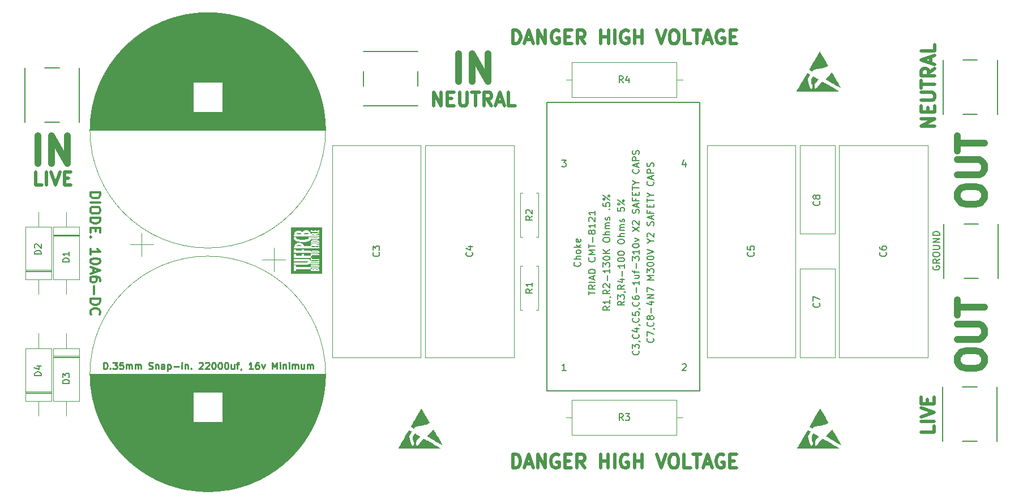
<source format=gbr>
%TF.GenerationSoftware,KiCad,Pcbnew,(6.0.0)*%
%TF.CreationDate,2022-08-03T23:01:30+01:00*%
%TF.ProjectId,EMI-DC BLOCKR FILTER,454d492d-4443-4204-924c-4f434b522046,rev?*%
%TF.SameCoordinates,Original*%
%TF.FileFunction,Legend,Top*%
%TF.FilePolarity,Positive*%
%FSLAX46Y46*%
G04 Gerber Fmt 4.6, Leading zero omitted, Abs format (unit mm)*
G04 Created by KiCad (PCBNEW (6.0.0)) date 2022-08-03 23:01:30*
%MOMM*%
%LPD*%
G01*
G04 APERTURE LIST*
%ADD10C,0.500000*%
%ADD11C,0.150000*%
%ADD12C,1.000000*%
%ADD13C,0.250000*%
%ADD14C,0.300000*%
%ADD15C,0.120000*%
%ADD16C,0.152400*%
%ADD17C,0.010000*%
%ADD18C,0.127000*%
G04 APERTURE END LIST*
D10*
X150973333Y-130343161D02*
X150973333Y-128343161D01*
X151449523Y-128343161D01*
X151735238Y-128438400D01*
X151925714Y-128628876D01*
X152020952Y-128819352D01*
X152116190Y-129200304D01*
X152116190Y-129486019D01*
X152020952Y-129866971D01*
X151925714Y-130057447D01*
X151735238Y-130247923D01*
X151449523Y-130343161D01*
X150973333Y-130343161D01*
X152878095Y-129771733D02*
X153830476Y-129771733D01*
X152687619Y-130343161D02*
X153354285Y-128343161D01*
X154020952Y-130343161D01*
X154687619Y-130343161D02*
X154687619Y-128343161D01*
X155830476Y-130343161D01*
X155830476Y-128343161D01*
X157830476Y-128438400D02*
X157640000Y-128343161D01*
X157354285Y-128343161D01*
X157068571Y-128438400D01*
X156878095Y-128628876D01*
X156782857Y-128819352D01*
X156687619Y-129200304D01*
X156687619Y-129486019D01*
X156782857Y-129866971D01*
X156878095Y-130057447D01*
X157068571Y-130247923D01*
X157354285Y-130343161D01*
X157544761Y-130343161D01*
X157830476Y-130247923D01*
X157925714Y-130152685D01*
X157925714Y-129486019D01*
X157544761Y-129486019D01*
X158782857Y-129295542D02*
X159449523Y-129295542D01*
X159735238Y-130343161D02*
X158782857Y-130343161D01*
X158782857Y-128343161D01*
X159735238Y-128343161D01*
X161735238Y-130343161D02*
X161068571Y-129390780D01*
X160592380Y-130343161D02*
X160592380Y-128343161D01*
X161354285Y-128343161D01*
X161544761Y-128438400D01*
X161640000Y-128533638D01*
X161735238Y-128724114D01*
X161735238Y-129009828D01*
X161640000Y-129200304D01*
X161544761Y-129295542D01*
X161354285Y-129390780D01*
X160592380Y-129390780D01*
X164116190Y-130343161D02*
X164116190Y-128343161D01*
X164116190Y-129295542D02*
X165259047Y-129295542D01*
X165259047Y-130343161D02*
X165259047Y-128343161D01*
X166211428Y-130343161D02*
X166211428Y-128343161D01*
X168211428Y-128438400D02*
X168020952Y-128343161D01*
X167735238Y-128343161D01*
X167449523Y-128438400D01*
X167259047Y-128628876D01*
X167163809Y-128819352D01*
X167068571Y-129200304D01*
X167068571Y-129486019D01*
X167163809Y-129866971D01*
X167259047Y-130057447D01*
X167449523Y-130247923D01*
X167735238Y-130343161D01*
X167925714Y-130343161D01*
X168211428Y-130247923D01*
X168306666Y-130152685D01*
X168306666Y-129486019D01*
X167925714Y-129486019D01*
X169163809Y-130343161D02*
X169163809Y-128343161D01*
X169163809Y-129295542D02*
X170306666Y-129295542D01*
X170306666Y-130343161D02*
X170306666Y-128343161D01*
X172497142Y-128343161D02*
X173163809Y-130343161D01*
X173830476Y-128343161D01*
X174878095Y-128343161D02*
X175259047Y-128343161D01*
X175449523Y-128438400D01*
X175640000Y-128628876D01*
X175735238Y-129009828D01*
X175735238Y-129676495D01*
X175640000Y-130057447D01*
X175449523Y-130247923D01*
X175259047Y-130343161D01*
X174878095Y-130343161D01*
X174687619Y-130247923D01*
X174497142Y-130057447D01*
X174401904Y-129676495D01*
X174401904Y-129009828D01*
X174497142Y-128628876D01*
X174687619Y-128438400D01*
X174878095Y-128343161D01*
X177544761Y-130343161D02*
X176592380Y-130343161D01*
X176592380Y-128343161D01*
X177925714Y-128343161D02*
X179068571Y-128343161D01*
X178497142Y-130343161D02*
X178497142Y-128343161D01*
X179640000Y-129771733D02*
X180592380Y-129771733D01*
X179449523Y-130343161D02*
X180116190Y-128343161D01*
X180782857Y-130343161D01*
X182497142Y-128438400D02*
X182306666Y-128343161D01*
X182020952Y-128343161D01*
X181735238Y-128438400D01*
X181544761Y-128628876D01*
X181449523Y-128819352D01*
X181354285Y-129200304D01*
X181354285Y-129486019D01*
X181449523Y-129866971D01*
X181544761Y-130057447D01*
X181735238Y-130247923D01*
X182020952Y-130343161D01*
X182211428Y-130343161D01*
X182497142Y-130247923D01*
X182592380Y-130152685D01*
X182592380Y-129486019D01*
X182211428Y-129486019D01*
X183449523Y-129295542D02*
X184116190Y-129295542D01*
X184401904Y-130343161D02*
X183449523Y-130343161D01*
X183449523Y-128343161D01*
X184401904Y-128343161D01*
D11*
X161024779Y-99576466D02*
X161072474Y-99624162D01*
X161120170Y-99767248D01*
X161120170Y-99862639D01*
X161072474Y-100005726D01*
X160977083Y-100101117D01*
X160881692Y-100148813D01*
X160690910Y-100196508D01*
X160547824Y-100196508D01*
X160357042Y-100148813D01*
X160261651Y-100101117D01*
X160166260Y-100005726D01*
X160118564Y-99862639D01*
X160118564Y-99767248D01*
X160166260Y-99624162D01*
X160213955Y-99576466D01*
X161120170Y-99147207D02*
X160118564Y-99147207D01*
X161120170Y-98717947D02*
X160595519Y-98717947D01*
X160500128Y-98765642D01*
X160452433Y-98861033D01*
X160452433Y-99004120D01*
X160500128Y-99099511D01*
X160547824Y-99147207D01*
X161120170Y-98097905D02*
X161072474Y-98193296D01*
X161024779Y-98240992D01*
X160929388Y-98288687D01*
X160643215Y-98288687D01*
X160547824Y-98240992D01*
X160500128Y-98193296D01*
X160452433Y-98097905D01*
X160452433Y-97954818D01*
X160500128Y-97859427D01*
X160547824Y-97811732D01*
X160643215Y-97764036D01*
X160929388Y-97764036D01*
X161024779Y-97811732D01*
X161072474Y-97859427D01*
X161120170Y-97954818D01*
X161120170Y-98097905D01*
X161120170Y-97334777D02*
X160118564Y-97334777D01*
X160738606Y-97239386D02*
X161120170Y-96953212D01*
X160452433Y-96953212D02*
X160833997Y-97334777D01*
X161072474Y-96142389D02*
X161120170Y-96237780D01*
X161120170Y-96428562D01*
X161072474Y-96523953D01*
X160977083Y-96571648D01*
X160595519Y-96571648D01*
X160500128Y-96523953D01*
X160452433Y-96428562D01*
X160452433Y-96237780D01*
X160500128Y-96142389D01*
X160595519Y-96094693D01*
X160690910Y-96094693D01*
X160786301Y-96571648D01*
X158315066Y-84288380D02*
X158934114Y-84288380D01*
X158600780Y-84669333D01*
X158743638Y-84669333D01*
X158838876Y-84716952D01*
X158886495Y-84764571D01*
X158934114Y-84859809D01*
X158934114Y-85097904D01*
X158886495Y-85193142D01*
X158838876Y-85240761D01*
X158743638Y-85288380D01*
X158457923Y-85288380D01*
X158362685Y-85240761D01*
X158315066Y-85193142D01*
D12*
X217504630Y-114533396D02*
X217504630Y-113771491D01*
X217695107Y-113390539D01*
X218076059Y-113009586D01*
X218837964Y-112819110D01*
X220171297Y-112819110D01*
X220933202Y-113009586D01*
X221314154Y-113390539D01*
X221504630Y-113771491D01*
X221504630Y-114533396D01*
X221314154Y-114914348D01*
X220933202Y-115295301D01*
X220171297Y-115485777D01*
X218837964Y-115485777D01*
X218076059Y-115295301D01*
X217695107Y-114914348D01*
X217504630Y-114533396D01*
X217504630Y-111104824D02*
X220742726Y-111104824D01*
X221123678Y-110914348D01*
X221314154Y-110723872D01*
X221504630Y-110342920D01*
X221504630Y-109581015D01*
X221314154Y-109200063D01*
X221123678Y-109009586D01*
X220742726Y-108819110D01*
X217504630Y-108819110D01*
X217504630Y-107485777D02*
X217504630Y-105200063D01*
X221504630Y-106342920D02*
X217504630Y-106342920D01*
D11*
X169773466Y-112812267D02*
X169821085Y-112859886D01*
X169868704Y-113002743D01*
X169868704Y-113097981D01*
X169821085Y-113240839D01*
X169725847Y-113336077D01*
X169630609Y-113383696D01*
X169440133Y-113431315D01*
X169297276Y-113431315D01*
X169106800Y-113383696D01*
X169011562Y-113336077D01*
X168916324Y-113240839D01*
X168868704Y-113097981D01*
X168868704Y-113002743D01*
X168916324Y-112859886D01*
X168963943Y-112812267D01*
X168868704Y-112478934D02*
X168868704Y-111859886D01*
X169249657Y-112193220D01*
X169249657Y-112050362D01*
X169297276Y-111955124D01*
X169344895Y-111907505D01*
X169440133Y-111859886D01*
X169678228Y-111859886D01*
X169773466Y-111907505D01*
X169821085Y-111955124D01*
X169868704Y-112050362D01*
X169868704Y-112336077D01*
X169821085Y-112431315D01*
X169773466Y-112478934D01*
X169821085Y-111383696D02*
X169868704Y-111383696D01*
X169963943Y-111431315D01*
X170011562Y-111478934D01*
X169773466Y-110383696D02*
X169821085Y-110431315D01*
X169868704Y-110574172D01*
X169868704Y-110669410D01*
X169821085Y-110812267D01*
X169725847Y-110907505D01*
X169630609Y-110955124D01*
X169440133Y-111002743D01*
X169297276Y-111002743D01*
X169106800Y-110955124D01*
X169011562Y-110907505D01*
X168916324Y-110812267D01*
X168868704Y-110669410D01*
X168868704Y-110574172D01*
X168916324Y-110431315D01*
X168963943Y-110383696D01*
X169202038Y-109526553D02*
X169868704Y-109526553D01*
X168821085Y-109764648D02*
X169535371Y-110002743D01*
X169535371Y-109383696D01*
X169821085Y-108955124D02*
X169868704Y-108955124D01*
X169963943Y-109002743D01*
X170011562Y-109050362D01*
X169773466Y-107955124D02*
X169821085Y-108002743D01*
X169868704Y-108145601D01*
X169868704Y-108240839D01*
X169821085Y-108383696D01*
X169725847Y-108478934D01*
X169630609Y-108526553D01*
X169440133Y-108574172D01*
X169297276Y-108574172D01*
X169106800Y-108526553D01*
X169011562Y-108478934D01*
X168916324Y-108383696D01*
X168868704Y-108240839D01*
X168868704Y-108145601D01*
X168916324Y-108002743D01*
X168963943Y-107955124D01*
X168868704Y-107050362D02*
X168868704Y-107526553D01*
X169344895Y-107574172D01*
X169297276Y-107526553D01*
X169249657Y-107431315D01*
X169249657Y-107193220D01*
X169297276Y-107097981D01*
X169344895Y-107050362D01*
X169440133Y-107002743D01*
X169678228Y-107002743D01*
X169773466Y-107050362D01*
X169821085Y-107097981D01*
X169868704Y-107193220D01*
X169868704Y-107431315D01*
X169821085Y-107526553D01*
X169773466Y-107574172D01*
X169821085Y-106526553D02*
X169868704Y-106526553D01*
X169963943Y-106574172D01*
X170011562Y-106621791D01*
X169773466Y-105526553D02*
X169821085Y-105574172D01*
X169868704Y-105717029D01*
X169868704Y-105812267D01*
X169821085Y-105955124D01*
X169725847Y-106050362D01*
X169630609Y-106097981D01*
X169440133Y-106145601D01*
X169297276Y-106145601D01*
X169106800Y-106097981D01*
X169011562Y-106050362D01*
X168916324Y-105955124D01*
X168868704Y-105812267D01*
X168868704Y-105717029D01*
X168916324Y-105574172D01*
X168963943Y-105526553D01*
X168868704Y-104669410D02*
X168868704Y-104859886D01*
X168916324Y-104955124D01*
X168963943Y-105002743D01*
X169106800Y-105097981D01*
X169297276Y-105145601D01*
X169678228Y-105145601D01*
X169773466Y-105097981D01*
X169821085Y-105050362D01*
X169868704Y-104955124D01*
X169868704Y-104764648D01*
X169821085Y-104669410D01*
X169773466Y-104621791D01*
X169678228Y-104574172D01*
X169440133Y-104574172D01*
X169344895Y-104621791D01*
X169297276Y-104669410D01*
X169249657Y-104764648D01*
X169249657Y-104955124D01*
X169297276Y-105050362D01*
X169344895Y-105097981D01*
X169440133Y-105145601D01*
X169487752Y-104145601D02*
X169487752Y-103383696D01*
X169868704Y-102383696D02*
X169868704Y-102955124D01*
X169868704Y-102669410D02*
X168868704Y-102669410D01*
X169011562Y-102764648D01*
X169106800Y-102859886D01*
X169154419Y-102955124D01*
X169202038Y-101526553D02*
X169868704Y-101526553D01*
X169202038Y-101955124D02*
X169725847Y-101955124D01*
X169821085Y-101907505D01*
X169868704Y-101812267D01*
X169868704Y-101669410D01*
X169821085Y-101574172D01*
X169773466Y-101526553D01*
X169202038Y-101193220D02*
X169202038Y-100812267D01*
X169868704Y-101050362D02*
X169011562Y-101050362D01*
X168916324Y-101002743D01*
X168868704Y-100907505D01*
X168868704Y-100812267D01*
X169487752Y-100478934D02*
X169487752Y-99717029D01*
X168868704Y-99336077D02*
X168868704Y-98717029D01*
X169249657Y-99050362D01*
X169249657Y-98907505D01*
X169297276Y-98812267D01*
X169344895Y-98764648D01*
X169440133Y-98717029D01*
X169678228Y-98717029D01*
X169773466Y-98764648D01*
X169821085Y-98812267D01*
X169868704Y-98907505D01*
X169868704Y-99193220D01*
X169821085Y-99288458D01*
X169773466Y-99336077D01*
X169868704Y-97764648D02*
X169868704Y-98336077D01*
X169868704Y-98050362D02*
X168868704Y-98050362D01*
X169011562Y-98145601D01*
X169106800Y-98240839D01*
X169154419Y-98336077D01*
X168868704Y-97145601D02*
X168868704Y-97050362D01*
X168916324Y-96955124D01*
X168963943Y-96907505D01*
X169059181Y-96859886D01*
X169249657Y-96812267D01*
X169487752Y-96812267D01*
X169678228Y-96859886D01*
X169773466Y-96907505D01*
X169821085Y-96955124D01*
X169868704Y-97050362D01*
X169868704Y-97145601D01*
X169821085Y-97240839D01*
X169773466Y-97288458D01*
X169678228Y-97336077D01*
X169487752Y-97383696D01*
X169249657Y-97383696D01*
X169059181Y-97336077D01*
X168963943Y-97288458D01*
X168916324Y-97240839D01*
X168868704Y-97145601D01*
X169202038Y-96478934D02*
X169868704Y-96240839D01*
X169202038Y-96002743D01*
X168868704Y-94955124D02*
X169868704Y-94288458D01*
X168868704Y-94288458D02*
X169868704Y-94955124D01*
X168963943Y-93955124D02*
X168916324Y-93907505D01*
X168868704Y-93812267D01*
X168868704Y-93574172D01*
X168916324Y-93478934D01*
X168963943Y-93431315D01*
X169059181Y-93383696D01*
X169154419Y-93383696D01*
X169297276Y-93431315D01*
X169868704Y-94002743D01*
X169868704Y-93383696D01*
X169821085Y-92240839D02*
X169868704Y-92097981D01*
X169868704Y-91859886D01*
X169821085Y-91764648D01*
X169773466Y-91717029D01*
X169678228Y-91669410D01*
X169582990Y-91669410D01*
X169487752Y-91717029D01*
X169440133Y-91764648D01*
X169392514Y-91859886D01*
X169344895Y-92050362D01*
X169297276Y-92145601D01*
X169249657Y-92193220D01*
X169154419Y-92240839D01*
X169059181Y-92240839D01*
X168963943Y-92193220D01*
X168916324Y-92145601D01*
X168868704Y-92050362D01*
X168868704Y-91812267D01*
X168916324Y-91669410D01*
X169582990Y-91288458D02*
X169582990Y-90812267D01*
X169868704Y-91383696D02*
X168868704Y-91050362D01*
X169868704Y-90717029D01*
X169344895Y-90050362D02*
X169344895Y-90383696D01*
X169868704Y-90383696D02*
X168868704Y-90383696D01*
X168868704Y-89907505D01*
X169344895Y-89526553D02*
X169344895Y-89193220D01*
X169868704Y-89050362D02*
X169868704Y-89526553D01*
X168868704Y-89526553D01*
X168868704Y-89050362D01*
X168868704Y-88764648D02*
X168868704Y-88193220D01*
X169868704Y-88478934D02*
X168868704Y-88478934D01*
X169392514Y-87669410D02*
X169868704Y-87669410D01*
X168868704Y-88002743D02*
X169392514Y-87669410D01*
X168868704Y-87336077D01*
X169773466Y-85669410D02*
X169821085Y-85717029D01*
X169868704Y-85859886D01*
X169868704Y-85955124D01*
X169821085Y-86097981D01*
X169725847Y-86193220D01*
X169630609Y-86240839D01*
X169440133Y-86288458D01*
X169297276Y-86288458D01*
X169106800Y-86240839D01*
X169011562Y-86193220D01*
X168916324Y-86097981D01*
X168868704Y-85955124D01*
X168868704Y-85859886D01*
X168916324Y-85717029D01*
X168963943Y-85669410D01*
X169582990Y-85288458D02*
X169582990Y-84812267D01*
X169868704Y-85383696D02*
X168868704Y-85050362D01*
X169868704Y-84717029D01*
X169868704Y-84383696D02*
X168868704Y-84383696D01*
X168868704Y-84002743D01*
X168916324Y-83907505D01*
X168963943Y-83859886D01*
X169059181Y-83812267D01*
X169202038Y-83812267D01*
X169297276Y-83859886D01*
X169344895Y-83907505D01*
X169392514Y-84002743D01*
X169392514Y-84383696D01*
X169821085Y-83431315D02*
X169868704Y-83288458D01*
X169868704Y-83050362D01*
X169821085Y-82955124D01*
X169773466Y-82907505D01*
X169678228Y-82859886D01*
X169582990Y-82859886D01*
X169487752Y-82907505D01*
X169440133Y-82955124D01*
X169392514Y-83050362D01*
X169344895Y-83240839D01*
X169297276Y-83336077D01*
X169249657Y-83383696D01*
X169154419Y-83431315D01*
X169059181Y-83431315D01*
X168963943Y-83383696D01*
X168916324Y-83336077D01*
X168868704Y-83240839D01*
X168868704Y-83002743D01*
X168916324Y-82859886D01*
D12*
X217504630Y-89947339D02*
X217504630Y-89185434D01*
X217695107Y-88804482D01*
X218076059Y-88423529D01*
X218837964Y-88233053D01*
X220171297Y-88233053D01*
X220933202Y-88423529D01*
X221314154Y-88804482D01*
X221504630Y-89185434D01*
X221504630Y-89947339D01*
X221314154Y-90328291D01*
X220933202Y-90709244D01*
X220171297Y-90899720D01*
X218837964Y-90899720D01*
X218076059Y-90709244D01*
X217695107Y-90328291D01*
X217504630Y-89947339D01*
X217504630Y-86518767D02*
X220742726Y-86518767D01*
X221123678Y-86328291D01*
X221314154Y-86137815D01*
X221504630Y-85756863D01*
X221504630Y-84994958D01*
X221314154Y-84614006D01*
X221123678Y-84423529D01*
X220742726Y-84233053D01*
X217504630Y-84233053D01*
X217504630Y-82899720D02*
X217504630Y-80614006D01*
X221504630Y-81756863D02*
X217504630Y-81756863D01*
D11*
X165496552Y-106169410D02*
X165020362Y-106502743D01*
X165496552Y-106740839D02*
X164496552Y-106740839D01*
X164496552Y-106359886D01*
X164544172Y-106264648D01*
X164591791Y-106217029D01*
X164687029Y-106169410D01*
X164829886Y-106169410D01*
X164925124Y-106217029D01*
X164972743Y-106264648D01*
X165020362Y-106359886D01*
X165020362Y-106740839D01*
X165496552Y-105217029D02*
X165496552Y-105788458D01*
X165496552Y-105502743D02*
X164496552Y-105502743D01*
X164639410Y-105597981D01*
X164734648Y-105693220D01*
X164782267Y-105788458D01*
X165448933Y-104740839D02*
X165496552Y-104740839D01*
X165591791Y-104788458D01*
X165639410Y-104836077D01*
X165496552Y-103740839D02*
X165020362Y-104074172D01*
X165496552Y-104312267D02*
X164496552Y-104312267D01*
X164496552Y-103931315D01*
X164544172Y-103836077D01*
X164591791Y-103788458D01*
X164687029Y-103740839D01*
X164829886Y-103740839D01*
X164925124Y-103788458D01*
X164972743Y-103836077D01*
X165020362Y-103931315D01*
X165020362Y-104312267D01*
X164591791Y-103359886D02*
X164544172Y-103312267D01*
X164496552Y-103217029D01*
X164496552Y-102978934D01*
X164544172Y-102883696D01*
X164591791Y-102836077D01*
X164687029Y-102788458D01*
X164782267Y-102788458D01*
X164925124Y-102836077D01*
X165496552Y-103407505D01*
X165496552Y-102788458D01*
X165115600Y-102359886D02*
X165115600Y-101597981D01*
X165496552Y-100597981D02*
X165496552Y-101169410D01*
X165496552Y-100883696D02*
X164496552Y-100883696D01*
X164639410Y-100978934D01*
X164734648Y-101074172D01*
X164782267Y-101169410D01*
X164496552Y-100264648D02*
X164496552Y-99645601D01*
X164877505Y-99978934D01*
X164877505Y-99836077D01*
X164925124Y-99740839D01*
X164972743Y-99693220D01*
X165067981Y-99645601D01*
X165306076Y-99645601D01*
X165401314Y-99693220D01*
X165448933Y-99740839D01*
X165496552Y-99836077D01*
X165496552Y-100121791D01*
X165448933Y-100217029D01*
X165401314Y-100264648D01*
X164496552Y-99026553D02*
X164496552Y-98931315D01*
X164544172Y-98836077D01*
X164591791Y-98788458D01*
X164687029Y-98740839D01*
X164877505Y-98693220D01*
X165115600Y-98693220D01*
X165306076Y-98740839D01*
X165401314Y-98788458D01*
X165448933Y-98836077D01*
X165496552Y-98931315D01*
X165496552Y-99026553D01*
X165448933Y-99121791D01*
X165401314Y-99169410D01*
X165306076Y-99217029D01*
X165115600Y-99264648D01*
X164877505Y-99264648D01*
X164687029Y-99217029D01*
X164591791Y-99169410D01*
X164544172Y-99121791D01*
X164496552Y-99026553D01*
X165496552Y-98264648D02*
X164496552Y-98264648D01*
X165496552Y-97693220D02*
X164925124Y-98121791D01*
X164496552Y-97693220D02*
X165067981Y-98264648D01*
X164496552Y-96312267D02*
X164496552Y-96121791D01*
X164544172Y-96026553D01*
X164639410Y-95931315D01*
X164829886Y-95883696D01*
X165163219Y-95883696D01*
X165353695Y-95931315D01*
X165448933Y-96026553D01*
X165496552Y-96121791D01*
X165496552Y-96312267D01*
X165448933Y-96407505D01*
X165353695Y-96502743D01*
X165163219Y-96550362D01*
X164829886Y-96550362D01*
X164639410Y-96502743D01*
X164544172Y-96407505D01*
X164496552Y-96312267D01*
X165496552Y-95455124D02*
X164496552Y-95455124D01*
X165496552Y-95026553D02*
X164972743Y-95026553D01*
X164877505Y-95074172D01*
X164829886Y-95169410D01*
X164829886Y-95312267D01*
X164877505Y-95407505D01*
X164925124Y-95455124D01*
X165496552Y-94550362D02*
X164829886Y-94550362D01*
X164925124Y-94550362D02*
X164877505Y-94502743D01*
X164829886Y-94407505D01*
X164829886Y-94264648D01*
X164877505Y-94169410D01*
X164972743Y-94121791D01*
X165496552Y-94121791D01*
X164972743Y-94121791D02*
X164877505Y-94074172D01*
X164829886Y-93978934D01*
X164829886Y-93836077D01*
X164877505Y-93740839D01*
X164972743Y-93693220D01*
X165496552Y-93693220D01*
X165448933Y-93264648D02*
X165496552Y-93169410D01*
X165496552Y-92978934D01*
X165448933Y-92883696D01*
X165353695Y-92836077D01*
X165306076Y-92836077D01*
X165210838Y-92883696D01*
X165163219Y-92978934D01*
X165163219Y-93121791D01*
X165115600Y-93217029D01*
X165020362Y-93264648D01*
X164972743Y-93264648D01*
X164877505Y-93217029D01*
X164829886Y-93121791D01*
X164829886Y-92978934D01*
X164877505Y-92883696D01*
X165401314Y-91645601D02*
X165448933Y-91597981D01*
X165496552Y-91645601D01*
X165448933Y-91693220D01*
X165401314Y-91645601D01*
X165496552Y-91645601D01*
X164496552Y-90693220D02*
X164496552Y-91169410D01*
X164972743Y-91217029D01*
X164925124Y-91169410D01*
X164877505Y-91074172D01*
X164877505Y-90836077D01*
X164925124Y-90740839D01*
X164972743Y-90693220D01*
X165067981Y-90645601D01*
X165306076Y-90645601D01*
X165401314Y-90693220D01*
X165448933Y-90740839D01*
X165496552Y-90836077D01*
X165496552Y-91074172D01*
X165448933Y-91169410D01*
X165401314Y-91217029D01*
X165496552Y-90264648D02*
X164496552Y-89502743D01*
X164496552Y-90121791D02*
X164544172Y-90026553D01*
X164639410Y-89978934D01*
X164734648Y-90026553D01*
X164782267Y-90121791D01*
X164734648Y-90217029D01*
X164639410Y-90264648D01*
X164544172Y-90217029D01*
X164496552Y-90121791D01*
X165448933Y-89550362D02*
X165353695Y-89502743D01*
X165258457Y-89550362D01*
X165210838Y-89645601D01*
X165258457Y-89740839D01*
X165353695Y-89788458D01*
X165448933Y-89740839D01*
X165496552Y-89645601D01*
X165448933Y-89550362D01*
X162307398Y-104469484D02*
X162307398Y-103896755D01*
X163309674Y-104183119D02*
X162307398Y-104183119D01*
X163309674Y-102989934D02*
X162832400Y-103324026D01*
X163309674Y-103562663D02*
X162307398Y-103562663D01*
X162307398Y-103180843D01*
X162355126Y-103085388D01*
X162402853Y-103037661D01*
X162498308Y-102989934D01*
X162641490Y-102989934D01*
X162736945Y-103037661D01*
X162784672Y-103085388D01*
X162832400Y-103180843D01*
X162832400Y-103562663D01*
X163309674Y-102560387D02*
X162307398Y-102560387D01*
X163023310Y-102130840D02*
X163023310Y-101653566D01*
X163309674Y-102226295D02*
X162307398Y-101892203D01*
X163309674Y-101558111D01*
X163309674Y-101224019D02*
X162307398Y-101224019D01*
X162307398Y-100985382D01*
X162355126Y-100842199D01*
X162450580Y-100746744D01*
X162546035Y-100699017D01*
X162736945Y-100651290D01*
X162880127Y-100651290D01*
X163071037Y-100699017D01*
X163166492Y-100746744D01*
X163261947Y-100842199D01*
X163309674Y-100985382D01*
X163309674Y-101224019D01*
X163214219Y-98885375D02*
X163261947Y-98933102D01*
X163309674Y-99076284D01*
X163309674Y-99171739D01*
X163261947Y-99314922D01*
X163166492Y-99410376D01*
X163071037Y-99458104D01*
X162880127Y-99505831D01*
X162736945Y-99505831D01*
X162546035Y-99458104D01*
X162450580Y-99410376D01*
X162355126Y-99314922D01*
X162307398Y-99171739D01*
X162307398Y-99076284D01*
X162355126Y-98933102D01*
X162402853Y-98885375D01*
X163309674Y-98455828D02*
X162307398Y-98455828D01*
X163023310Y-98121736D01*
X162307398Y-97787644D01*
X163309674Y-97787644D01*
X162307398Y-97453552D02*
X162307398Y-96880823D01*
X163309674Y-97167187D02*
X162307398Y-97167187D01*
X162927855Y-96546731D02*
X162927855Y-95783092D01*
X162736945Y-95162635D02*
X162689218Y-95258090D01*
X162641490Y-95305818D01*
X162546035Y-95353545D01*
X162498308Y-95353545D01*
X162402853Y-95305818D01*
X162355126Y-95258090D01*
X162307398Y-95162635D01*
X162307398Y-94971726D01*
X162355126Y-94876271D01*
X162402853Y-94828543D01*
X162498308Y-94780816D01*
X162546035Y-94780816D01*
X162641490Y-94828543D01*
X162689218Y-94876271D01*
X162736945Y-94971726D01*
X162736945Y-95162635D01*
X162784672Y-95258090D01*
X162832400Y-95305818D01*
X162927855Y-95353545D01*
X163118764Y-95353545D01*
X163214219Y-95305818D01*
X163261947Y-95258090D01*
X163309674Y-95162635D01*
X163309674Y-94971726D01*
X163261947Y-94876271D01*
X163214219Y-94828543D01*
X163118764Y-94780816D01*
X162927855Y-94780816D01*
X162832400Y-94828543D01*
X162784672Y-94876271D01*
X162736945Y-94971726D01*
X163309674Y-93826267D02*
X163309674Y-94398996D01*
X163309674Y-94112632D02*
X162307398Y-94112632D01*
X162450580Y-94208087D01*
X162546035Y-94303542D01*
X162593763Y-94398996D01*
X162402853Y-93444448D02*
X162355126Y-93396720D01*
X162307398Y-93301266D01*
X162307398Y-93062628D01*
X162355126Y-92967174D01*
X162402853Y-92919446D01*
X162498308Y-92871719D01*
X162593763Y-92871719D01*
X162736945Y-92919446D01*
X163309674Y-93492175D01*
X163309674Y-92871719D01*
X163309674Y-91917170D02*
X163309674Y-92489899D01*
X163309674Y-92203535D02*
X162307398Y-92203535D01*
X162450580Y-92298990D01*
X162546035Y-92394444D01*
X162593763Y-92489899D01*
D12*
X79990406Y-84829717D02*
X79990406Y-80629717D01*
X81990406Y-84829717D02*
X81990406Y-80629717D01*
X84390406Y-84829717D01*
X84390406Y-80629717D01*
D13*
X89779240Y-115565180D02*
X89779240Y-114565180D01*
X90017335Y-114565180D01*
X90160192Y-114612800D01*
X90255430Y-114708038D01*
X90303049Y-114803276D01*
X90350668Y-114993752D01*
X90350668Y-115136609D01*
X90303049Y-115327085D01*
X90255430Y-115422323D01*
X90160192Y-115517561D01*
X90017335Y-115565180D01*
X89779240Y-115565180D01*
X90779240Y-115469942D02*
X90826859Y-115517561D01*
X90779240Y-115565180D01*
X90731621Y-115517561D01*
X90779240Y-115469942D01*
X90779240Y-115565180D01*
X91160192Y-114565180D02*
X91779240Y-114565180D01*
X91445907Y-114946133D01*
X91588764Y-114946133D01*
X91684002Y-114993752D01*
X91731621Y-115041371D01*
X91779240Y-115136609D01*
X91779240Y-115374704D01*
X91731621Y-115469942D01*
X91684002Y-115517561D01*
X91588764Y-115565180D01*
X91303049Y-115565180D01*
X91207811Y-115517561D01*
X91160192Y-115469942D01*
X92684002Y-114565180D02*
X92207811Y-114565180D01*
X92160192Y-115041371D01*
X92207811Y-114993752D01*
X92303049Y-114946133D01*
X92541145Y-114946133D01*
X92636383Y-114993752D01*
X92684002Y-115041371D01*
X92731621Y-115136609D01*
X92731621Y-115374704D01*
X92684002Y-115469942D01*
X92636383Y-115517561D01*
X92541145Y-115565180D01*
X92303049Y-115565180D01*
X92207811Y-115517561D01*
X92160192Y-115469942D01*
X93160192Y-115565180D02*
X93160192Y-114898514D01*
X93160192Y-114993752D02*
X93207811Y-114946133D01*
X93303049Y-114898514D01*
X93445907Y-114898514D01*
X93541145Y-114946133D01*
X93588764Y-115041371D01*
X93588764Y-115565180D01*
X93588764Y-115041371D02*
X93636383Y-114946133D01*
X93731621Y-114898514D01*
X93874478Y-114898514D01*
X93969716Y-114946133D01*
X94017335Y-115041371D01*
X94017335Y-115565180D01*
X94493526Y-115565180D02*
X94493526Y-114898514D01*
X94493526Y-114993752D02*
X94541145Y-114946133D01*
X94636383Y-114898514D01*
X94779240Y-114898514D01*
X94874478Y-114946133D01*
X94922097Y-115041371D01*
X94922097Y-115565180D01*
X94922097Y-115041371D02*
X94969716Y-114946133D01*
X95064954Y-114898514D01*
X95207811Y-114898514D01*
X95303049Y-114946133D01*
X95350668Y-115041371D01*
X95350668Y-115565180D01*
X96541145Y-115517561D02*
X96684002Y-115565180D01*
X96922097Y-115565180D01*
X97017335Y-115517561D01*
X97064954Y-115469942D01*
X97112573Y-115374704D01*
X97112573Y-115279466D01*
X97064954Y-115184228D01*
X97017335Y-115136609D01*
X96922097Y-115088990D01*
X96731621Y-115041371D01*
X96636383Y-114993752D01*
X96588764Y-114946133D01*
X96541145Y-114850895D01*
X96541145Y-114755657D01*
X96588764Y-114660419D01*
X96636383Y-114612800D01*
X96731621Y-114565180D01*
X96969716Y-114565180D01*
X97112573Y-114612800D01*
X97541145Y-114898514D02*
X97541145Y-115565180D01*
X97541145Y-114993752D02*
X97588764Y-114946133D01*
X97684002Y-114898514D01*
X97826859Y-114898514D01*
X97922097Y-114946133D01*
X97969716Y-115041371D01*
X97969716Y-115565180D01*
X98874478Y-115565180D02*
X98874478Y-115041371D01*
X98826859Y-114946133D01*
X98731621Y-114898514D01*
X98541145Y-114898514D01*
X98445907Y-114946133D01*
X98874478Y-115517561D02*
X98779240Y-115565180D01*
X98541145Y-115565180D01*
X98445907Y-115517561D01*
X98398287Y-115422323D01*
X98398287Y-115327085D01*
X98445907Y-115231847D01*
X98541145Y-115184228D01*
X98779240Y-115184228D01*
X98874478Y-115136609D01*
X99350668Y-114898514D02*
X99350668Y-115898514D01*
X99350668Y-114946133D02*
X99445907Y-114898514D01*
X99636383Y-114898514D01*
X99731621Y-114946133D01*
X99779240Y-114993752D01*
X99826859Y-115088990D01*
X99826859Y-115374704D01*
X99779240Y-115469942D01*
X99731621Y-115517561D01*
X99636383Y-115565180D01*
X99445907Y-115565180D01*
X99350668Y-115517561D01*
X100255430Y-115184228D02*
X101017335Y-115184228D01*
X101493526Y-115565180D02*
X101493526Y-114898514D01*
X101493526Y-114565180D02*
X101445907Y-114612800D01*
X101493526Y-114660419D01*
X101541145Y-114612800D01*
X101493526Y-114565180D01*
X101493526Y-114660419D01*
X101969716Y-114898514D02*
X101969716Y-115565180D01*
X101969716Y-114993752D02*
X102017335Y-114946133D01*
X102112573Y-114898514D01*
X102255430Y-114898514D01*
X102350668Y-114946133D01*
X102398287Y-115041371D01*
X102398287Y-115565180D01*
X102874478Y-115469942D02*
X102922097Y-115517561D01*
X102874478Y-115565180D01*
X102826859Y-115517561D01*
X102874478Y-115469942D01*
X102874478Y-115565180D01*
X104064954Y-114660419D02*
X104112573Y-114612800D01*
X104207811Y-114565180D01*
X104445907Y-114565180D01*
X104541145Y-114612800D01*
X104588764Y-114660419D01*
X104636383Y-114755657D01*
X104636383Y-114850895D01*
X104588764Y-114993752D01*
X104017335Y-115565180D01*
X104636383Y-115565180D01*
X105017335Y-114660419D02*
X105064954Y-114612800D01*
X105160192Y-114565180D01*
X105398287Y-114565180D01*
X105493526Y-114612800D01*
X105541145Y-114660419D01*
X105588764Y-114755657D01*
X105588764Y-114850895D01*
X105541145Y-114993752D01*
X104969716Y-115565180D01*
X105588764Y-115565180D01*
X106207811Y-114565180D02*
X106303049Y-114565180D01*
X106398287Y-114612800D01*
X106445907Y-114660419D01*
X106493526Y-114755657D01*
X106541145Y-114946133D01*
X106541145Y-115184228D01*
X106493526Y-115374704D01*
X106445907Y-115469942D01*
X106398287Y-115517561D01*
X106303049Y-115565180D01*
X106207811Y-115565180D01*
X106112573Y-115517561D01*
X106064954Y-115469942D01*
X106017335Y-115374704D01*
X105969716Y-115184228D01*
X105969716Y-114946133D01*
X106017335Y-114755657D01*
X106064954Y-114660419D01*
X106112573Y-114612800D01*
X106207811Y-114565180D01*
X107160192Y-114565180D02*
X107255430Y-114565180D01*
X107350668Y-114612800D01*
X107398287Y-114660419D01*
X107445906Y-114755657D01*
X107493526Y-114946133D01*
X107493526Y-115184228D01*
X107445906Y-115374704D01*
X107398287Y-115469942D01*
X107350668Y-115517561D01*
X107255430Y-115565180D01*
X107160192Y-115565180D01*
X107064954Y-115517561D01*
X107017335Y-115469942D01*
X106969716Y-115374704D01*
X106922097Y-115184228D01*
X106922097Y-114946133D01*
X106969716Y-114755657D01*
X107017335Y-114660419D01*
X107064954Y-114612800D01*
X107160192Y-114565180D01*
X108112573Y-114565180D02*
X108207811Y-114565180D01*
X108303049Y-114612800D01*
X108350668Y-114660419D01*
X108398287Y-114755657D01*
X108445906Y-114946133D01*
X108445906Y-115184228D01*
X108398287Y-115374704D01*
X108350668Y-115469942D01*
X108303049Y-115517561D01*
X108207811Y-115565180D01*
X108112573Y-115565180D01*
X108017335Y-115517561D01*
X107969716Y-115469942D01*
X107922097Y-115374704D01*
X107874478Y-115184228D01*
X107874478Y-114946133D01*
X107922097Y-114755657D01*
X107969716Y-114660419D01*
X108017335Y-114612800D01*
X108112573Y-114565180D01*
X109303049Y-114898514D02*
X109303049Y-115565180D01*
X108874478Y-114898514D02*
X108874478Y-115422323D01*
X108922097Y-115517561D01*
X109017335Y-115565180D01*
X109160192Y-115565180D01*
X109255430Y-115517561D01*
X109303049Y-115469942D01*
X109636383Y-114898514D02*
X110017335Y-114898514D01*
X109779240Y-115565180D02*
X109779240Y-114708038D01*
X109826859Y-114612800D01*
X109922097Y-114565180D01*
X110017335Y-114565180D01*
X110398287Y-115517561D02*
X110398287Y-115565180D01*
X110350668Y-115660419D01*
X110303049Y-115708038D01*
X112112573Y-115565180D02*
X111541145Y-115565180D01*
X111826859Y-115565180D02*
X111826859Y-114565180D01*
X111731621Y-114708038D01*
X111636383Y-114803276D01*
X111541145Y-114850895D01*
X112969716Y-114565180D02*
X112779240Y-114565180D01*
X112684002Y-114612800D01*
X112636383Y-114660419D01*
X112541145Y-114803276D01*
X112493526Y-114993752D01*
X112493526Y-115374704D01*
X112541145Y-115469942D01*
X112588764Y-115517561D01*
X112684002Y-115565180D01*
X112874478Y-115565180D01*
X112969716Y-115517561D01*
X113017335Y-115469942D01*
X113064954Y-115374704D01*
X113064954Y-115136609D01*
X113017335Y-115041371D01*
X112969716Y-114993752D01*
X112874478Y-114946133D01*
X112684002Y-114946133D01*
X112588764Y-114993752D01*
X112541145Y-115041371D01*
X112493526Y-115136609D01*
X113398287Y-114898514D02*
X113636383Y-115565180D01*
X113874478Y-114898514D01*
X115017335Y-115565180D02*
X115017335Y-114565180D01*
X115350668Y-115279466D01*
X115684002Y-114565180D01*
X115684002Y-115565180D01*
X116160192Y-115565180D02*
X116160192Y-114898514D01*
X116160192Y-114565180D02*
X116112573Y-114612800D01*
X116160192Y-114660419D01*
X116207811Y-114612800D01*
X116160192Y-114565180D01*
X116160192Y-114660419D01*
X116636383Y-114898514D02*
X116636383Y-115565180D01*
X116636383Y-114993752D02*
X116684002Y-114946133D01*
X116779240Y-114898514D01*
X116922097Y-114898514D01*
X117017335Y-114946133D01*
X117064954Y-115041371D01*
X117064954Y-115565180D01*
X117541145Y-115565180D02*
X117541145Y-114898514D01*
X117541145Y-114565180D02*
X117493526Y-114612800D01*
X117541145Y-114660419D01*
X117588764Y-114612800D01*
X117541145Y-114565180D01*
X117541145Y-114660419D01*
X118017335Y-115565180D02*
X118017335Y-114898514D01*
X118017335Y-114993752D02*
X118064954Y-114946133D01*
X118160192Y-114898514D01*
X118303049Y-114898514D01*
X118398287Y-114946133D01*
X118445906Y-115041371D01*
X118445906Y-115565180D01*
X118445906Y-115041371D02*
X118493526Y-114946133D01*
X118588764Y-114898514D01*
X118731621Y-114898514D01*
X118826859Y-114946133D01*
X118874478Y-115041371D01*
X118874478Y-115565180D01*
X119779240Y-114898514D02*
X119779240Y-115565180D01*
X119350668Y-114898514D02*
X119350668Y-115422323D01*
X119398287Y-115517561D01*
X119493526Y-115565180D01*
X119636383Y-115565180D01*
X119731621Y-115517561D01*
X119779240Y-115469942D01*
X120255430Y-115565180D02*
X120255430Y-114898514D01*
X120255430Y-114993752D02*
X120303049Y-114946133D01*
X120398287Y-114898514D01*
X120541145Y-114898514D01*
X120636383Y-114946133D01*
X120684002Y-115041371D01*
X120684002Y-115565180D01*
X120684002Y-115041371D02*
X120731621Y-114946133D01*
X120826859Y-114898514D01*
X120969716Y-114898514D01*
X121064954Y-114946133D01*
X121112573Y-115041371D01*
X121112573Y-115565180D01*
D11*
X167682628Y-105431314D02*
X167206438Y-105764647D01*
X167682628Y-106002742D02*
X166682628Y-106002742D01*
X166682628Y-105621790D01*
X166730248Y-105526552D01*
X166777867Y-105478933D01*
X166873105Y-105431314D01*
X167015962Y-105431314D01*
X167111200Y-105478933D01*
X167158819Y-105526552D01*
X167206438Y-105621790D01*
X167206438Y-106002742D01*
X166682628Y-105097980D02*
X166682628Y-104478933D01*
X167063581Y-104812266D01*
X167063581Y-104669409D01*
X167111200Y-104574171D01*
X167158819Y-104526552D01*
X167254057Y-104478933D01*
X167492152Y-104478933D01*
X167587390Y-104526552D01*
X167635009Y-104574171D01*
X167682628Y-104669409D01*
X167682628Y-104955123D01*
X167635009Y-105050361D01*
X167587390Y-105097980D01*
X167635009Y-104002742D02*
X167682628Y-104002742D01*
X167777867Y-104050361D01*
X167825486Y-104097980D01*
X167682628Y-103002742D02*
X167206438Y-103336076D01*
X167682628Y-103574171D02*
X166682628Y-103574171D01*
X166682628Y-103193219D01*
X166730248Y-103097980D01*
X166777867Y-103050361D01*
X166873105Y-103002742D01*
X167015962Y-103002742D01*
X167111200Y-103050361D01*
X167158819Y-103097980D01*
X167206438Y-103193219D01*
X167206438Y-103574171D01*
X167015962Y-102145600D02*
X167682628Y-102145600D01*
X166635009Y-102383695D02*
X167349295Y-102621790D01*
X167349295Y-102002742D01*
X167301676Y-101621790D02*
X167301676Y-100859885D01*
X167682628Y-99859885D02*
X167682628Y-100431314D01*
X167682628Y-100145600D02*
X166682628Y-100145600D01*
X166825486Y-100240838D01*
X166920724Y-100336076D01*
X166968343Y-100431314D01*
X166682628Y-99240838D02*
X166682628Y-99145600D01*
X166730248Y-99050361D01*
X166777867Y-99002742D01*
X166873105Y-98955123D01*
X167063581Y-98907504D01*
X167301676Y-98907504D01*
X167492152Y-98955123D01*
X167587390Y-99002742D01*
X167635009Y-99050361D01*
X167682628Y-99145600D01*
X167682628Y-99240838D01*
X167635009Y-99336076D01*
X167587390Y-99383695D01*
X167492152Y-99431314D01*
X167301676Y-99478933D01*
X167063581Y-99478933D01*
X166873105Y-99431314D01*
X166777867Y-99383695D01*
X166730248Y-99336076D01*
X166682628Y-99240838D01*
X166682628Y-98288457D02*
X166682628Y-98193219D01*
X166730248Y-98097980D01*
X166777867Y-98050361D01*
X166873105Y-98002742D01*
X167063581Y-97955123D01*
X167301676Y-97955123D01*
X167492152Y-98002742D01*
X167587390Y-98050361D01*
X167635009Y-98097980D01*
X167682628Y-98193219D01*
X167682628Y-98288457D01*
X167635009Y-98383695D01*
X167587390Y-98431314D01*
X167492152Y-98478933D01*
X167301676Y-98526552D01*
X167063581Y-98526552D01*
X166873105Y-98478933D01*
X166777867Y-98431314D01*
X166730248Y-98383695D01*
X166682628Y-98288457D01*
X166682628Y-96574171D02*
X166682628Y-96383695D01*
X166730248Y-96288457D01*
X166825486Y-96193219D01*
X167015962Y-96145600D01*
X167349295Y-96145600D01*
X167539771Y-96193219D01*
X167635009Y-96288457D01*
X167682628Y-96383695D01*
X167682628Y-96574171D01*
X167635009Y-96669409D01*
X167539771Y-96764647D01*
X167349295Y-96812266D01*
X167015962Y-96812266D01*
X166825486Y-96764647D01*
X166730248Y-96669409D01*
X166682628Y-96574171D01*
X167682628Y-95717028D02*
X166682628Y-95717028D01*
X167682628Y-95288457D02*
X167158819Y-95288457D01*
X167063581Y-95336076D01*
X167015962Y-95431314D01*
X167015962Y-95574171D01*
X167063581Y-95669409D01*
X167111200Y-95717028D01*
X167682628Y-94812266D02*
X167015962Y-94812266D01*
X167111200Y-94812266D02*
X167063581Y-94764647D01*
X167015962Y-94669409D01*
X167015962Y-94526552D01*
X167063581Y-94431314D01*
X167158819Y-94383695D01*
X167682628Y-94383695D01*
X167158819Y-94383695D02*
X167063581Y-94336076D01*
X167015962Y-94240838D01*
X167015962Y-94097980D01*
X167063581Y-94002742D01*
X167158819Y-93955123D01*
X167682628Y-93955123D01*
X167635009Y-93526552D02*
X167682628Y-93431314D01*
X167682628Y-93240838D01*
X167635009Y-93145600D01*
X167539771Y-93097980D01*
X167492152Y-93097980D01*
X167396914Y-93145600D01*
X167349295Y-93240838D01*
X167349295Y-93383695D01*
X167301676Y-93478933D01*
X167206438Y-93526552D01*
X167158819Y-93526552D01*
X167063581Y-93478933D01*
X167015962Y-93383695D01*
X167015962Y-93240838D01*
X167063581Y-93145600D01*
X166682628Y-91431314D02*
X166682628Y-91907504D01*
X167158819Y-91955123D01*
X167111200Y-91907504D01*
X167063581Y-91812266D01*
X167063581Y-91574171D01*
X167111200Y-91478933D01*
X167158819Y-91431314D01*
X167254057Y-91383695D01*
X167492152Y-91383695D01*
X167587390Y-91431314D01*
X167635009Y-91478933D01*
X167682628Y-91574171D01*
X167682628Y-91812266D01*
X167635009Y-91907504D01*
X167587390Y-91955123D01*
X167682628Y-91002742D02*
X166682628Y-90240838D01*
X166682628Y-90859885D02*
X166730248Y-90764647D01*
X166825486Y-90717028D01*
X166920724Y-90764647D01*
X166968343Y-90859885D01*
X166920724Y-90955123D01*
X166825486Y-91002742D01*
X166730248Y-90955123D01*
X166682628Y-90859885D01*
X167635009Y-90288457D02*
X167539771Y-90240838D01*
X167444533Y-90288457D01*
X167396914Y-90383695D01*
X167444533Y-90478933D01*
X167539771Y-90526552D01*
X167635009Y-90478933D01*
X167682628Y-90383695D01*
X167635009Y-90288457D01*
D10*
X151009240Y-66854134D02*
X151009240Y-64854134D01*
X151485430Y-64854134D01*
X151771145Y-64949373D01*
X151961621Y-65139849D01*
X152056859Y-65330325D01*
X152152097Y-65711277D01*
X152152097Y-65996992D01*
X152056859Y-66377944D01*
X151961621Y-66568420D01*
X151771145Y-66758896D01*
X151485430Y-66854134D01*
X151009240Y-66854134D01*
X152914002Y-66282706D02*
X153866383Y-66282706D01*
X152723526Y-66854134D02*
X153390192Y-64854134D01*
X154056859Y-66854134D01*
X154723526Y-66854134D02*
X154723526Y-64854134D01*
X155866383Y-66854134D01*
X155866383Y-64854134D01*
X157866383Y-64949373D02*
X157675907Y-64854134D01*
X157390192Y-64854134D01*
X157104478Y-64949373D01*
X156914002Y-65139849D01*
X156818764Y-65330325D01*
X156723526Y-65711277D01*
X156723526Y-65996992D01*
X156818764Y-66377944D01*
X156914002Y-66568420D01*
X157104478Y-66758896D01*
X157390192Y-66854134D01*
X157580668Y-66854134D01*
X157866383Y-66758896D01*
X157961621Y-66663658D01*
X157961621Y-65996992D01*
X157580668Y-65996992D01*
X158818764Y-65806515D02*
X159485430Y-65806515D01*
X159771145Y-66854134D02*
X158818764Y-66854134D01*
X158818764Y-64854134D01*
X159771145Y-64854134D01*
X161771145Y-66854134D02*
X161104478Y-65901753D01*
X160628287Y-66854134D02*
X160628287Y-64854134D01*
X161390192Y-64854134D01*
X161580668Y-64949373D01*
X161675907Y-65044611D01*
X161771145Y-65235087D01*
X161771145Y-65520801D01*
X161675907Y-65711277D01*
X161580668Y-65806515D01*
X161390192Y-65901753D01*
X160628287Y-65901753D01*
X164152097Y-66854134D02*
X164152097Y-64854134D01*
X164152097Y-65806515D02*
X165294954Y-65806515D01*
X165294954Y-66854134D02*
X165294954Y-64854134D01*
X166247335Y-66854134D02*
X166247335Y-64854134D01*
X168247335Y-64949373D02*
X168056859Y-64854134D01*
X167771145Y-64854134D01*
X167485430Y-64949373D01*
X167294954Y-65139849D01*
X167199716Y-65330325D01*
X167104478Y-65711277D01*
X167104478Y-65996992D01*
X167199716Y-66377944D01*
X167294954Y-66568420D01*
X167485430Y-66758896D01*
X167771145Y-66854134D01*
X167961621Y-66854134D01*
X168247335Y-66758896D01*
X168342573Y-66663658D01*
X168342573Y-65996992D01*
X167961621Y-65996992D01*
X169199716Y-66854134D02*
X169199716Y-64854134D01*
X169199716Y-65806515D02*
X170342573Y-65806515D01*
X170342573Y-66854134D02*
X170342573Y-64854134D01*
X172533049Y-64854134D02*
X173199716Y-66854134D01*
X173866383Y-64854134D01*
X174914002Y-64854134D02*
X175294954Y-64854134D01*
X175485430Y-64949373D01*
X175675907Y-65139849D01*
X175771145Y-65520801D01*
X175771145Y-66187468D01*
X175675907Y-66568420D01*
X175485430Y-66758896D01*
X175294954Y-66854134D01*
X174914002Y-66854134D01*
X174723526Y-66758896D01*
X174533049Y-66568420D01*
X174437811Y-66187468D01*
X174437811Y-65520801D01*
X174533049Y-65139849D01*
X174723526Y-64949373D01*
X174914002Y-64854134D01*
X177580668Y-66854134D02*
X176628287Y-66854134D01*
X176628287Y-64854134D01*
X177961621Y-64854134D02*
X179104478Y-64854134D01*
X178533049Y-66854134D02*
X178533049Y-64854134D01*
X179675907Y-66282706D02*
X180628287Y-66282706D01*
X179485430Y-66854134D02*
X180152097Y-64854134D01*
X180818764Y-66854134D01*
X182533049Y-64949373D02*
X182342573Y-64854134D01*
X182056859Y-64854134D01*
X181771145Y-64949373D01*
X181580668Y-65139849D01*
X181485430Y-65330325D01*
X181390192Y-65711277D01*
X181390192Y-65996992D01*
X181485430Y-66377944D01*
X181580668Y-66568420D01*
X181771145Y-66758896D01*
X182056859Y-66854134D01*
X182247335Y-66854134D01*
X182533049Y-66758896D01*
X182628287Y-66663658D01*
X182628287Y-65996992D01*
X182247335Y-65996992D01*
X183485430Y-65806515D02*
X184152097Y-65806515D01*
X184437811Y-66854134D02*
X183485430Y-66854134D01*
X183485430Y-64854134D01*
X184437811Y-64854134D01*
D14*
X87800135Y-89140057D02*
X89300135Y-89140057D01*
X89300135Y-89497200D01*
X89228707Y-89711485D01*
X89085849Y-89854342D01*
X88942992Y-89925771D01*
X88657278Y-89997200D01*
X88442992Y-89997200D01*
X88157278Y-89925771D01*
X88014421Y-89854342D01*
X87871564Y-89711485D01*
X87800135Y-89497200D01*
X87800135Y-89140057D01*
X87800135Y-90640057D02*
X89300135Y-90640057D01*
X89300135Y-91640057D02*
X89300135Y-91925771D01*
X89228707Y-92068628D01*
X89085849Y-92211485D01*
X88800135Y-92282914D01*
X88300135Y-92282914D01*
X88014421Y-92211485D01*
X87871564Y-92068628D01*
X87800135Y-91925771D01*
X87800135Y-91640057D01*
X87871564Y-91497200D01*
X88014421Y-91354342D01*
X88300135Y-91282914D01*
X88800135Y-91282914D01*
X89085849Y-91354342D01*
X89228707Y-91497200D01*
X89300135Y-91640057D01*
X87800135Y-92925771D02*
X89300135Y-92925771D01*
X89300135Y-93282914D01*
X89228707Y-93497200D01*
X89085849Y-93640057D01*
X88942992Y-93711485D01*
X88657278Y-93782914D01*
X88442992Y-93782914D01*
X88157278Y-93711485D01*
X88014421Y-93640057D01*
X87871564Y-93497200D01*
X87800135Y-93282914D01*
X87800135Y-92925771D01*
X88585849Y-94425771D02*
X88585849Y-94925771D01*
X87800135Y-95140057D02*
X87800135Y-94425771D01*
X89300135Y-94425771D01*
X89300135Y-95140057D01*
X87942992Y-95782914D02*
X87871564Y-95854342D01*
X87800135Y-95782914D01*
X87871564Y-95711485D01*
X87942992Y-95782914D01*
X87800135Y-95782914D01*
X87800135Y-98425771D02*
X87800135Y-97568628D01*
X87800135Y-97997200D02*
X89300135Y-97997200D01*
X89085849Y-97854342D01*
X88942992Y-97711485D01*
X88871564Y-97568628D01*
X89300135Y-99354342D02*
X89300135Y-99497200D01*
X89228707Y-99640057D01*
X89157278Y-99711485D01*
X89014421Y-99782914D01*
X88728707Y-99854342D01*
X88371564Y-99854342D01*
X88085849Y-99782914D01*
X87942992Y-99711485D01*
X87871564Y-99640057D01*
X87800135Y-99497200D01*
X87800135Y-99354342D01*
X87871564Y-99211485D01*
X87942992Y-99140057D01*
X88085849Y-99068628D01*
X88371564Y-98997200D01*
X88728707Y-98997200D01*
X89014421Y-99068628D01*
X89157278Y-99140057D01*
X89228707Y-99211485D01*
X89300135Y-99354342D01*
X88228707Y-100425771D02*
X88228707Y-101140057D01*
X87800135Y-100282914D02*
X89300135Y-100782914D01*
X87800135Y-101282914D01*
X89300135Y-102425771D02*
X89300135Y-102140057D01*
X89228707Y-101997200D01*
X89157278Y-101925771D01*
X88942992Y-101782914D01*
X88657278Y-101711485D01*
X88085849Y-101711485D01*
X87942992Y-101782914D01*
X87871564Y-101854342D01*
X87800135Y-101997200D01*
X87800135Y-102282914D01*
X87871564Y-102425771D01*
X87942992Y-102497200D01*
X88085849Y-102568628D01*
X88442992Y-102568628D01*
X88585849Y-102497200D01*
X88657278Y-102425771D01*
X88728707Y-102282914D01*
X88728707Y-101997200D01*
X88657278Y-101854342D01*
X88585849Y-101782914D01*
X88442992Y-101711485D01*
X88371564Y-103211485D02*
X88371564Y-104354342D01*
X87800135Y-105068628D02*
X89300135Y-105068628D01*
X89300135Y-105425771D01*
X89228707Y-105640057D01*
X89085849Y-105782914D01*
X88942992Y-105854342D01*
X88657278Y-105925771D01*
X88442992Y-105925771D01*
X88157278Y-105854342D01*
X88014421Y-105782914D01*
X87871564Y-105640057D01*
X87800135Y-105425771D01*
X87800135Y-105068628D01*
X87942992Y-107425771D02*
X87871564Y-107354342D01*
X87800135Y-107140057D01*
X87800135Y-106997200D01*
X87871564Y-106782914D01*
X88014421Y-106640057D01*
X88157278Y-106568628D01*
X88442992Y-106497200D01*
X88657278Y-106497200D01*
X88942992Y-106568628D01*
X89085849Y-106640057D01*
X89228707Y-106782914D01*
X89300135Y-106997200D01*
X89300135Y-107140057D01*
X89228707Y-107354342D01*
X89157278Y-107425771D01*
D12*
X142869907Y-72562800D02*
X142869907Y-68362800D01*
X144869907Y-72562800D02*
X144869907Y-68362800D01*
X147269907Y-72562800D01*
X147269907Y-68362800D01*
D11*
X158934114Y-115768380D02*
X158362685Y-115768380D01*
X158648400Y-115768380D02*
X158648400Y-114768380D01*
X158553161Y-114911238D01*
X158457923Y-115006476D01*
X158362685Y-115054095D01*
X171959542Y-110978933D02*
X172007161Y-111026552D01*
X172054780Y-111169409D01*
X172054780Y-111264647D01*
X172007161Y-111407504D01*
X171911923Y-111502742D01*
X171816685Y-111550361D01*
X171626209Y-111597980D01*
X171483352Y-111597980D01*
X171292876Y-111550361D01*
X171197638Y-111502742D01*
X171102400Y-111407504D01*
X171054780Y-111264647D01*
X171054780Y-111169409D01*
X171102400Y-111026552D01*
X171150019Y-110978933D01*
X171054780Y-110645600D02*
X171054780Y-109978933D01*
X172054780Y-110407504D01*
X172007161Y-109550361D02*
X172054780Y-109550361D01*
X172150019Y-109597980D01*
X172197638Y-109645600D01*
X171959542Y-108550361D02*
X172007161Y-108597980D01*
X172054780Y-108740838D01*
X172054780Y-108836076D01*
X172007161Y-108978933D01*
X171911923Y-109074171D01*
X171816685Y-109121790D01*
X171626209Y-109169409D01*
X171483352Y-109169409D01*
X171292876Y-109121790D01*
X171197638Y-109074171D01*
X171102400Y-108978933D01*
X171054780Y-108836076D01*
X171054780Y-108740838D01*
X171102400Y-108597980D01*
X171150019Y-108550361D01*
X171483352Y-107978933D02*
X171435733Y-108074171D01*
X171388114Y-108121790D01*
X171292876Y-108169409D01*
X171245257Y-108169409D01*
X171150019Y-108121790D01*
X171102400Y-108074171D01*
X171054780Y-107978933D01*
X171054780Y-107788457D01*
X171102400Y-107693219D01*
X171150019Y-107645600D01*
X171245257Y-107597980D01*
X171292876Y-107597980D01*
X171388114Y-107645600D01*
X171435733Y-107693219D01*
X171483352Y-107788457D01*
X171483352Y-107978933D01*
X171530971Y-108074171D01*
X171578590Y-108121790D01*
X171673828Y-108169409D01*
X171864304Y-108169409D01*
X171959542Y-108121790D01*
X172007161Y-108074171D01*
X172054780Y-107978933D01*
X172054780Y-107788457D01*
X172007161Y-107693219D01*
X171959542Y-107645600D01*
X171864304Y-107597980D01*
X171673828Y-107597980D01*
X171578590Y-107645600D01*
X171530971Y-107693219D01*
X171483352Y-107788457D01*
X171673828Y-107169409D02*
X171673828Y-106407504D01*
X171388114Y-105502742D02*
X172054780Y-105502742D01*
X171007161Y-105740838D02*
X171721447Y-105978933D01*
X171721447Y-105359885D01*
X172054780Y-104978933D02*
X171054780Y-104978933D01*
X172054780Y-104407504D01*
X171054780Y-104407504D01*
X171054780Y-104026552D02*
X171054780Y-103359885D01*
X172054780Y-103788457D01*
X172054780Y-102217028D02*
X171054780Y-102217028D01*
X171769066Y-101883695D01*
X171054780Y-101550361D01*
X172054780Y-101550361D01*
X171054780Y-101169409D02*
X171054780Y-100550361D01*
X171435733Y-100883695D01*
X171435733Y-100740838D01*
X171483352Y-100645600D01*
X171530971Y-100597980D01*
X171626209Y-100550361D01*
X171864304Y-100550361D01*
X171959542Y-100597980D01*
X172007161Y-100645600D01*
X172054780Y-100740838D01*
X172054780Y-101026552D01*
X172007161Y-101121790D01*
X171959542Y-101169409D01*
X171054780Y-99931314D02*
X171054780Y-99836076D01*
X171102400Y-99740838D01*
X171150019Y-99693219D01*
X171245257Y-99645600D01*
X171435733Y-99597980D01*
X171673828Y-99597980D01*
X171864304Y-99645600D01*
X171959542Y-99693219D01*
X172007161Y-99740838D01*
X172054780Y-99836076D01*
X172054780Y-99931314D01*
X172007161Y-100026552D01*
X171959542Y-100074171D01*
X171864304Y-100121790D01*
X171673828Y-100169409D01*
X171435733Y-100169409D01*
X171245257Y-100121790D01*
X171150019Y-100074171D01*
X171102400Y-100026552D01*
X171054780Y-99931314D01*
X171054780Y-98978933D02*
X171054780Y-98883695D01*
X171102400Y-98788457D01*
X171150019Y-98740838D01*
X171245257Y-98693219D01*
X171435733Y-98645600D01*
X171673828Y-98645600D01*
X171864304Y-98693219D01*
X171959542Y-98740838D01*
X172007161Y-98788457D01*
X172054780Y-98883695D01*
X172054780Y-98978933D01*
X172007161Y-99074171D01*
X171959542Y-99121790D01*
X171864304Y-99169409D01*
X171673828Y-99217028D01*
X171435733Y-99217028D01*
X171245257Y-99169409D01*
X171150019Y-99121790D01*
X171102400Y-99074171D01*
X171054780Y-98978933D01*
X171054780Y-98359885D02*
X172054780Y-98026552D01*
X171054780Y-97693219D01*
X171578590Y-96407504D02*
X172054780Y-96407504D01*
X171054780Y-96740838D02*
X171578590Y-96407504D01*
X171054780Y-96074171D01*
X171150019Y-95788457D02*
X171102400Y-95740838D01*
X171054780Y-95645600D01*
X171054780Y-95407504D01*
X171102400Y-95312266D01*
X171150019Y-95264647D01*
X171245257Y-95217028D01*
X171340495Y-95217028D01*
X171483352Y-95264647D01*
X172054780Y-95836076D01*
X172054780Y-95217028D01*
X172007161Y-94074171D02*
X172054780Y-93931314D01*
X172054780Y-93693219D01*
X172007161Y-93597980D01*
X171959542Y-93550361D01*
X171864304Y-93502742D01*
X171769066Y-93502742D01*
X171673828Y-93550361D01*
X171626209Y-93597980D01*
X171578590Y-93693219D01*
X171530971Y-93883695D01*
X171483352Y-93978933D01*
X171435733Y-94026552D01*
X171340495Y-94074171D01*
X171245257Y-94074171D01*
X171150019Y-94026552D01*
X171102400Y-93978933D01*
X171054780Y-93883695D01*
X171054780Y-93645600D01*
X171102400Y-93502742D01*
X171769066Y-93121790D02*
X171769066Y-92645600D01*
X172054780Y-93217028D02*
X171054780Y-92883695D01*
X172054780Y-92550361D01*
X171530971Y-91883695D02*
X171530971Y-92217028D01*
X172054780Y-92217028D02*
X171054780Y-92217028D01*
X171054780Y-91740838D01*
X171530971Y-91359885D02*
X171530971Y-91026552D01*
X172054780Y-90883695D02*
X172054780Y-91359885D01*
X171054780Y-91359885D01*
X171054780Y-90883695D01*
X171054780Y-90597980D02*
X171054780Y-90026552D01*
X172054780Y-90312266D02*
X171054780Y-90312266D01*
X171578590Y-89502742D02*
X172054780Y-89502742D01*
X171054780Y-89836076D02*
X171578590Y-89502742D01*
X171054780Y-89169409D01*
X171959542Y-87502742D02*
X172007161Y-87550361D01*
X172054780Y-87693219D01*
X172054780Y-87788457D01*
X172007161Y-87931314D01*
X171911923Y-88026552D01*
X171816685Y-88074171D01*
X171626209Y-88121790D01*
X171483352Y-88121790D01*
X171292876Y-88074171D01*
X171197638Y-88026552D01*
X171102400Y-87931314D01*
X171054780Y-87788457D01*
X171054780Y-87693219D01*
X171102400Y-87550361D01*
X171150019Y-87502742D01*
X171769066Y-87121790D02*
X171769066Y-86645600D01*
X172054780Y-87217028D02*
X171054780Y-86883695D01*
X172054780Y-86550361D01*
X172054780Y-86217028D02*
X171054780Y-86217028D01*
X171054780Y-85836076D01*
X171102400Y-85740838D01*
X171150019Y-85693219D01*
X171245257Y-85645600D01*
X171388114Y-85645600D01*
X171483352Y-85693219D01*
X171530971Y-85740838D01*
X171578590Y-85836076D01*
X171578590Y-86217028D01*
X172007161Y-85264647D02*
X172054780Y-85121790D01*
X172054780Y-84883695D01*
X172007161Y-84788457D01*
X171959542Y-84740838D01*
X171864304Y-84693219D01*
X171769066Y-84693219D01*
X171673828Y-84740838D01*
X171626209Y-84788457D01*
X171578590Y-84883695D01*
X171530971Y-85074171D01*
X171483352Y-85169409D01*
X171435733Y-85217028D01*
X171340495Y-85264647D01*
X171245257Y-85264647D01*
X171150019Y-85217028D01*
X171102400Y-85169409D01*
X171054780Y-85074171D01*
X171054780Y-84836076D01*
X171102400Y-84693219D01*
X176822076Y-84621714D02*
X176822076Y-85288380D01*
X176583980Y-84240761D02*
X176345885Y-84955047D01*
X176964933Y-84955047D01*
X176345885Y-114863619D02*
X176393504Y-114816000D01*
X176488742Y-114768380D01*
X176726838Y-114768380D01*
X176822076Y-114816000D01*
X176869695Y-114863619D01*
X176917314Y-114958857D01*
X176917314Y-115054095D01*
X176869695Y-115196952D01*
X176298266Y-115768380D01*
X176917314Y-115768380D01*
%TO.C,*%
%TO.C,D4*%
X80447487Y-116562095D02*
X79447487Y-116562095D01*
X79447487Y-116324000D01*
X79495107Y-116181142D01*
X79590345Y-116085904D01*
X79685583Y-116038285D01*
X79876059Y-115990666D01*
X80018916Y-115990666D01*
X80209392Y-116038285D01*
X80304630Y-116085904D01*
X80399868Y-116181142D01*
X80447487Y-116324000D01*
X80447487Y-116562095D01*
X79780821Y-115133523D02*
X80447487Y-115133523D01*
X79399868Y-115371619D02*
X80114154Y-115609714D01*
X80114154Y-114990666D01*
%TO.C,*%
%TO.C,J2*%
X213844549Y-100174089D02*
X213796929Y-100269327D01*
X213796929Y-100412185D01*
X213844549Y-100555042D01*
X213939787Y-100650280D01*
X214035025Y-100697899D01*
X214225501Y-100745518D01*
X214368358Y-100745518D01*
X214558834Y-100697899D01*
X214654072Y-100650280D01*
X214749310Y-100555042D01*
X214796929Y-100412185D01*
X214796929Y-100316946D01*
X214749310Y-100174089D01*
X214701691Y-100126470D01*
X214368358Y-100126470D01*
X214368358Y-100316946D01*
X214796929Y-99126470D02*
X214320739Y-99459804D01*
X214796929Y-99697899D02*
X213796929Y-99697899D01*
X213796929Y-99316946D01*
X213844549Y-99221708D01*
X213892168Y-99174089D01*
X213987406Y-99126470D01*
X214130263Y-99126470D01*
X214225501Y-99174089D01*
X214273120Y-99221708D01*
X214320739Y-99316946D01*
X214320739Y-99697899D01*
X213796929Y-98507423D02*
X213796929Y-98316946D01*
X213844549Y-98221708D01*
X213939787Y-98126470D01*
X214130263Y-98078851D01*
X214463596Y-98078851D01*
X214654072Y-98126470D01*
X214749310Y-98221708D01*
X214796929Y-98316946D01*
X214796929Y-98507423D01*
X214749310Y-98602661D01*
X214654072Y-98697899D01*
X214463596Y-98745518D01*
X214130263Y-98745518D01*
X213939787Y-98697899D01*
X213844549Y-98602661D01*
X213796929Y-98507423D01*
X213796929Y-97650280D02*
X214606453Y-97650280D01*
X214701691Y-97602661D01*
X214749310Y-97555042D01*
X214796929Y-97459804D01*
X214796929Y-97269327D01*
X214749310Y-97174089D01*
X214701691Y-97126470D01*
X214606453Y-97078851D01*
X213796929Y-97078851D01*
X214796929Y-96602661D02*
X213796929Y-96602661D01*
X214796929Y-96031232D01*
X213796929Y-96031232D01*
X214796929Y-95555042D02*
X213796929Y-95555042D01*
X213796929Y-95316946D01*
X213844549Y-95174089D01*
X213939787Y-95078851D01*
X214035025Y-95031232D01*
X214225501Y-94983613D01*
X214368358Y-94983613D01*
X214558834Y-95031232D01*
X214654072Y-95078851D01*
X214749310Y-95174089D01*
X214796929Y-95316946D01*
X214796929Y-95555042D01*
%TO.C,D3*%
X84663887Y-117730495D02*
X83663887Y-117730495D01*
X83663887Y-117492400D01*
X83711507Y-117349542D01*
X83806745Y-117254304D01*
X83901983Y-117206685D01*
X84092459Y-117159066D01*
X84235316Y-117159066D01*
X84425792Y-117206685D01*
X84521030Y-117254304D01*
X84616268Y-117349542D01*
X84663887Y-117492400D01*
X84663887Y-117730495D01*
X83663887Y-116825733D02*
X83663887Y-116206685D01*
X84044840Y-116540019D01*
X84044840Y-116397161D01*
X84092459Y-116301923D01*
X84140078Y-116254304D01*
X84235316Y-116206685D01*
X84473411Y-116206685D01*
X84568649Y-116254304D01*
X84616268Y-116301923D01*
X84663887Y-116397161D01*
X84663887Y-116682876D01*
X84616268Y-116778114D01*
X84568649Y-116825733D01*
%TO.C,*%
%TO.C,D1*%
X84663887Y-99544095D02*
X83663887Y-99544095D01*
X83663887Y-99306000D01*
X83711507Y-99163142D01*
X83806745Y-99067904D01*
X83901983Y-99020285D01*
X84092459Y-98972666D01*
X84235316Y-98972666D01*
X84425792Y-99020285D01*
X84521030Y-99067904D01*
X84616268Y-99163142D01*
X84663887Y-99306000D01*
X84663887Y-99544095D01*
X84663887Y-98020285D02*
X84663887Y-98591714D01*
X84663887Y-98306000D02*
X83663887Y-98306000D01*
X83806745Y-98401238D01*
X83901983Y-98496476D01*
X83949602Y-98591714D01*
%TO.C,*%
%TO.C,D2*%
X80447487Y-98375695D02*
X79447487Y-98375695D01*
X79447487Y-98137600D01*
X79495107Y-97994742D01*
X79590345Y-97899504D01*
X79685583Y-97851885D01*
X79876059Y-97804266D01*
X80018916Y-97804266D01*
X80209392Y-97851885D01*
X80304630Y-97899504D01*
X80399868Y-97994742D01*
X80447487Y-98137600D01*
X80447487Y-98375695D01*
X79542726Y-97423314D02*
X79495107Y-97375695D01*
X79447487Y-97280457D01*
X79447487Y-97042361D01*
X79495107Y-96947123D01*
X79542726Y-96899504D01*
X79637964Y-96851885D01*
X79733202Y-96851885D01*
X79876059Y-96899504D01*
X80447487Y-97470933D01*
X80447487Y-96851885D01*
%TO.C,*%
%TO.C,C4*%
X144883142Y-98109066D02*
X144930761Y-98156685D01*
X144978380Y-98299542D01*
X144978380Y-98394780D01*
X144930761Y-98537638D01*
X144835523Y-98632876D01*
X144740285Y-98680495D01*
X144549809Y-98728114D01*
X144406952Y-98728114D01*
X144216476Y-98680495D01*
X144121238Y-98632876D01*
X144026000Y-98537638D01*
X143978380Y-98394780D01*
X143978380Y-98299542D01*
X144026000Y-98156685D01*
X144073619Y-98109066D01*
X144311714Y-97251923D02*
X144978380Y-97251923D01*
X143930761Y-97490019D02*
X144645047Y-97728114D01*
X144645047Y-97109066D01*
%TO.C,C5*%
X186996342Y-98109066D02*
X187043961Y-98156685D01*
X187091580Y-98299542D01*
X187091580Y-98394780D01*
X187043961Y-98537638D01*
X186948723Y-98632876D01*
X186853485Y-98680495D01*
X186663009Y-98728114D01*
X186520152Y-98728114D01*
X186329676Y-98680495D01*
X186234438Y-98632876D01*
X186139200Y-98537638D01*
X186091580Y-98394780D01*
X186091580Y-98299542D01*
X186139200Y-98156685D01*
X186186819Y-98109066D01*
X186091580Y-97204304D02*
X186091580Y-97680495D01*
X186567771Y-97728114D01*
X186520152Y-97680495D01*
X186472533Y-97585257D01*
X186472533Y-97347161D01*
X186520152Y-97251923D01*
X186567771Y-97204304D01*
X186663009Y-97156685D01*
X186901104Y-97156685D01*
X186996342Y-97204304D01*
X187043961Y-97251923D01*
X187091580Y-97347161D01*
X187091580Y-97585257D01*
X187043961Y-97680495D01*
X186996342Y-97728114D01*
%TO.C,*%
%TO.C,R4*%
X167473333Y-72706780D02*
X167140000Y-72230590D01*
X166901904Y-72706780D02*
X166901904Y-71706780D01*
X167282857Y-71706780D01*
X167378095Y-71754400D01*
X167425714Y-71802019D01*
X167473333Y-71897257D01*
X167473333Y-72040114D01*
X167425714Y-72135352D01*
X167378095Y-72182971D01*
X167282857Y-72230590D01*
X166901904Y-72230590D01*
X168330476Y-72040114D02*
X168330476Y-72706780D01*
X168092380Y-71659161D02*
X167854285Y-72373447D01*
X168473333Y-72373447D01*
%TO.C,R1*%
X153919180Y-103586866D02*
X153442990Y-103920200D01*
X153919180Y-104158295D02*
X152919180Y-104158295D01*
X152919180Y-103777342D01*
X152966800Y-103682104D01*
X153014419Y-103634485D01*
X153109657Y-103586866D01*
X153252514Y-103586866D01*
X153347752Y-103634485D01*
X153395371Y-103682104D01*
X153442990Y-103777342D01*
X153442990Y-104158295D01*
X153919180Y-102634485D02*
X153919180Y-103205914D01*
X153919180Y-102920200D02*
X152919180Y-102920200D01*
X153062038Y-103015438D01*
X153157276Y-103110676D01*
X153204895Y-103205914D01*
%TO.C,*%
%TO.C,R2*%
X153919180Y-92664866D02*
X153442990Y-92998200D01*
X153919180Y-93236295D02*
X152919180Y-93236295D01*
X152919180Y-92855342D01*
X152966800Y-92760104D01*
X153014419Y-92712485D01*
X153109657Y-92664866D01*
X153252514Y-92664866D01*
X153347752Y-92712485D01*
X153395371Y-92760104D01*
X153442990Y-92855342D01*
X153442990Y-93236295D01*
X153014419Y-92283914D02*
X152966800Y-92236295D01*
X152919180Y-92141057D01*
X152919180Y-91902961D01*
X152966800Y-91807723D01*
X153014419Y-91760104D01*
X153109657Y-91712485D01*
X153204895Y-91712485D01*
X153347752Y-91760104D01*
X153919180Y-92331533D01*
X153919180Y-91712485D01*
%TO.C,*%
%TO.C,R3*%
X167473333Y-123252780D02*
X167140000Y-122776590D01*
X166901904Y-123252780D02*
X166901904Y-122252780D01*
X167282857Y-122252780D01*
X167378095Y-122300400D01*
X167425714Y-122348019D01*
X167473333Y-122443257D01*
X167473333Y-122586114D01*
X167425714Y-122681352D01*
X167378095Y-122728971D01*
X167282857Y-122776590D01*
X166901904Y-122776590D01*
X167806666Y-122252780D02*
X168425714Y-122252780D01*
X168092380Y-122633733D01*
X168235238Y-122633733D01*
X168330476Y-122681352D01*
X168378095Y-122728971D01*
X168425714Y-122824209D01*
X168425714Y-123062304D01*
X168378095Y-123157542D01*
X168330476Y-123205161D01*
X168235238Y-123252780D01*
X167949523Y-123252780D01*
X167854285Y-123205161D01*
X167806666Y-123157542D01*
%TO.C,*%
D10*
%TO.C,J4*%
X214008269Y-124075749D02*
X214008269Y-125028130D01*
X212008269Y-125028130D01*
X214008269Y-123409082D02*
X212008269Y-123409082D01*
X212008269Y-122742416D02*
X214008269Y-122075749D01*
X212008269Y-121409082D01*
X212960650Y-120742416D02*
X212960650Y-120075749D01*
X214008269Y-119790035D02*
X214008269Y-120742416D01*
X212008269Y-120742416D01*
X212008269Y-119790035D01*
D11*
%TO.C,C3*%
X130963942Y-98109066D02*
X131011561Y-98156685D01*
X131059180Y-98299542D01*
X131059180Y-98394780D01*
X131011561Y-98537638D01*
X130916323Y-98632876D01*
X130821085Y-98680495D01*
X130630609Y-98728114D01*
X130487752Y-98728114D01*
X130297276Y-98680495D01*
X130202038Y-98632876D01*
X130106800Y-98537638D01*
X130059180Y-98394780D01*
X130059180Y-98299542D01*
X130106800Y-98156685D01*
X130154419Y-98109066D01*
X130059180Y-97775733D02*
X130059180Y-97156685D01*
X130440133Y-97490019D01*
X130440133Y-97347161D01*
X130487752Y-97251923D01*
X130535371Y-97204304D01*
X130630609Y-97156685D01*
X130868704Y-97156685D01*
X130963942Y-97204304D01*
X131011561Y-97251923D01*
X131059180Y-97347161D01*
X131059180Y-97632876D01*
X131011561Y-97728114D01*
X130963942Y-97775733D01*
%TO.C,C8*%
X196800742Y-90489066D02*
X196848361Y-90536685D01*
X196895980Y-90679542D01*
X196895980Y-90774780D01*
X196848361Y-90917638D01*
X196753123Y-91012876D01*
X196657885Y-91060495D01*
X196467409Y-91108114D01*
X196324552Y-91108114D01*
X196134076Y-91060495D01*
X196038838Y-91012876D01*
X195943600Y-90917638D01*
X195895980Y-90774780D01*
X195895980Y-90679542D01*
X195943600Y-90536685D01*
X195991219Y-90489066D01*
X196324552Y-89917638D02*
X196276933Y-90012876D01*
X196229314Y-90060495D01*
X196134076Y-90108114D01*
X196086457Y-90108114D01*
X195991219Y-90060495D01*
X195943600Y-90012876D01*
X195895980Y-89917638D01*
X195895980Y-89727161D01*
X195943600Y-89631923D01*
X195991219Y-89584304D01*
X196086457Y-89536685D01*
X196134076Y-89536685D01*
X196229314Y-89584304D01*
X196276933Y-89631923D01*
X196324552Y-89727161D01*
X196324552Y-89917638D01*
X196372171Y-90012876D01*
X196419790Y-90060495D01*
X196515028Y-90108114D01*
X196705504Y-90108114D01*
X196800742Y-90060495D01*
X196848361Y-90012876D01*
X196895980Y-89917638D01*
X196895980Y-89727161D01*
X196848361Y-89631923D01*
X196800742Y-89584304D01*
X196705504Y-89536685D01*
X196515028Y-89536685D01*
X196419790Y-89584304D01*
X196372171Y-89631923D01*
X196324552Y-89727161D01*
%TO.C,C6*%
X206757542Y-98109066D02*
X206805161Y-98156685D01*
X206852780Y-98299542D01*
X206852780Y-98394780D01*
X206805161Y-98537638D01*
X206709923Y-98632876D01*
X206614685Y-98680495D01*
X206424209Y-98728114D01*
X206281352Y-98728114D01*
X206090876Y-98680495D01*
X205995638Y-98632876D01*
X205900400Y-98537638D01*
X205852780Y-98394780D01*
X205852780Y-98299542D01*
X205900400Y-98156685D01*
X205948019Y-98109066D01*
X205852780Y-97251923D02*
X205852780Y-97442400D01*
X205900400Y-97537638D01*
X205948019Y-97585257D01*
X206090876Y-97680495D01*
X206281352Y-97728114D01*
X206662304Y-97728114D01*
X206757542Y-97680495D01*
X206805161Y-97632876D01*
X206852780Y-97537638D01*
X206852780Y-97347161D01*
X206805161Y-97251923D01*
X206757542Y-97204304D01*
X206662304Y-97156685D01*
X206424209Y-97156685D01*
X206328971Y-97204304D01*
X206281352Y-97251923D01*
X206233733Y-97347161D01*
X206233733Y-97537638D01*
X206281352Y-97632876D01*
X206328971Y-97680495D01*
X206424209Y-97728114D01*
%TO.C,*%
D10*
%TO.C,J6*%
X214078119Y-79214850D02*
X212078119Y-79214850D01*
X214078119Y-78071993D01*
X212078119Y-78071993D01*
X213030500Y-77119612D02*
X213030500Y-76452946D01*
X214078119Y-76167231D02*
X214078119Y-77119612D01*
X212078119Y-77119612D01*
X212078119Y-76167231D01*
X212078119Y-75310089D02*
X213697167Y-75310089D01*
X213887643Y-75214850D01*
X213982881Y-75119612D01*
X214078119Y-74929136D01*
X214078119Y-74548184D01*
X213982881Y-74357708D01*
X213887643Y-74262470D01*
X213697167Y-74167231D01*
X212078119Y-74167231D01*
X212078119Y-73500565D02*
X212078119Y-72357708D01*
X214078119Y-72929136D02*
X212078119Y-72929136D01*
X214078119Y-70548184D02*
X213125738Y-71214850D01*
X214078119Y-71691041D02*
X212078119Y-71691041D01*
X212078119Y-70929136D01*
X212173358Y-70738660D01*
X212268596Y-70643422D01*
X212459072Y-70548184D01*
X212744786Y-70548184D01*
X212935262Y-70643422D01*
X213030500Y-70738660D01*
X213125738Y-70929136D01*
X213125738Y-71691041D01*
X213506691Y-69786279D02*
X213506691Y-68833898D01*
X214078119Y-69976755D02*
X212078119Y-69310089D01*
X214078119Y-68643422D01*
X214078119Y-67024374D02*
X214078119Y-67976755D01*
X212078119Y-67976755D01*
D11*
%TO.C,*%
D10*
%TO.C,J1*%
X80571358Y-88050878D02*
X79618977Y-88050878D01*
X79618977Y-86050878D01*
X81238025Y-88050878D02*
X81238025Y-86050878D01*
X81904691Y-86050878D02*
X82571358Y-88050878D01*
X83238025Y-86050878D01*
X83904691Y-87003259D02*
X84571358Y-87003259D01*
X84857072Y-88050878D02*
X83904691Y-88050878D01*
X83904691Y-86050878D01*
X84857072Y-86050878D01*
D11*
%TO.C,*%
%TO.C,C7*%
X196800742Y-105729066D02*
X196848361Y-105776685D01*
X196895980Y-105919542D01*
X196895980Y-106014780D01*
X196848361Y-106157638D01*
X196753123Y-106252876D01*
X196657885Y-106300495D01*
X196467409Y-106348114D01*
X196324552Y-106348114D01*
X196134076Y-106300495D01*
X196038838Y-106252876D01*
X195943600Y-106157638D01*
X195895980Y-106014780D01*
X195895980Y-105919542D01*
X195943600Y-105776685D01*
X195991219Y-105729066D01*
X195895980Y-105395733D02*
X195895980Y-104729066D01*
X196895980Y-105157638D01*
%TO.C,*%
D10*
%TO.C,J3*%
X139117526Y-76139561D02*
X139117526Y-74139561D01*
X140260383Y-76139561D01*
X140260383Y-74139561D01*
X141212764Y-75091942D02*
X141879430Y-75091942D01*
X142165145Y-76139561D02*
X141212764Y-76139561D01*
X141212764Y-74139561D01*
X142165145Y-74139561D01*
X143022287Y-74139561D02*
X143022287Y-75758609D01*
X143117526Y-75949085D01*
X143212764Y-76044323D01*
X143403240Y-76139561D01*
X143784192Y-76139561D01*
X143974668Y-76044323D01*
X144069907Y-75949085D01*
X144165145Y-75758609D01*
X144165145Y-74139561D01*
X144831811Y-74139561D02*
X145974668Y-74139561D01*
X145403240Y-76139561D02*
X145403240Y-74139561D01*
X147784192Y-76139561D02*
X147117526Y-75187180D01*
X146641335Y-76139561D02*
X146641335Y-74139561D01*
X147403240Y-74139561D01*
X147593716Y-74234800D01*
X147688954Y-74330038D01*
X147784192Y-74520514D01*
X147784192Y-74806228D01*
X147688954Y-74996704D01*
X147593716Y-75091942D01*
X147403240Y-75187180D01*
X146641335Y-75187180D01*
X148546097Y-75568133D02*
X149498478Y-75568133D01*
X148355621Y-76139561D02*
X149022287Y-74139561D01*
X149688954Y-76139561D01*
X151308002Y-76139561D02*
X150355621Y-76139561D01*
X150355621Y-74139561D01*
D15*
%TO.C,D4*%
X78117756Y-119066917D02*
X81957756Y-119066917D01*
X81957756Y-112486917D02*
X78117756Y-112486917D01*
X80037756Y-122586917D02*
X80037756Y-120326917D01*
X78117756Y-120326917D02*
X81957756Y-120326917D01*
X78117756Y-112486917D02*
X78117756Y-120326917D01*
X78117756Y-118946917D02*
X81957756Y-118946917D01*
X81957756Y-120326917D02*
X81957756Y-112486917D01*
X78117756Y-119186917D02*
X81957756Y-119186917D01*
X80037756Y-110226917D02*
X80037756Y-112486917D01*
D16*
%TO.C,J2*%
X220581124Y-93856816D02*
X218445774Y-93856816D01*
X215449449Y-93856816D02*
X215449449Y-101984816D01*
X223577449Y-101984816D02*
X223577449Y-93856816D01*
X218445774Y-101984816D02*
X220581124Y-101984816D01*
D15*
%TO.C,D3*%
X84203356Y-110226917D02*
X84203356Y-112486917D01*
X86123356Y-113626917D02*
X82283356Y-113626917D01*
X86123356Y-113866917D02*
X82283356Y-113866917D01*
X86123356Y-112486917D02*
X82283356Y-112486917D01*
X86123356Y-120326917D02*
X86123356Y-112486917D01*
X84203356Y-122586917D02*
X84203356Y-120326917D01*
X82283356Y-120326917D02*
X86123356Y-120326917D01*
X82283356Y-112486917D02*
X82283356Y-120326917D01*
X86123356Y-113746917D02*
X82283356Y-113746917D01*
%TO.C,D1*%
X82283356Y-94300517D02*
X82283356Y-102140517D01*
X86123356Y-95680517D02*
X82283356Y-95680517D01*
X84203356Y-92040517D02*
X84203356Y-94300517D01*
X86123356Y-95560517D02*
X82283356Y-95560517D01*
X84203356Y-104400517D02*
X84203356Y-102140517D01*
X82283356Y-102140517D02*
X86123356Y-102140517D01*
X86123356Y-95440517D02*
X82283356Y-95440517D01*
X86123356Y-94300517D02*
X82283356Y-94300517D01*
X86123356Y-102140517D02*
X86123356Y-94300517D01*
%TO.C,C1*%
X88669357Y-74306400D02*
X103123357Y-74306400D01*
X88580357Y-74586400D02*
X103123357Y-74586400D01*
X107603357Y-76266400D02*
X122580357Y-76266400D01*
X91035357Y-69627400D02*
X119691357Y-69627400D01*
X89849357Y-71547400D02*
X120877357Y-71547400D01*
X107603357Y-73226400D02*
X121661357Y-73226400D01*
X93776357Y-66587400D02*
X116950357Y-66587400D01*
X102387357Y-62467400D02*
X108339357Y-62467400D01*
X87786357Y-79467400D02*
X122940357Y-79467400D01*
X87790357Y-79307400D02*
X122936357Y-79307400D01*
X89703357Y-71826400D02*
X121023357Y-71826400D01*
X107603357Y-72906400D02*
X121528357Y-72906400D01*
X95192357Y-65467400D02*
X115534357Y-65467400D01*
X90759357Y-70027400D02*
X119967357Y-70027400D01*
X97443357Y-64107400D02*
X113283357Y-64107400D01*
X99724357Y-63147400D02*
X111002357Y-63147400D01*
X91735357Y-68707400D02*
X118991357Y-68707400D01*
X88495357Y-74866400D02*
X103123357Y-74866400D01*
X92246357Y-68107400D02*
X118480357Y-68107400D01*
X107603357Y-74186400D02*
X122016357Y-74186400D01*
X92175357Y-68187400D02*
X118551357Y-68187400D01*
X107603357Y-76866400D02*
X122693357Y-76866400D01*
X97768357Y-63947400D02*
X112958357Y-63947400D01*
X91238357Y-69347400D02*
X119488357Y-69347400D01*
X90231357Y-70867400D02*
X120495357Y-70867400D01*
X90923357Y-69787400D02*
X119803357Y-69787400D01*
X87823357Y-78626400D02*
X122903357Y-78626400D01*
X87896357Y-77826400D02*
X122830357Y-77826400D01*
X92575357Y-67747400D02*
X118151357Y-67747400D01*
X91638357Y-68827400D02*
X119088357Y-68827400D01*
X87807357Y-78906400D02*
X122919357Y-78906400D01*
X107603357Y-75786400D02*
X122474357Y-75786400D01*
X101235357Y-62707400D02*
X109491357Y-62707400D01*
X87841357Y-78386400D02*
X122885357Y-78386400D01*
X89049357Y-73266400D02*
X103123357Y-73266400D01*
X90326357Y-70707400D02*
X120400357Y-70707400D01*
X107603357Y-75026400D02*
X122277357Y-75026400D01*
X107603357Y-75106400D02*
X122300357Y-75106400D01*
X87952357Y-77386400D02*
X122774357Y-77386400D01*
X96628357Y-64547400D02*
X114098357Y-64547400D01*
X92353357Y-67987400D02*
X118373357Y-67987400D01*
X96698357Y-64507400D02*
X114028357Y-64507400D01*
X87829357Y-78546400D02*
X122897357Y-78546400D01*
X87855357Y-78226400D02*
X122871357Y-78226400D01*
X102627357Y-62427400D02*
X108099357Y-62427400D01*
X92426357Y-67907400D02*
X118300357Y-67907400D01*
X88171357Y-76146400D02*
X103123357Y-76146400D01*
X95305357Y-65387400D02*
X115421357Y-65387400D01*
X88330357Y-75466400D02*
X103123357Y-75466400D01*
X91419357Y-69107400D02*
X119307357Y-69107400D01*
X88710357Y-74186400D02*
X103123357Y-74186400D01*
X107603357Y-76906400D02*
X122700357Y-76906400D01*
X87845357Y-78346400D02*
X122881357Y-78346400D01*
X90706357Y-70107400D02*
X120020357Y-70107400D01*
X91767357Y-68667400D02*
X118959357Y-68667400D01*
X87925357Y-77586400D02*
X122801357Y-77586400D01*
X89393357Y-72466400D02*
X121333357Y-72466400D01*
X91900357Y-68507400D02*
X118826357Y-68507400D01*
X107603357Y-75506400D02*
X122406357Y-75506400D01*
X97523357Y-64067400D02*
X113203357Y-64067400D01*
X92463357Y-67867400D02*
X118263357Y-67867400D01*
X107603357Y-74666400D02*
X122171357Y-74666400D01*
X90400357Y-70587400D02*
X120326357Y-70587400D01*
X98567357Y-63587400D02*
X112159357Y-63587400D01*
X107603357Y-73906400D02*
X121919357Y-73906400D01*
X107603357Y-74746400D02*
X122195357Y-74746400D01*
X90951357Y-69747400D02*
X119775357Y-69747400D01*
X97604357Y-64027400D02*
X113122357Y-64027400D01*
X91933357Y-68467400D02*
X118793357Y-68467400D01*
X88483357Y-74906400D02*
X103123357Y-74906400D01*
X87863357Y-78146400D02*
X122863357Y-78146400D01*
X87813357Y-78786400D02*
X122913357Y-78786400D01*
X87892357Y-77866400D02*
X122834357Y-77866400D01*
X94397357Y-66067400D02*
X116329357Y-66067400D01*
X107603357Y-76106400D02*
X122546357Y-76106400D01*
X107603357Y-75866400D02*
X122493357Y-75866400D01*
X93465357Y-66867400D02*
X117261357Y-66867400D01*
X107603357Y-73346400D02*
X121709357Y-73346400D01*
X88320357Y-75506400D02*
X103123357Y-75506400D01*
X88281357Y-75666400D02*
X103123357Y-75666400D01*
X107603357Y-72786400D02*
X121476357Y-72786400D01*
X107603357Y-72666400D02*
X121423357Y-72666400D01*
X107603357Y-74146400D02*
X122003357Y-74146400D01*
X87801357Y-79026400D02*
X122925357Y-79026400D01*
X100485357Y-62907400D02*
X110241357Y-62907400D01*
X94652357Y-65867400D02*
X116074357Y-65867400D01*
X87867357Y-78106400D02*
X122859357Y-78106400D01*
X87981357Y-77186400D02*
X122745357Y-77186400D01*
X91064357Y-69587400D02*
X119662357Y-69587400D01*
X88519357Y-74786400D02*
X103123357Y-74786400D01*
X88098357Y-76506400D02*
X103123357Y-76506400D01*
X92070357Y-68307400D02*
X118656357Y-68307400D01*
X89525357Y-72186400D02*
X121201357Y-72186400D01*
X88394357Y-75226400D02*
X103123357Y-75226400D01*
X107603357Y-74826400D02*
X122219357Y-74826400D01*
X89807357Y-71627400D02*
X120919357Y-71627400D01*
X91388357Y-69147400D02*
X119338357Y-69147400D01*
X87818357Y-78706400D02*
X122908357Y-78706400D01*
X94600357Y-65907400D02*
X116126357Y-65907400D01*
X87988357Y-77146400D02*
X122738357Y-77146400D01*
X87787357Y-79427400D02*
X122939357Y-79427400D01*
X87783357Y-79827400D02*
X122943357Y-79827400D01*
X107603357Y-73306400D02*
X121693357Y-73306400D01*
X88006357Y-77026400D02*
X103123357Y-77026400D01*
X89957357Y-71347400D02*
X120769357Y-71347400D01*
X107603357Y-77026400D02*
X122720357Y-77026400D01*
X89285357Y-72706400D02*
X103123357Y-72706400D01*
X88924357Y-73586400D02*
X103123357Y-73586400D01*
X88040357Y-76826400D02*
X103123357Y-76826400D01*
X107603357Y-74386400D02*
X122083357Y-74386400D01*
X94248357Y-66187400D02*
X116478357Y-66187400D01*
X88592357Y-74546400D02*
X103123357Y-74546400D01*
X89603357Y-72026400D02*
X121123357Y-72026400D01*
X98198357Y-63747400D02*
X112528357Y-63747400D01*
X88438357Y-75066400D02*
X103123357Y-75066400D01*
X87783357Y-79787400D02*
X122943357Y-79787400D01*
X92140357Y-68227400D02*
X118586357Y-68227400D01*
X100770357Y-62827400D02*
X109956357Y-62827400D01*
X90449357Y-70507400D02*
X120277357Y-70507400D01*
X87788357Y-79387400D02*
X122938357Y-79387400D01*
X93168357Y-67147400D02*
X117558357Y-67147400D01*
X91449357Y-69067400D02*
X119277357Y-69067400D01*
X89979357Y-71307400D02*
X120747357Y-71307400D01*
X100090357Y-63027400D02*
X110636357Y-63027400D01*
X100625357Y-62867400D02*
X110101357Y-62867400D01*
X92845357Y-67467400D02*
X117881357Y-67467400D01*
X107603357Y-75986400D02*
X122520357Y-75986400D01*
X96223357Y-64787400D02*
X114503357Y-64787400D01*
X100218357Y-62987400D02*
X110508357Y-62987400D01*
X91480357Y-69027400D02*
X119246357Y-69027400D01*
X107603357Y-74026400D02*
X121962357Y-74026400D01*
X88807357Y-73906400D02*
X103123357Y-73906400D01*
X89449357Y-72346400D02*
X121277357Y-72346400D01*
X91574357Y-68907400D02*
X119152357Y-68907400D01*
X89131357Y-73066400D02*
X103123357Y-73066400D01*
X90375357Y-70627400D02*
X120351357Y-70627400D01*
X107603357Y-76226400D02*
X122572357Y-76226400D01*
X99843357Y-63107400D02*
X110883357Y-63107400D01*
X107603357Y-76986400D02*
X122713357Y-76986400D01*
X107603357Y-73066400D02*
X121595357Y-73066400D01*
X107603357Y-75146400D02*
X122311357Y-75146400D01*
X96355357Y-64707400D02*
X114371357Y-64707400D01*
X87931357Y-77546400D02*
X122795357Y-77546400D01*
X92924357Y-67387400D02*
X117802357Y-67387400D01*
X89871357Y-71507400D02*
X120855357Y-71507400D01*
X89002357Y-73386400D02*
X103123357Y-73386400D01*
X90895357Y-69827400D02*
X119831357Y-69827400D01*
X88206357Y-75986400D02*
X103123357Y-75986400D01*
X95080357Y-65547400D02*
X115646357Y-65547400D01*
X107603357Y-74306400D02*
X122057357Y-74306400D01*
X88083357Y-76586400D02*
X103123357Y-76586400D01*
X90840357Y-69907400D02*
X119886357Y-69907400D01*
X87789357Y-79347400D02*
X122937357Y-79347400D01*
X90550357Y-70347400D02*
X120176357Y-70347400D01*
X88000357Y-77066400D02*
X103123357Y-77066400D01*
X89564357Y-72106400D02*
X121162357Y-72106400D01*
X94548357Y-65947400D02*
X116178357Y-65947400D01*
X107603357Y-76666400D02*
X122658357Y-76666400D01*
X94447357Y-66027400D02*
X116279357Y-66027400D01*
X93597357Y-66747400D02*
X117129357Y-66747400D01*
X107603357Y-72946400D02*
X121545357Y-72946400D01*
X89468357Y-72306400D02*
X121258357Y-72306400D01*
X87783357Y-79747400D02*
X122943357Y-79747400D01*
X107603357Y-72626400D02*
X121405357Y-72626400D01*
X107603357Y-74626400D02*
X122159357Y-74626400D01*
X90813357Y-69947400D02*
X119913357Y-69947400D01*
X89082357Y-73186400D02*
X103123357Y-73186400D01*
X92036357Y-68347400D02*
X118690357Y-68347400D01*
X87936357Y-77506400D02*
X122790357Y-77506400D01*
X94008357Y-66387400D02*
X116718357Y-66387400D01*
X91833357Y-68587400D02*
X118893357Y-68587400D01*
X97060357Y-64307400D02*
X113666357Y-64307400D01*
X107603357Y-75266400D02*
X122343357Y-75266400D01*
X88224357Y-75906400D02*
X103123357Y-75906400D01*
X88643357Y-74386400D02*
X103123357Y-74386400D01*
X92281357Y-68067400D02*
X118445357Y-68067400D01*
X87911357Y-77706400D02*
X122815357Y-77706400D01*
X107603357Y-75746400D02*
X122465357Y-75746400D01*
X89744357Y-71746400D02*
X120982357Y-71746400D01*
X107603357Y-75226400D02*
X122332357Y-75226400D01*
X107603357Y-77066400D02*
X122726357Y-77066400D01*
X88130357Y-76346400D02*
X103123357Y-76346400D01*
X94103357Y-66307400D02*
X116623357Y-66307400D01*
X107603357Y-72986400D02*
X121562357Y-72986400D01*
X87804357Y-78946400D02*
X122922357Y-78946400D01*
X107603357Y-73826400D02*
X121890357Y-73826400D01*
X95025357Y-65587400D02*
X115701357Y-65587400D01*
X91007357Y-69667400D02*
X119719357Y-69667400D01*
X107603357Y-73426400D02*
X121740357Y-73426400D01*
X107603357Y-76586400D02*
X122643357Y-76586400D01*
X95718357Y-65107400D02*
X115008357Y-65107400D01*
X101403357Y-62667400D02*
X109323357Y-62667400D01*
X88300357Y-75586400D02*
X103123357Y-75586400D01*
X95479357Y-65267400D02*
X115247357Y-65267400D01*
X91092357Y-69547400D02*
X119634357Y-69547400D01*
X88723357Y-74146400D02*
X103123357Y-74146400D01*
X89148357Y-73026400D02*
X103123357Y-73026400D01*
X87826357Y-78586400D02*
X122900357Y-78586400D01*
X98022357Y-63827400D02*
X112704357Y-63827400D01*
X93422357Y-66907400D02*
X117304357Y-66907400D01*
X88243357Y-75826400D02*
X103123357Y-75826400D01*
X88879357Y-73706400D02*
X103123357Y-73706400D01*
X107603357Y-76826400D02*
X122686357Y-76826400D01*
X93336357Y-66987400D02*
X117390357Y-66987400D01*
X90351357Y-70667400D02*
X120375357Y-70667400D01*
X88290357Y-75626400D02*
X103123357Y-75626400D01*
X107603357Y-75306400D02*
X122354357Y-75306400D01*
X87785357Y-79507400D02*
X122941357Y-79507400D01*
X90979357Y-69707400D02*
X119747357Y-69707400D01*
X99063357Y-63387400D02*
X111663357Y-63387400D01*
X107603357Y-75426400D02*
X122385357Y-75426400D01*
X89430357Y-72386400D02*
X121296357Y-72386400D01*
X93552357Y-66787400D02*
X117174357Y-66787400D01*
X89506357Y-72226400D02*
X121220357Y-72226400D01*
X90092357Y-71107400D02*
X120634357Y-71107400D01*
X93731357Y-66627400D02*
X116995357Y-66627400D01*
X107603357Y-73546400D02*
X121786357Y-73546400D01*
X96490357Y-64627400D02*
X114236357Y-64627400D01*
X94756357Y-65787400D02*
X115970357Y-65787400D01*
X90868357Y-69867400D02*
X119858357Y-69867400D01*
X94200357Y-66227400D02*
X116526357Y-66227400D01*
X93868357Y-66507400D02*
X116858357Y-66507400D01*
X107603357Y-74346400D02*
X122070357Y-74346400D01*
X97936357Y-63867400D02*
X112790357Y-63867400D01*
X89065357Y-73226400D02*
X103123357Y-73226400D01*
X104563357Y-62227400D02*
X106163357Y-62227400D01*
X87915357Y-77666400D02*
X122811357Y-77666400D01*
X107603357Y-76066400D02*
X122538357Y-76066400D01*
X90424357Y-70547400D02*
X120302357Y-70547400D01*
X89892357Y-71467400D02*
X120834357Y-71467400D01*
X93822357Y-66547400D02*
X116904357Y-66547400D01*
X88372357Y-75306400D02*
X103123357Y-75306400D01*
X88351357Y-75386400D02*
X103123357Y-75386400D01*
X93004357Y-67307400D02*
X117722357Y-67307400D01*
X87871357Y-78066400D02*
X122855357Y-78066400D01*
X107603357Y-74106400D02*
X121989357Y-74106400D01*
X90254357Y-70827400D02*
X120472357Y-70827400D01*
X89623357Y-71986400D02*
X121103357Y-71986400D01*
X87783357Y-79667400D02*
X122943357Y-79667400D01*
X99608357Y-63187400D02*
X111118357Y-63187400D01*
X96029357Y-64907400D02*
X114697357Y-64907400D01*
X92500357Y-67827400D02*
X118226357Y-67827400D01*
X87811357Y-78826400D02*
X122915357Y-78826400D01*
X92105357Y-68267400D02*
X118621357Y-68267400D01*
X107603357Y-72706400D02*
X121441357Y-72706400D01*
X107603357Y-75066400D02*
X122288357Y-75066400D01*
X94498357Y-65987400D02*
X116228357Y-65987400D01*
X87975357Y-77226400D02*
X122751357Y-77226400D01*
X88955357Y-73506400D02*
X103123357Y-73506400D01*
X88261357Y-75746400D02*
X103123357Y-75746400D01*
X88013357Y-76986400D02*
X103123357Y-76986400D01*
X107603357Y-73866400D02*
X121905357Y-73866400D01*
X88909357Y-73626400D02*
X103123357Y-73626400D01*
X89583357Y-72066400D02*
X121143357Y-72066400D01*
X99495357Y-63227400D02*
X111231357Y-63227400D01*
X87964357Y-77306400D02*
X122762357Y-77306400D01*
X91606357Y-68867400D02*
X119120357Y-68867400D01*
X107603357Y-74226400D02*
X122030357Y-74226400D01*
X92728357Y-67587400D02*
X117998357Y-67587400D01*
X95421357Y-65307400D02*
X115305357Y-65307400D01*
X98760357Y-63507400D02*
X111966357Y-63507400D01*
X88986357Y-73426400D02*
X103123357Y-73426400D01*
X88865357Y-73746400D02*
X103123357Y-73746400D01*
X107603357Y-74466400D02*
X122108357Y-74466400D01*
X107603357Y-74946400D02*
X122254357Y-74946400D01*
X88271357Y-75706400D02*
X103123357Y-75706400D01*
X89233357Y-72826400D02*
X103123357Y-72826400D01*
X100350357Y-62947400D02*
X110376357Y-62947400D01*
X87883357Y-77946400D02*
X122843357Y-77946400D01*
X90627357Y-70227400D02*
X120099357Y-70227400D01*
X107603357Y-75546400D02*
X122416357Y-75546400D01*
X98110357Y-63787400D02*
X112616357Y-63787400D01*
X94916357Y-65667400D02*
X115810357Y-65667400D01*
X88233357Y-75866400D02*
X103123357Y-75866400D01*
X88567357Y-74626400D02*
X103123357Y-74626400D01*
X107603357Y-76706400D02*
X122665357Y-76706400D01*
X91800357Y-68627400D02*
X118926357Y-68627400D01*
X90114357Y-71067400D02*
X120612357Y-71067400D01*
X95136357Y-65507400D02*
X115590357Y-65507400D01*
X88047357Y-76786400D02*
X103123357Y-76786400D01*
X107603357Y-74706400D02*
X122183357Y-74706400D01*
X93641357Y-66707400D02*
X117085357Y-66707400D01*
X107603357Y-73706400D02*
X121847357Y-73706400D01*
X89828357Y-71587400D02*
X120898357Y-71587400D01*
X107603357Y-76786400D02*
X122679357Y-76786400D01*
X88850357Y-73786400D02*
X103123357Y-73786400D01*
X88122357Y-76386400D02*
X103123357Y-76386400D01*
X101578357Y-62627400D02*
X109148357Y-62627400D01*
X97365357Y-64147400D02*
X113361357Y-64147400D01*
X89164357Y-72986400D02*
X103123357Y-72986400D01*
X90786357Y-69987400D02*
X119940357Y-69987400D01*
X98473357Y-63627400D02*
X112253357Y-63627400D01*
X89643357Y-71946400D02*
X121083357Y-71946400D01*
X88778357Y-73986400D02*
X103123357Y-73986400D01*
X91179357Y-69427400D02*
X119547357Y-69427400D01*
X99965357Y-63067400D02*
X110761357Y-63067400D01*
X92001357Y-68387400D02*
X118725357Y-68387400D01*
X107603357Y-76546400D02*
X122636357Y-76546400D01*
X88764357Y-74026400D02*
X103123357Y-74026400D01*
X103186357Y-62347400D02*
X107540357Y-62347400D01*
X98859357Y-63467400D02*
X111867357Y-63467400D01*
X87794357Y-79187400D02*
X122932357Y-79187400D01*
X90137357Y-71027400D02*
X120589357Y-71027400D01*
X92884357Y-67427400D02*
X117842357Y-67427400D01*
X88543357Y-74706400D02*
X103123357Y-74706400D01*
X87799357Y-79066400D02*
X122927357Y-79066400D01*
X107603357Y-75946400D02*
X122511357Y-75946400D01*
X89544357Y-72146400D02*
X121182357Y-72146400D01*
X107603357Y-76146400D02*
X122555357Y-76146400D01*
X87797357Y-79106400D02*
X122929357Y-79106400D01*
X93379357Y-66947400D02*
X117347357Y-66947400D01*
X107603357Y-73746400D02*
X121861357Y-73746400D01*
X101763357Y-62587400D02*
X108963357Y-62587400D01*
X88383357Y-75266400D02*
X103123357Y-75266400D01*
X89357357Y-72546400D02*
X121369357Y-72546400D01*
X107603357Y-76346400D02*
X122596357Y-76346400D01*
X107603357Y-72826400D02*
X121493357Y-72826400D01*
X103528357Y-62307400D02*
X107198357Y-62307400D01*
X88618357Y-74466400D02*
X103123357Y-74466400D01*
X107603357Y-73186400D02*
X121644357Y-73186400D01*
X88090357Y-76546400D02*
X103123357Y-76546400D01*
X89198357Y-72906400D02*
X103123357Y-72906400D01*
X107603357Y-75186400D02*
X122322357Y-75186400D01*
X107603357Y-73986400D02*
X121948357Y-73986400D01*
X94809357Y-65747400D02*
X115917357Y-65747400D01*
X87803357Y-78986400D02*
X122923357Y-78986400D01*
X107603357Y-74266400D02*
X122043357Y-74266400D01*
X88605357Y-74506400D02*
X103123357Y-74506400D01*
X93210357Y-67107400D02*
X117516357Y-67107400D01*
X95841357Y-65027400D02*
X114885357Y-65027400D01*
X88061357Y-76706400D02*
X103123357Y-76706400D01*
X107603357Y-73506400D02*
X121771357Y-73506400D01*
X96289357Y-64747400D02*
X114437357Y-64747400D01*
X88252357Y-75786400D02*
X103123357Y-75786400D01*
X87784357Y-79627400D02*
X122942357Y-79627400D01*
X107603357Y-75466400D02*
X122396357Y-75466400D01*
X107603357Y-73586400D02*
X121802357Y-73586400D01*
X107603357Y-76026400D02*
X122529357Y-76026400D01*
X91268357Y-69307400D02*
X119458357Y-69307400D01*
X92317357Y-68027400D02*
X118409357Y-68027400D01*
X90733357Y-70067400D02*
X119993357Y-70067400D01*
X89412357Y-72426400D02*
X121314357Y-72426400D01*
X87947357Y-77426400D02*
X122779357Y-77426400D01*
X87852357Y-78266400D02*
X122874357Y-78266400D01*
X89215357Y-72866400D02*
X103123357Y-72866400D01*
X98288357Y-63707400D02*
X112438357Y-63707400D01*
X87875357Y-78026400D02*
X122851357Y-78026400D01*
X96769357Y-64467400D02*
X113957357Y-64467400D01*
X88472357Y-74946400D02*
X103123357Y-74946400D01*
X107603357Y-75346400D02*
X122364357Y-75346400D01*
X107603357Y-76746400D02*
X122672357Y-76746400D01*
X87906357Y-77746400D02*
X122820357Y-77746400D01*
X88460357Y-74986400D02*
X103123357Y-74986400D01*
X91328357Y-69227400D02*
X119398357Y-69227400D01*
X89375357Y-72506400D02*
X121351357Y-72506400D01*
X89914357Y-71427400D02*
X120812357Y-71427400D01*
X91121357Y-69507400D02*
X119605357Y-69507400D01*
X107603357Y-76946400D02*
X122707357Y-76946400D01*
X91543357Y-68947400D02*
X119183357Y-68947400D01*
X107603357Y-73266400D02*
X121677357Y-73266400D01*
X87791357Y-79267400D02*
X122935357Y-79267400D01*
X89098357Y-73146400D02*
X103123357Y-73146400D01*
X88146357Y-76266400D02*
X103123357Y-76266400D01*
X91298357Y-69267400D02*
X119428357Y-69267400D01*
X88940357Y-73546400D02*
X103123357Y-73546400D01*
X107603357Y-74866400D02*
X122231357Y-74866400D01*
X90525357Y-70387400D02*
X120201357Y-70387400D01*
X107603357Y-75586400D02*
X122426357Y-75586400D01*
X107603357Y-72866400D02*
X121511357Y-72866400D01*
X90160357Y-70987400D02*
X120566357Y-70987400D01*
X101074357Y-62747400D02*
X109652357Y-62747400D01*
X90207357Y-70907400D02*
X120519357Y-70907400D01*
X87832357Y-78506400D02*
X122894357Y-78506400D01*
X97287357Y-64187400D02*
X113439357Y-64187400D01*
X92806357Y-67507400D02*
X117920357Y-67507400D01*
X87879357Y-77986400D02*
X122847357Y-77986400D01*
X88054357Y-76746400D02*
X103123357Y-76746400D01*
X89786357Y-71666400D02*
X120940357Y-71666400D01*
X99383357Y-63267400D02*
X111343357Y-63267400D01*
X107603357Y-75826400D02*
X122483357Y-75826400D01*
X92767357Y-67547400D02*
X117959357Y-67547400D01*
X92964357Y-67347400D02*
X117762357Y-67347400D01*
X95363357Y-65347400D02*
X115363357Y-65347400D01*
X93961357Y-66427400D02*
X116765357Y-66427400D01*
X96423357Y-64667400D02*
X114303357Y-64667400D01*
X89724357Y-71786400D02*
X121002357Y-71786400D01*
X87859357Y-78186400D02*
X122867357Y-78186400D01*
X107603357Y-73106400D02*
X121612357Y-73106400D01*
X94971357Y-65627400D02*
X115755357Y-65627400D01*
X107603357Y-74906400D02*
X122243357Y-74906400D01*
X90576357Y-70307400D02*
X120150357Y-70307400D01*
X101958357Y-62547400D02*
X108768357Y-62547400D01*
X107603357Y-72746400D02*
X121458357Y-72746400D01*
X89250357Y-72786400D02*
X103123357Y-72786400D01*
X107603357Y-76386400D02*
X122604357Y-76386400D01*
X89114357Y-73106400D02*
X103123357Y-73106400D01*
X88821357Y-73866400D02*
X103123357Y-73866400D01*
X87821357Y-78666400D02*
X122905357Y-78666400D01*
X88415357Y-75146400D02*
X103123357Y-75146400D01*
X93509357Y-66827400D02*
X117217357Y-66827400D01*
X107603357Y-73666400D02*
X121832357Y-73666400D01*
X93045357Y-67267400D02*
X117681357Y-67267400D01*
X90601357Y-70267400D02*
X120125357Y-70267400D01*
X107603357Y-75706400D02*
X122455357Y-75706400D01*
X87785357Y-79547400D02*
X122941357Y-79547400D01*
X87793357Y-79227400D02*
X122933357Y-79227400D01*
X91150357Y-69467400D02*
X119576357Y-69467400D01*
X93294357Y-67027400D02*
X117432357Y-67027400D01*
X88341357Y-75426400D02*
X103123357Y-75426400D01*
X93086357Y-67227400D02*
X117640357Y-67227400D01*
X93914357Y-66467400D02*
X116812357Y-66467400D01*
X92538357Y-67787400D02*
X118188357Y-67787400D01*
X107603357Y-76466400D02*
X122620357Y-76466400D01*
X89268357Y-72746400D02*
X103123357Y-72746400D01*
X107603357Y-74586400D02*
X122146357Y-74586400D01*
X88019357Y-76946400D02*
X103123357Y-76946400D01*
X98960357Y-63427400D02*
X111766357Y-63427400D01*
X107603357Y-73386400D02*
X121724357Y-73386400D01*
X88076357Y-76626400D02*
X103123357Y-76626400D01*
X97135357Y-64267400D02*
X113591357Y-64267400D01*
X89181357Y-72946400D02*
X103123357Y-72946400D01*
X87784357Y-79587400D02*
X122942357Y-79587400D01*
X91866357Y-68547400D02*
X118860357Y-68547400D01*
X107603357Y-73026400D02*
X121578357Y-73026400D01*
X91512357Y-68987400D02*
X119214357Y-68987400D01*
X87887357Y-77906400D02*
X122839357Y-77906400D01*
X88656357Y-74346400D02*
X103123357Y-74346400D01*
X98380357Y-63667400D02*
X112346357Y-63667400D01*
X88026357Y-76906400D02*
X103123357Y-76906400D01*
X107603357Y-76186400D02*
X122563357Y-76186400D01*
X87796357Y-79147400D02*
X122930357Y-79147400D01*
X88507357Y-74826400D02*
X103123357Y-74826400D01*
X90474357Y-70467400D02*
X120252357Y-70467400D01*
X88180357Y-76106400D02*
X103123357Y-76106400D01*
X96093357Y-64867400D02*
X114633357Y-64867400D01*
X100919357Y-62787400D02*
X109807357Y-62787400D01*
X96986357Y-64347400D02*
X113740357Y-64347400D01*
X94704357Y-65827400D02*
X116022357Y-65827400D01*
X107603357Y-76506400D02*
X122628357Y-76506400D01*
X87941357Y-77466400D02*
X122785357Y-77466400D01*
X89339357Y-72586400D02*
X121387357Y-72586400D01*
X107603357Y-73626400D02*
X121817357Y-73626400D01*
X89765357Y-71706400D02*
X120961357Y-71706400D01*
X95488357Y-98681402D02*
X95488357Y-95181402D01*
X97211357Y-64227400D02*
X113515357Y-64227400D01*
X107603357Y-74546400D02*
X122134357Y-74546400D01*
X90653357Y-70187400D02*
X120073357Y-70187400D01*
X89033357Y-73306400D02*
X103123357Y-73306400D01*
X88106357Y-76466400D02*
X103123357Y-76466400D01*
X89487357Y-72266400D02*
X121239357Y-72266400D01*
X87838357Y-78426400D02*
X122888357Y-78426400D01*
X102890357Y-62387400D02*
X107836357Y-62387400D01*
X91702357Y-68747400D02*
X119024357Y-68747400D01*
X93686357Y-66667400D02*
X117040357Y-66667400D01*
X88215357Y-75946400D02*
X103123357Y-75946400D01*
X87816357Y-78746400D02*
X122910357Y-78746400D01*
X90278357Y-70787400D02*
X120448357Y-70787400D01*
X88033357Y-76866400D02*
X103123357Y-76866400D01*
X94151357Y-66267400D02*
X116575357Y-66267400D01*
X107603357Y-75666400D02*
X122445357Y-75666400D01*
X88188357Y-76066400D02*
X103123357Y-76066400D01*
X88426357Y-75106400D02*
X103123357Y-75106400D01*
X107603357Y-75386400D02*
X122375357Y-75386400D01*
X92613357Y-67707400D02*
X118113357Y-67707400D01*
X90680357Y-70147400D02*
X120046357Y-70147400D01*
X94056357Y-66347400D02*
X116670357Y-66347400D01*
X96158357Y-64827400D02*
X114568357Y-64827400D01*
X87848357Y-78306400D02*
X122878357Y-78306400D01*
X88894357Y-73666400D02*
X103123357Y-73666400D01*
X92689357Y-67627400D02*
X118037357Y-67627400D01*
X96841357Y-64427400D02*
X113885357Y-64427400D01*
X88068357Y-76666400D02*
X103123357Y-76666400D01*
X99168357Y-63347400D02*
X111558357Y-63347400D01*
X87994357Y-77106400D02*
X122732357Y-77106400D01*
X91208357Y-69387400D02*
X119518357Y-69387400D01*
X88449357Y-75026400D02*
X103123357Y-75026400D01*
X89303357Y-72666400D02*
X103123357Y-72666400D01*
X92390357Y-67947400D02*
X118336357Y-67947400D01*
X88630357Y-74426400D02*
X103123357Y-74426400D01*
X107603357Y-76426400D02*
X122612357Y-76426400D01*
X97851357Y-63907400D02*
X112875357Y-63907400D01*
X92210357Y-68147400D02*
X118516357Y-68147400D01*
X90024357Y-71227400D02*
X120702357Y-71227400D01*
X88163357Y-76186400D02*
X103123357Y-76186400D01*
X90046357Y-71187400D02*
X120680357Y-71187400D01*
X88310357Y-75546400D02*
X103123357Y-75546400D01*
X97685357Y-63987400D02*
X113041357Y-63987400D01*
X91670357Y-68787400D02*
X119056357Y-68787400D01*
X87783357Y-79707400D02*
X122943357Y-79707400D01*
X99274357Y-63307400D02*
X111452357Y-63307400D01*
X91358357Y-69187400D02*
X119368357Y-69187400D01*
X95966357Y-64947400D02*
X114760357Y-64947400D01*
X88531357Y-74746400D02*
X103123357Y-74746400D01*
X92651357Y-67667400D02*
X118075357Y-67667400D01*
X88197357Y-76026400D02*
X103123357Y-76026400D01*
X87958357Y-77346400D02*
X122768357Y-77346400D01*
X96559357Y-64587400D02*
X114167357Y-64587400D01*
X107603357Y-76626400D02*
X122650357Y-76626400D01*
X89663357Y-71906400D02*
X121063357Y-71906400D01*
X87835357Y-78466400D02*
X122891357Y-78466400D01*
X87901357Y-77786400D02*
X122825357Y-77786400D01*
X95658357Y-65147400D02*
X115068357Y-65147400D01*
X103950357Y-62267400D02*
X106776357Y-62267400D01*
X90002357Y-71267400D02*
X120724357Y-71267400D01*
X95538357Y-65227400D02*
X115188357Y-65227400D01*
X90499357Y-70427400D02*
X120227357Y-70427400D01*
X107603357Y-73946400D02*
X121933357Y-73946400D01*
X88555357Y-74666400D02*
X103123357Y-74666400D01*
X91967357Y-68427400D02*
X118759357Y-68427400D01*
X93252357Y-67067400D02*
X117474357Y-67067400D01*
X107603357Y-73786400D02*
X121876357Y-73786400D01*
X88154357Y-76226400D02*
X103123357Y-76226400D01*
X88683357Y-74266400D02*
X103123357Y-74266400D01*
X87809357Y-78866400D02*
X122917357Y-78866400D01*
X95248357Y-65427400D02*
X115478357Y-65427400D01*
X95598357Y-65187400D02*
X115128357Y-65187400D01*
X107603357Y-74786400D02*
X122207357Y-74786400D01*
X88751357Y-74066400D02*
X103123357Y-74066400D01*
X94347357Y-66107400D02*
X116379357Y-66107400D01*
X107603357Y-76306400D02*
X122588357Y-76306400D01*
X96913357Y-64387400D02*
X113813357Y-64387400D01*
X88970357Y-73466400D02*
X103123357Y-73466400D01*
X88836357Y-73826400D02*
X103123357Y-73826400D01*
X94863357Y-65707400D02*
X115863357Y-65707400D01*
X95779357Y-65067400D02*
X114947357Y-65067400D01*
X102165357Y-62507400D02*
X108561357Y-62507400D01*
X87920357Y-77626400D02*
X122806357Y-77626400D01*
X107603357Y-74426400D02*
X122096357Y-74426400D01*
X93127357Y-67187400D02*
X117599357Y-67187400D01*
X88793357Y-73946400D02*
X103123357Y-73946400D01*
X94297357Y-66147400D02*
X116429357Y-66147400D01*
X107603357Y-75626400D02*
X122436357Y-75626400D01*
X89935357Y-71387400D02*
X120791357Y-71387400D01*
X93738357Y-96931402D02*
X97238357Y-96931402D01*
X107603357Y-74066400D02*
X121975357Y-74066400D01*
X95903357Y-64987400D02*
X114823357Y-64987400D01*
X87969357Y-77266400D02*
X122757357Y-77266400D01*
X107603357Y-73466400D02*
X121756357Y-73466400D01*
X107603357Y-74986400D02*
X122266357Y-74986400D01*
X89321357Y-72626400D02*
X103123357Y-72626400D01*
X98663357Y-63547400D02*
X112063357Y-63547400D01*
X89017357Y-73346400D02*
X103123357Y-73346400D01*
X90069357Y-71147400D02*
X120657357Y-71147400D01*
X107603357Y-74506400D02*
X122121357Y-74506400D01*
X89683357Y-71866400D02*
X121043357Y-71866400D01*
X88696357Y-74226400D02*
X103123357Y-74226400D01*
X88138357Y-76306400D02*
X103123357Y-76306400D01*
X88362357Y-75346400D02*
X103123357Y-75346400D01*
X90302357Y-70747400D02*
X120424357Y-70747400D01*
X88114357Y-76426400D02*
X103123357Y-76426400D01*
X107603357Y-75906400D02*
X122502357Y-75906400D01*
X88404357Y-75186400D02*
X103123357Y-75186400D01*
X90184357Y-70947400D02*
X120542357Y-70947400D01*
X107603357Y-73146400D02*
X121628357Y-73146400D01*
X88737357Y-74106400D02*
X103123357Y-74106400D01*
X122983357Y-79827400D02*
G75*
G03*
X122983357Y-79827400I-17620000J0D01*
G01*
%TO.C,D2*%
X78117756Y-94300517D02*
X78117756Y-102140517D01*
X78117756Y-101000517D02*
X81957756Y-101000517D01*
X81957756Y-94300517D02*
X78117756Y-94300517D01*
X80037756Y-92040517D02*
X80037756Y-94300517D01*
X78117756Y-100880517D02*
X81957756Y-100880517D01*
X80037756Y-104400517D02*
X80037756Y-102140517D01*
X78117756Y-100760517D02*
X81957756Y-100760517D01*
X78117756Y-102140517D02*
X81957756Y-102140517D01*
X81957756Y-102140517D02*
X81957756Y-94300517D01*
%TO.C,C4*%
X137906000Y-113829200D02*
X151146000Y-113829200D01*
X137906000Y-82089200D02*
X151146000Y-82089200D01*
X151146000Y-113829200D02*
X151146000Y-82089200D01*
X137906000Y-113829200D02*
X137906000Y-82089200D01*
%TO.C,C5*%
X180019200Y-113829200D02*
X193259200Y-113829200D01*
X180019200Y-113829200D02*
X180019200Y-82089200D01*
X180019200Y-82089200D02*
X193259200Y-82089200D01*
X193259200Y-113829200D02*
X193259200Y-82089200D01*
D17*
%TO.C,REF\u002A\u002A*%
X195027934Y-71294070D02*
X195060459Y-71306648D01*
X195060459Y-71306648D02*
X195110033Y-71331624D01*
X195110033Y-71331624D02*
X195181214Y-71370788D01*
X195181214Y-71370788D02*
X195186756Y-71373900D01*
X195186756Y-71373900D02*
X195252314Y-71411388D01*
X195252314Y-71411388D02*
X195307638Y-71444231D01*
X195307638Y-71444231D02*
X195347295Y-71469117D01*
X195347295Y-71469117D02*
X195365852Y-71482732D01*
X195365852Y-71482732D02*
X195366371Y-71483399D01*
X195366371Y-71483399D02*
X195361888Y-71502302D01*
X195361888Y-71502302D02*
X195341326Y-71544517D01*
X195341326Y-71544517D02*
X195306023Y-71607744D01*
X195306023Y-71607744D02*
X195257320Y-71689684D01*
X195257320Y-71689684D02*
X195196558Y-71788034D01*
X195196558Y-71788034D02*
X195125076Y-71900497D01*
X195125076Y-71900497D02*
X195107285Y-71928077D01*
X195107285Y-71928077D02*
X195060933Y-72004611D01*
X195060933Y-72004611D02*
X195027182Y-72070468D01*
X195027182Y-72070468D02*
X195008993Y-72119694D01*
X195008993Y-72119694D02*
X195007126Y-72129419D01*
X195007126Y-72129419D02*
X195007955Y-72172224D01*
X195007955Y-72172224D02*
X195017234Y-72240121D01*
X195017234Y-72240121D02*
X195033808Y-72328755D01*
X195033808Y-72328755D02*
X195056520Y-72433771D01*
X195056520Y-72433771D02*
X195084213Y-72550814D01*
X195084213Y-72550814D02*
X195115730Y-72675528D01*
X195115730Y-72675528D02*
X195149915Y-72803557D01*
X195149915Y-72803557D02*
X195185611Y-72930546D01*
X195185611Y-72930546D02*
X195221661Y-73052140D01*
X195221661Y-73052140D02*
X195256908Y-73163984D01*
X195256908Y-73163984D02*
X195290196Y-73261722D01*
X195290196Y-73261722D02*
X195320368Y-73340999D01*
X195320368Y-73340999D02*
X195341401Y-73388034D01*
X195341401Y-73388034D02*
X195366177Y-73438137D01*
X195366177Y-73438137D02*
X195389570Y-73486080D01*
X195389570Y-73486080D02*
X195390837Y-73488705D01*
X195390837Y-73488705D02*
X195429539Y-73537132D01*
X195429539Y-73537132D02*
X195486024Y-73569740D01*
X195486024Y-73569740D02*
X195551779Y-73585366D01*
X195551779Y-73585366D02*
X195618291Y-73582849D01*
X195618291Y-73582849D02*
X195677045Y-73561026D01*
X195677045Y-73561026D02*
X195710098Y-73532294D01*
X195710098Y-73532294D02*
X195757699Y-73453495D01*
X195757699Y-73453495D02*
X195792579Y-73355290D01*
X195792579Y-73355290D02*
X195811717Y-73247691D01*
X195811717Y-73247691D02*
X195814428Y-73186692D01*
X195814428Y-73186692D02*
X195803510Y-73072847D01*
X195803510Y-73072847D02*
X195771464Y-72978572D01*
X195771464Y-72978572D02*
X195716566Y-72899291D01*
X195716566Y-72899291D02*
X195699447Y-72881645D01*
X195699447Y-72881645D02*
X195648501Y-72832147D01*
X195648501Y-72832147D02*
X195645003Y-72482274D01*
X195645003Y-72482274D02*
X195641504Y-72132401D01*
X195641504Y-72132401D02*
X195730658Y-71997443D01*
X195730658Y-71997443D02*
X195772494Y-71936357D01*
X195772494Y-71936357D02*
X195812785Y-71881405D01*
X195812785Y-71881405D02*
X195845783Y-71840248D01*
X195845783Y-71840248D02*
X195859966Y-71825104D01*
X195859966Y-71825104D02*
X195900121Y-71787722D01*
X195900121Y-71787722D02*
X195954505Y-71817010D01*
X195954505Y-71817010D02*
X195988879Y-71837996D01*
X195988879Y-71837996D02*
X196007686Y-71854290D01*
X196007686Y-71854290D02*
X196008889Y-71857219D01*
X196008889Y-71857219D02*
X196021743Y-71869640D01*
X196021743Y-71869640D02*
X196043736Y-71878889D01*
X196043736Y-71878889D02*
X196064990Y-71887225D01*
X196064990Y-71887225D02*
X196097534Y-71903061D01*
X196097534Y-71903061D02*
X196144162Y-71927945D01*
X196144162Y-71927945D02*
X196207669Y-71963421D01*
X196207669Y-71963421D02*
X196290848Y-72011035D01*
X196290848Y-72011035D02*
X196396493Y-72072334D01*
X196396493Y-72072334D02*
X196453902Y-72105844D01*
X196453902Y-72105844D02*
X196521434Y-72145983D01*
X196521434Y-72145983D02*
X196565725Y-72174571D01*
X196565725Y-72174571D02*
X196590695Y-72194951D01*
X196590695Y-72194951D02*
X196600263Y-72210465D01*
X196600263Y-72210465D02*
X196598348Y-72224458D01*
X196598348Y-72224458D02*
X196596751Y-72227708D01*
X196596751Y-72227708D02*
X196581216Y-72248178D01*
X196581216Y-72248178D02*
X196547976Y-72286577D01*
X196547976Y-72286577D02*
X196500902Y-72338608D01*
X196500902Y-72338608D02*
X196443868Y-72399978D01*
X196443868Y-72399978D02*
X196394540Y-72452002D01*
X196394540Y-72452002D02*
X196280870Y-72575479D01*
X196280870Y-72575479D02*
X196191945Y-72682503D01*
X196191945Y-72682503D02*
X196126974Y-72774152D01*
X196126974Y-72774152D02*
X196085161Y-72851500D01*
X196085161Y-72851500D02*
X196071057Y-72890778D01*
X196071057Y-72890778D02*
X196065232Y-72925161D01*
X196065232Y-72925161D02*
X196059215Y-72983811D01*
X196059215Y-72983811D02*
X196053536Y-73060029D01*
X196053536Y-73060029D02*
X196048724Y-73147114D01*
X196048724Y-73147114D02*
X196046459Y-73202180D01*
X196046459Y-73202180D02*
X196043299Y-73297376D01*
X196043299Y-73297376D02*
X196041909Y-73366974D01*
X196041909Y-73366974D02*
X196042698Y-73416321D01*
X196042698Y-73416321D02*
X196046075Y-73450766D01*
X196046075Y-73450766D02*
X196052448Y-73475655D01*
X196052448Y-73475655D02*
X196062227Y-73496337D01*
X196062227Y-73496337D02*
X196069907Y-73508965D01*
X196069907Y-73508965D02*
X196114261Y-73557638D01*
X196114261Y-73557638D02*
X196171414Y-73591557D01*
X196171414Y-73591557D02*
X196231548Y-73606350D01*
X196231548Y-73606350D02*
X196276613Y-73600998D01*
X196276613Y-73600998D02*
X196317416Y-73577842D01*
X196317416Y-73577842D02*
X196368564Y-73536374D01*
X196368564Y-73536374D02*
X196422882Y-73483824D01*
X196422882Y-73483824D02*
X196473197Y-73427428D01*
X196473197Y-73427428D02*
X196512334Y-73374417D01*
X196512334Y-73374417D02*
X196526745Y-73348801D01*
X196526745Y-73348801D02*
X196548331Y-73313726D01*
X196548331Y-73313726D02*
X196587593Y-73260301D01*
X196587593Y-73260301D02*
X196640942Y-73192701D01*
X196640942Y-73192701D02*
X196704792Y-73115102D01*
X196704792Y-73115102D02*
X196775555Y-73031680D01*
X196775555Y-73031680D02*
X196849644Y-72946610D01*
X196849644Y-72946610D02*
X196923472Y-72864067D01*
X196923472Y-72864067D02*
X196993451Y-72788228D01*
X196993451Y-72788228D02*
X197055995Y-72723268D01*
X197055995Y-72723268D02*
X197105100Y-72675581D01*
X197105100Y-72675581D02*
X197159619Y-72627944D01*
X197159619Y-72627944D02*
X197205482Y-72592820D01*
X197205482Y-72592820D02*
X197237651Y-72573861D01*
X197237651Y-72573861D02*
X197248329Y-72571776D01*
X197248329Y-72571776D02*
X197264693Y-72580186D01*
X197264693Y-72580186D02*
X197305511Y-72602758D01*
X197305511Y-72602758D02*
X197368426Y-72638136D01*
X197368426Y-72638136D02*
X197451084Y-72684966D01*
X197451084Y-72684966D02*
X197551129Y-72741893D01*
X197551129Y-72741893D02*
X197666206Y-72807561D01*
X197666206Y-72807561D02*
X197793959Y-72880615D01*
X197793959Y-72880615D02*
X197932034Y-72959700D01*
X197932034Y-72959700D02*
X198078074Y-73043460D01*
X198078074Y-73043460D02*
X198229724Y-73130541D01*
X198229724Y-73130541D02*
X198384630Y-73219588D01*
X198384630Y-73219588D02*
X198540435Y-73309244D01*
X198540435Y-73309244D02*
X198694784Y-73398155D01*
X198694784Y-73398155D02*
X198845322Y-73484966D01*
X198845322Y-73484966D02*
X198989694Y-73568321D01*
X198989694Y-73568321D02*
X199125544Y-73646866D01*
X199125544Y-73646866D02*
X199250517Y-73719245D01*
X199250517Y-73719245D02*
X199362257Y-73784102D01*
X199362257Y-73784102D02*
X199458410Y-73840083D01*
X199458410Y-73840083D02*
X199536619Y-73885832D01*
X199536619Y-73885832D02*
X199594529Y-73919995D01*
X199594529Y-73919995D02*
X199629786Y-73941216D01*
X199629786Y-73941216D02*
X199640005Y-73947875D01*
X199640005Y-73947875D02*
X199626242Y-73949192D01*
X199626242Y-73949192D02*
X199582944Y-73950471D01*
X199582944Y-73950471D02*
X199511554Y-73951708D01*
X199511554Y-73951708D02*
X199413513Y-73952895D01*
X199413513Y-73952895D02*
X199290262Y-73954027D01*
X199290262Y-73954027D02*
X199143243Y-73955098D01*
X199143243Y-73955098D02*
X198973897Y-73956101D01*
X198973897Y-73956101D02*
X198783666Y-73957031D01*
X198783666Y-73957031D02*
X198573991Y-73957880D01*
X198573991Y-73957880D02*
X198346313Y-73958644D01*
X198346313Y-73958644D02*
X198102075Y-73959315D01*
X198102075Y-73959315D02*
X197842717Y-73959888D01*
X197842717Y-73959888D02*
X197569681Y-73960356D01*
X197569681Y-73960356D02*
X197284408Y-73960714D01*
X197284408Y-73960714D02*
X196988340Y-73960954D01*
X196988340Y-73960954D02*
X196682919Y-73961071D01*
X196682919Y-73961071D02*
X196554764Y-73961083D01*
X196554764Y-73961083D02*
X193454810Y-73961083D01*
X193454810Y-73961083D02*
X193675893Y-73577759D01*
X193675893Y-73577759D02*
X193722696Y-73496592D01*
X193722696Y-73496592D02*
X193782942Y-73392078D01*
X193782942Y-73392078D02*
X193854618Y-73267713D01*
X193854618Y-73267713D02*
X193935709Y-73126994D01*
X193935709Y-73126994D02*
X194024202Y-72973415D01*
X194024202Y-72973415D02*
X194118080Y-72810474D01*
X194118080Y-72810474D02*
X194215331Y-72641666D01*
X194215331Y-72641666D02*
X194313940Y-72470487D01*
X194313940Y-72470487D02*
X194411893Y-72300433D01*
X194411893Y-72300433D02*
X194436665Y-72257424D01*
X194436665Y-72257424D02*
X194526992Y-72100769D01*
X194526992Y-72100769D02*
X194613129Y-71951715D01*
X194613129Y-71951715D02*
X194693782Y-71812480D01*
X194693782Y-71812480D02*
X194767656Y-71685283D01*
X194767656Y-71685283D02*
X194833457Y-71572344D01*
X194833457Y-71572344D02*
X194889890Y-71475880D01*
X194889890Y-71475880D02*
X194935661Y-71398112D01*
X194935661Y-71398112D02*
X194969475Y-71341258D01*
X194969475Y-71341258D02*
X194990038Y-71307537D01*
X194990038Y-71307537D02*
X194995793Y-71298952D01*
X194995793Y-71298952D02*
X195007898Y-71292101D01*
X195007898Y-71292101D02*
X195027934Y-71294070D01*
X195027934Y-71294070D02*
X195027934Y-71294070D01*
G36*
X195027934Y-71294070D02*
G01*
X195060459Y-71306648D01*
X195110033Y-71331624D01*
X195181214Y-71370788D01*
X195186756Y-71373900D01*
X195252314Y-71411388D01*
X195307638Y-71444231D01*
X195347295Y-71469117D01*
X195365852Y-71482732D01*
X195366371Y-71483399D01*
X195361888Y-71502302D01*
X195341326Y-71544517D01*
X195306023Y-71607744D01*
X195257320Y-71689684D01*
X195196558Y-71788034D01*
X195125076Y-71900497D01*
X195107285Y-71928077D01*
X195060933Y-72004611D01*
X195027182Y-72070468D01*
X195008993Y-72119694D01*
X195007126Y-72129419D01*
X195007955Y-72172224D01*
X195017234Y-72240121D01*
X195033808Y-72328755D01*
X195056520Y-72433771D01*
X195084213Y-72550814D01*
X195115730Y-72675528D01*
X195149915Y-72803557D01*
X195185611Y-72930546D01*
X195221661Y-73052140D01*
X195256908Y-73163984D01*
X195290196Y-73261722D01*
X195320368Y-73340999D01*
X195341401Y-73388034D01*
X195366177Y-73438137D01*
X195389570Y-73486080D01*
X195390837Y-73488705D01*
X195429539Y-73537132D01*
X195486024Y-73569740D01*
X195551779Y-73585366D01*
X195618291Y-73582849D01*
X195677045Y-73561026D01*
X195710098Y-73532294D01*
X195757699Y-73453495D01*
X195792579Y-73355290D01*
X195811717Y-73247691D01*
X195814428Y-73186692D01*
X195803510Y-73072847D01*
X195771464Y-72978572D01*
X195716566Y-72899291D01*
X195699447Y-72881645D01*
X195648501Y-72832147D01*
X195645003Y-72482274D01*
X195641504Y-72132401D01*
X195730658Y-71997443D01*
X195772494Y-71936357D01*
X195812785Y-71881405D01*
X195845783Y-71840248D01*
X195859966Y-71825104D01*
X195900121Y-71787722D01*
X195954505Y-71817010D01*
X195988879Y-71837996D01*
X196007686Y-71854290D01*
X196008889Y-71857219D01*
X196021743Y-71869640D01*
X196043736Y-71878889D01*
X196064990Y-71887225D01*
X196097534Y-71903061D01*
X196144162Y-71927945D01*
X196207669Y-71963421D01*
X196290848Y-72011035D01*
X196396493Y-72072334D01*
X196453902Y-72105844D01*
X196521434Y-72145983D01*
X196565725Y-72174571D01*
X196590695Y-72194951D01*
X196600263Y-72210465D01*
X196598348Y-72224458D01*
X196596751Y-72227708D01*
X196581216Y-72248178D01*
X196547976Y-72286577D01*
X196500902Y-72338608D01*
X196443868Y-72399978D01*
X196394540Y-72452002D01*
X196280870Y-72575479D01*
X196191945Y-72682503D01*
X196126974Y-72774152D01*
X196085161Y-72851500D01*
X196071057Y-72890778D01*
X196065232Y-72925161D01*
X196059215Y-72983811D01*
X196053536Y-73060029D01*
X196048724Y-73147114D01*
X196046459Y-73202180D01*
X196043299Y-73297376D01*
X196041909Y-73366974D01*
X196042698Y-73416321D01*
X196046075Y-73450766D01*
X196052448Y-73475655D01*
X196062227Y-73496337D01*
X196069907Y-73508965D01*
X196114261Y-73557638D01*
X196171414Y-73591557D01*
X196231548Y-73606350D01*
X196276613Y-73600998D01*
X196317416Y-73577842D01*
X196368564Y-73536374D01*
X196422882Y-73483824D01*
X196473197Y-73427428D01*
X196512334Y-73374417D01*
X196526745Y-73348801D01*
X196548331Y-73313726D01*
X196587593Y-73260301D01*
X196640942Y-73192701D01*
X196704792Y-73115102D01*
X196775555Y-73031680D01*
X196849644Y-72946610D01*
X196923472Y-72864067D01*
X196993451Y-72788228D01*
X197055995Y-72723268D01*
X197105100Y-72675581D01*
X197159619Y-72627944D01*
X197205482Y-72592820D01*
X197237651Y-72573861D01*
X197248329Y-72571776D01*
X197264693Y-72580186D01*
X197305511Y-72602758D01*
X197368426Y-72638136D01*
X197451084Y-72684966D01*
X197551129Y-72741893D01*
X197666206Y-72807561D01*
X197793959Y-72880615D01*
X197932034Y-72959700D01*
X198078074Y-73043460D01*
X198229724Y-73130541D01*
X198384630Y-73219588D01*
X198540435Y-73309244D01*
X198694784Y-73398155D01*
X198845322Y-73484966D01*
X198989694Y-73568321D01*
X199125544Y-73646866D01*
X199250517Y-73719245D01*
X199362257Y-73784102D01*
X199458410Y-73840083D01*
X199536619Y-73885832D01*
X199594529Y-73919995D01*
X199629786Y-73941216D01*
X199640005Y-73947875D01*
X199626242Y-73949192D01*
X199582944Y-73950471D01*
X199511554Y-73951708D01*
X199413513Y-73952895D01*
X199290262Y-73954027D01*
X199143243Y-73955098D01*
X198973897Y-73956101D01*
X198783666Y-73957031D01*
X198573991Y-73957880D01*
X198346313Y-73958644D01*
X198102075Y-73959315D01*
X197842717Y-73959888D01*
X197569681Y-73960356D01*
X197284408Y-73960714D01*
X196988340Y-73960954D01*
X196682919Y-73961071D01*
X196554764Y-73961083D01*
X193454810Y-73961083D01*
X193675893Y-73577759D01*
X193722696Y-73496592D01*
X193782942Y-73392078D01*
X193854618Y-73267713D01*
X193935709Y-73126994D01*
X194024202Y-72973415D01*
X194118080Y-72810474D01*
X194215331Y-72641666D01*
X194313940Y-72470487D01*
X194411893Y-72300433D01*
X194436665Y-72257424D01*
X194526992Y-72100769D01*
X194613129Y-71951715D01*
X194693782Y-71812480D01*
X194767656Y-71685283D01*
X194833457Y-71572344D01*
X194889890Y-71475880D01*
X194935661Y-71398112D01*
X194969475Y-71341258D01*
X194990038Y-71307537D01*
X194995793Y-71298952D01*
X195007898Y-71292101D01*
X195027934Y-71294070D01*
G37*
X195027934Y-71294070D02*
X195060459Y-71306648D01*
X195110033Y-71331624D01*
X195181214Y-71370788D01*
X195186756Y-71373900D01*
X195252314Y-71411388D01*
X195307638Y-71444231D01*
X195347295Y-71469117D01*
X195365852Y-71482732D01*
X195366371Y-71483399D01*
X195361888Y-71502302D01*
X195341326Y-71544517D01*
X195306023Y-71607744D01*
X195257320Y-71689684D01*
X195196558Y-71788034D01*
X195125076Y-71900497D01*
X195107285Y-71928077D01*
X195060933Y-72004611D01*
X195027182Y-72070468D01*
X195008993Y-72119694D01*
X195007126Y-72129419D01*
X195007955Y-72172224D01*
X195017234Y-72240121D01*
X195033808Y-72328755D01*
X195056520Y-72433771D01*
X195084213Y-72550814D01*
X195115730Y-72675528D01*
X195149915Y-72803557D01*
X195185611Y-72930546D01*
X195221661Y-73052140D01*
X195256908Y-73163984D01*
X195290196Y-73261722D01*
X195320368Y-73340999D01*
X195341401Y-73388034D01*
X195366177Y-73438137D01*
X195389570Y-73486080D01*
X195390837Y-73488705D01*
X195429539Y-73537132D01*
X195486024Y-73569740D01*
X195551779Y-73585366D01*
X195618291Y-73582849D01*
X195677045Y-73561026D01*
X195710098Y-73532294D01*
X195757699Y-73453495D01*
X195792579Y-73355290D01*
X195811717Y-73247691D01*
X195814428Y-73186692D01*
X195803510Y-73072847D01*
X195771464Y-72978572D01*
X195716566Y-72899291D01*
X195699447Y-72881645D01*
X195648501Y-72832147D01*
X195645003Y-72482274D01*
X195641504Y-72132401D01*
X195730658Y-71997443D01*
X195772494Y-71936357D01*
X195812785Y-71881405D01*
X195845783Y-71840248D01*
X195859966Y-71825104D01*
X195900121Y-71787722D01*
X195954505Y-71817010D01*
X195988879Y-71837996D01*
X196007686Y-71854290D01*
X196008889Y-71857219D01*
X196021743Y-71869640D01*
X196043736Y-71878889D01*
X196064990Y-71887225D01*
X196097534Y-71903061D01*
X196144162Y-71927945D01*
X196207669Y-71963421D01*
X196290848Y-72011035D01*
X196396493Y-72072334D01*
X196453902Y-72105844D01*
X196521434Y-72145983D01*
X196565725Y-72174571D01*
X196590695Y-72194951D01*
X196600263Y-72210465D01*
X196598348Y-72224458D01*
X196596751Y-72227708D01*
X196581216Y-72248178D01*
X196547976Y-72286577D01*
X196500902Y-72338608D01*
X196443868Y-72399978D01*
X196394540Y-72452002D01*
X196280870Y-72575479D01*
X196191945Y-72682503D01*
X196126974Y-72774152D01*
X196085161Y-72851500D01*
X196071057Y-72890778D01*
X196065232Y-72925161D01*
X196059215Y-72983811D01*
X196053536Y-73060029D01*
X196048724Y-73147114D01*
X196046459Y-73202180D01*
X196043299Y-73297376D01*
X196041909Y-73366974D01*
X196042698Y-73416321D01*
X196046075Y-73450766D01*
X196052448Y-73475655D01*
X196062227Y-73496337D01*
X196069907Y-73508965D01*
X196114261Y-73557638D01*
X196171414Y-73591557D01*
X196231548Y-73606350D01*
X196276613Y-73600998D01*
X196317416Y-73577842D01*
X196368564Y-73536374D01*
X196422882Y-73483824D01*
X196473197Y-73427428D01*
X196512334Y-73374417D01*
X196526745Y-73348801D01*
X196548331Y-73313726D01*
X196587593Y-73260301D01*
X196640942Y-73192701D01*
X196704792Y-73115102D01*
X196775555Y-73031680D01*
X196849644Y-72946610D01*
X196923472Y-72864067D01*
X196993451Y-72788228D01*
X197055995Y-72723268D01*
X197105100Y-72675581D01*
X197159619Y-72627944D01*
X197205482Y-72592820D01*
X197237651Y-72573861D01*
X197248329Y-72571776D01*
X197264693Y-72580186D01*
X197305511Y-72602758D01*
X197368426Y-72638136D01*
X197451084Y-72684966D01*
X197551129Y-72741893D01*
X197666206Y-72807561D01*
X197793959Y-72880615D01*
X197932034Y-72959700D01*
X198078074Y-73043460D01*
X198229724Y-73130541D01*
X198384630Y-73219588D01*
X198540435Y-73309244D01*
X198694784Y-73398155D01*
X198845322Y-73484966D01*
X198989694Y-73568321D01*
X199125544Y-73646866D01*
X199250517Y-73719245D01*
X199362257Y-73784102D01*
X199458410Y-73840083D01*
X199536619Y-73885832D01*
X199594529Y-73919995D01*
X199629786Y-73941216D01*
X199640005Y-73947875D01*
X199626242Y-73949192D01*
X199582944Y-73950471D01*
X199511554Y-73951708D01*
X199413513Y-73952895D01*
X199290262Y-73954027D01*
X199143243Y-73955098D01*
X198973897Y-73956101D01*
X198783666Y-73957031D01*
X198573991Y-73957880D01*
X198346313Y-73958644D01*
X198102075Y-73959315D01*
X197842717Y-73959888D01*
X197569681Y-73960356D01*
X197284408Y-73960714D01*
X196988340Y-73960954D01*
X196682919Y-73961071D01*
X196554764Y-73961083D01*
X193454810Y-73961083D01*
X193675893Y-73577759D01*
X193722696Y-73496592D01*
X193782942Y-73392078D01*
X193854618Y-73267713D01*
X193935709Y-73126994D01*
X194024202Y-72973415D01*
X194118080Y-72810474D01*
X194215331Y-72641666D01*
X194313940Y-72470487D01*
X194411893Y-72300433D01*
X194436665Y-72257424D01*
X194526992Y-72100769D01*
X194613129Y-71951715D01*
X194693782Y-71812480D01*
X194767656Y-71685283D01*
X194833457Y-71572344D01*
X194889890Y-71475880D01*
X194935661Y-71398112D01*
X194969475Y-71341258D01*
X194990038Y-71307537D01*
X194995793Y-71298952D01*
X195007898Y-71292101D01*
X195027934Y-71294070D01*
X198693368Y-71237531D02*
X198704748Y-71256605D01*
X198704748Y-71256605D02*
X198730328Y-71300333D01*
X198730328Y-71300333D02*
X198768842Y-71366531D01*
X198768842Y-71366531D02*
X198819026Y-71453014D01*
X198819026Y-71453014D02*
X198879615Y-71557597D01*
X198879615Y-71557597D02*
X198949343Y-71678095D01*
X198949343Y-71678095D02*
X199026947Y-71812324D01*
X199026947Y-71812324D02*
X199111160Y-71958099D01*
X199111160Y-71958099D02*
X199200719Y-72113235D01*
X199200719Y-72113235D02*
X199292838Y-72272912D01*
X199292838Y-72272912D02*
X199386916Y-72436029D01*
X199386916Y-72436029D02*
X199477242Y-72592621D01*
X199477242Y-72592621D02*
X199562505Y-72740418D01*
X199562505Y-72740418D02*
X199641397Y-72877152D01*
X199641397Y-72877152D02*
X199712609Y-73000554D01*
X199712609Y-73000554D02*
X199774831Y-73108356D01*
X199774831Y-73108356D02*
X199826753Y-73198289D01*
X199826753Y-73198289D02*
X199867068Y-73268085D01*
X199867068Y-73268085D02*
X199894464Y-73315476D01*
X199894464Y-73315476D02*
X199907347Y-73337698D01*
X199907347Y-73337698D02*
X199928347Y-73375242D01*
X199928347Y-73375242D02*
X199939765Y-73398743D01*
X199939765Y-73398743D02*
X199940391Y-73402832D01*
X199940391Y-73402832D02*
X199926476Y-73395154D01*
X199926476Y-73395154D02*
X199887781Y-73373115D01*
X199887781Y-73373115D02*
X199826327Y-73337883D01*
X199826327Y-73337883D02*
X199744138Y-73290623D01*
X199744138Y-73290623D02*
X199643236Y-73232501D01*
X199643236Y-73232501D02*
X199525645Y-73164683D01*
X199525645Y-73164683D02*
X199393386Y-73088336D01*
X199393386Y-73088336D02*
X199248482Y-73004626D01*
X199248482Y-73004626D02*
X199092957Y-72914718D01*
X199092957Y-72914718D02*
X198928832Y-72819779D01*
X198928832Y-72819779D02*
X198866389Y-72783644D01*
X198866389Y-72783644D02*
X198699327Y-72686995D01*
X198699327Y-72686995D02*
X198539914Y-72594850D01*
X198539914Y-72594850D02*
X198390195Y-72508387D01*
X198390195Y-72508387D02*
X198252216Y-72428783D01*
X198252216Y-72428783D02*
X198128025Y-72357217D01*
X198128025Y-72357217D02*
X198019667Y-72294867D01*
X198019667Y-72294867D02*
X197929188Y-72242910D01*
X197929188Y-72242910D02*
X197858636Y-72202525D01*
X197858636Y-72202525D02*
X197810055Y-72174890D01*
X197810055Y-72174890D02*
X197785494Y-72161184D01*
X197785494Y-72161184D02*
X197782925Y-72159886D01*
X197782925Y-72159886D02*
X197790409Y-72148132D01*
X197790409Y-72148132D02*
X197816454Y-72116707D01*
X197816454Y-72116707D02*
X197858399Y-72068506D01*
X197858399Y-72068506D02*
X197913586Y-72006422D01*
X197913586Y-72006422D02*
X197979357Y-71933351D01*
X197979357Y-71933351D02*
X198053052Y-71852188D01*
X198053052Y-71852188D02*
X198132013Y-71765828D01*
X198132013Y-71765828D02*
X198213580Y-71677165D01*
X198213580Y-71677165D02*
X198295094Y-71589094D01*
X198295094Y-71589094D02*
X198373897Y-71504511D01*
X198373897Y-71504511D02*
X198447330Y-71426309D01*
X198447330Y-71426309D02*
X198512733Y-71357384D01*
X198512733Y-71357384D02*
X198567448Y-71300631D01*
X198567448Y-71300631D02*
X198608817Y-71258944D01*
X198608817Y-71258944D02*
X198623004Y-71245275D01*
X198623004Y-71245275D02*
X198670020Y-71201113D01*
X198670020Y-71201113D02*
X198693368Y-71237531D01*
X198693368Y-71237531D02*
X198693368Y-71237531D01*
G36*
X198693368Y-71237531D02*
G01*
X198704748Y-71256605D01*
X198730328Y-71300333D01*
X198768842Y-71366531D01*
X198819026Y-71453014D01*
X198879615Y-71557597D01*
X198949343Y-71678095D01*
X199026947Y-71812324D01*
X199111160Y-71958099D01*
X199200719Y-72113235D01*
X199292838Y-72272912D01*
X199386916Y-72436029D01*
X199477242Y-72592621D01*
X199562505Y-72740418D01*
X199641397Y-72877152D01*
X199712609Y-73000554D01*
X199774831Y-73108356D01*
X199826753Y-73198289D01*
X199867068Y-73268085D01*
X199894464Y-73315476D01*
X199907347Y-73337698D01*
X199928347Y-73375242D01*
X199939765Y-73398743D01*
X199940391Y-73402832D01*
X199926476Y-73395154D01*
X199887781Y-73373115D01*
X199826327Y-73337883D01*
X199744138Y-73290623D01*
X199643236Y-73232501D01*
X199525645Y-73164683D01*
X199393386Y-73088336D01*
X199248482Y-73004626D01*
X199092957Y-72914718D01*
X198928832Y-72819779D01*
X198866389Y-72783644D01*
X198699327Y-72686995D01*
X198539914Y-72594850D01*
X198390195Y-72508387D01*
X198252216Y-72428783D01*
X198128025Y-72357217D01*
X198019667Y-72294867D01*
X197929188Y-72242910D01*
X197858636Y-72202525D01*
X197810055Y-72174890D01*
X197785494Y-72161184D01*
X197782925Y-72159886D01*
X197790409Y-72148132D01*
X197816454Y-72116707D01*
X197858399Y-72068506D01*
X197913586Y-72006422D01*
X197979357Y-71933351D01*
X198053052Y-71852188D01*
X198132013Y-71765828D01*
X198213580Y-71677165D01*
X198295094Y-71589094D01*
X198373897Y-71504511D01*
X198447330Y-71426309D01*
X198512733Y-71357384D01*
X198567448Y-71300631D01*
X198608817Y-71258944D01*
X198623004Y-71245275D01*
X198670020Y-71201113D01*
X198693368Y-71237531D01*
G37*
X198693368Y-71237531D02*
X198704748Y-71256605D01*
X198730328Y-71300333D01*
X198768842Y-71366531D01*
X198819026Y-71453014D01*
X198879615Y-71557597D01*
X198949343Y-71678095D01*
X199026947Y-71812324D01*
X199111160Y-71958099D01*
X199200719Y-72113235D01*
X199292838Y-72272912D01*
X199386916Y-72436029D01*
X199477242Y-72592621D01*
X199562505Y-72740418D01*
X199641397Y-72877152D01*
X199712609Y-73000554D01*
X199774831Y-73108356D01*
X199826753Y-73198289D01*
X199867068Y-73268085D01*
X199894464Y-73315476D01*
X199907347Y-73337698D01*
X199928347Y-73375242D01*
X199939765Y-73398743D01*
X199940391Y-73402832D01*
X199926476Y-73395154D01*
X199887781Y-73373115D01*
X199826327Y-73337883D01*
X199744138Y-73290623D01*
X199643236Y-73232501D01*
X199525645Y-73164683D01*
X199393386Y-73088336D01*
X199248482Y-73004626D01*
X199092957Y-72914718D01*
X198928832Y-72819779D01*
X198866389Y-72783644D01*
X198699327Y-72686995D01*
X198539914Y-72594850D01*
X198390195Y-72508387D01*
X198252216Y-72428783D01*
X198128025Y-72357217D01*
X198019667Y-72294867D01*
X197929188Y-72242910D01*
X197858636Y-72202525D01*
X197810055Y-72174890D01*
X197785494Y-72161184D01*
X197782925Y-72159886D01*
X197790409Y-72148132D01*
X197816454Y-72116707D01*
X197858399Y-72068506D01*
X197913586Y-72006422D01*
X197979357Y-71933351D01*
X198053052Y-71852188D01*
X198132013Y-71765828D01*
X198213580Y-71677165D01*
X198295094Y-71589094D01*
X198373897Y-71504511D01*
X198447330Y-71426309D01*
X198512733Y-71357384D01*
X198567448Y-71300631D01*
X198608817Y-71258944D01*
X198623004Y-71245275D01*
X198670020Y-71201113D01*
X198693368Y-71237531D01*
X196869883Y-68088747D02*
X196892905Y-68126157D01*
X196892905Y-68126157D02*
X196928374Y-68185426D01*
X196928374Y-68185426D02*
X196974836Y-68264030D01*
X196974836Y-68264030D02*
X197030836Y-68359450D01*
X197030836Y-68359450D02*
X197094921Y-68469162D01*
X197094921Y-68469162D02*
X197165636Y-68590646D01*
X197165636Y-68590646D02*
X197241527Y-68721380D01*
X197241527Y-68721380D02*
X197321139Y-68858842D01*
X197321139Y-68858842D02*
X197403018Y-69000510D01*
X197403018Y-69000510D02*
X197485710Y-69143863D01*
X197485710Y-69143863D02*
X197567761Y-69286379D01*
X197567761Y-69286379D02*
X197647716Y-69425536D01*
X197647716Y-69425536D02*
X197724121Y-69558813D01*
X197724121Y-69558813D02*
X197795522Y-69683688D01*
X197795522Y-69683688D02*
X197860464Y-69797639D01*
X197860464Y-69797639D02*
X197917493Y-69898145D01*
X197917493Y-69898145D02*
X197965155Y-69982684D01*
X197965155Y-69982684D02*
X198001995Y-70048734D01*
X198001995Y-70048734D02*
X198026560Y-70093774D01*
X198026560Y-70093774D02*
X198037394Y-70115282D01*
X198037394Y-70115282D02*
X198037791Y-70116626D01*
X198037791Y-70116626D02*
X198024341Y-70134877D01*
X198024341Y-70134877D02*
X197986954Y-70162794D01*
X197986954Y-70162794D02*
X197930075Y-70197637D01*
X197930075Y-70197637D02*
X197858152Y-70236666D01*
X197858152Y-70236666D02*
X197782855Y-70273755D01*
X197782855Y-70273755D02*
X197680400Y-70318729D01*
X197680400Y-70318729D02*
X197572657Y-70359138D01*
X197572657Y-70359138D02*
X197455913Y-70395881D01*
X197455913Y-70395881D02*
X197326458Y-70429854D01*
X197326458Y-70429854D02*
X197180580Y-70461956D01*
X197180580Y-70461956D02*
X197014566Y-70493085D01*
X197014566Y-70493085D02*
X196824706Y-70524139D01*
X196824706Y-70524139D02*
X196628309Y-70553057D01*
X196628309Y-70553057D02*
X196457674Y-70578712D01*
X196457674Y-70578712D02*
X196314385Y-70604110D01*
X196314385Y-70604110D02*
X196194848Y-70630514D01*
X196194848Y-70630514D02*
X196095470Y-70659185D01*
X196095470Y-70659185D02*
X196012658Y-70691385D01*
X196012658Y-70691385D02*
X195942818Y-70728377D01*
X195942818Y-70728377D02*
X195882358Y-70771424D01*
X195882358Y-70771424D02*
X195827685Y-70821787D01*
X195827685Y-70821787D02*
X195810054Y-70840495D01*
X195810054Y-70840495D02*
X195771840Y-70884051D01*
X195771840Y-70884051D02*
X195743572Y-70919594D01*
X195743572Y-70919594D02*
X195730458Y-70940495D01*
X195730458Y-70940495D02*
X195730108Y-70942209D01*
X195730108Y-70942209D02*
X195725520Y-70952718D01*
X195725520Y-70952718D02*
X195709598Y-70952836D01*
X195709598Y-70952836D02*
X195679106Y-70941166D01*
X195679106Y-70941166D02*
X195630808Y-70916308D01*
X195630808Y-70916308D02*
X195561467Y-70876864D01*
X195561467Y-70876864D02*
X195513279Y-70848499D01*
X195513279Y-70848499D02*
X195441423Y-70804159D01*
X195441423Y-70804159D02*
X195385582Y-70766191D01*
X195385582Y-70766191D02*
X195349507Y-70737328D01*
X195349507Y-70737328D02*
X195336953Y-70720300D01*
X195336953Y-70720300D02*
X195336961Y-70720176D01*
X195336961Y-70720176D02*
X195344746Y-70703949D01*
X195344746Y-70703949D02*
X195366732Y-70663312D01*
X195366732Y-70663312D02*
X195401643Y-70600479D01*
X195401643Y-70600479D02*
X195448203Y-70517664D01*
X195448203Y-70517664D02*
X195505135Y-70417084D01*
X195505135Y-70417084D02*
X195571163Y-70300952D01*
X195571163Y-70300952D02*
X195645012Y-70171483D01*
X195645012Y-70171483D02*
X195725404Y-70030892D01*
X195725404Y-70030892D02*
X195811064Y-69881394D01*
X195811064Y-69881394D02*
X195900716Y-69725204D01*
X195900716Y-69725204D02*
X195993083Y-69564536D01*
X195993083Y-69564536D02*
X196086889Y-69401605D01*
X196086889Y-69401605D02*
X196180858Y-69238625D01*
X196180858Y-69238625D02*
X196273714Y-69077812D01*
X196273714Y-69077812D02*
X196364180Y-68921380D01*
X196364180Y-68921380D02*
X196450981Y-68771545D01*
X196450981Y-68771545D02*
X196532840Y-68630520D01*
X196532840Y-68630520D02*
X196608481Y-68500521D01*
X196608481Y-68500521D02*
X196676627Y-68383761D01*
X196676627Y-68383761D02*
X196736003Y-68282457D01*
X196736003Y-68282457D02*
X196785333Y-68198823D01*
X196785333Y-68198823D02*
X196823340Y-68135074D01*
X196823340Y-68135074D02*
X196848747Y-68093423D01*
X196848747Y-68093423D02*
X196860280Y-68076087D01*
X196860280Y-68076087D02*
X196860763Y-68075717D01*
X196860763Y-68075717D02*
X196869883Y-68088747D01*
X196869883Y-68088747D02*
X196869883Y-68088747D01*
G36*
X196869883Y-68088747D02*
G01*
X196892905Y-68126157D01*
X196928374Y-68185426D01*
X196974836Y-68264030D01*
X197030836Y-68359450D01*
X197094921Y-68469162D01*
X197165636Y-68590646D01*
X197241527Y-68721380D01*
X197321139Y-68858842D01*
X197403018Y-69000510D01*
X197485710Y-69143863D01*
X197567761Y-69286379D01*
X197647716Y-69425536D01*
X197724121Y-69558813D01*
X197795522Y-69683688D01*
X197860464Y-69797639D01*
X197917493Y-69898145D01*
X197965155Y-69982684D01*
X198001995Y-70048734D01*
X198026560Y-70093774D01*
X198037394Y-70115282D01*
X198037791Y-70116626D01*
X198024341Y-70134877D01*
X197986954Y-70162794D01*
X197930075Y-70197637D01*
X197858152Y-70236666D01*
X197782855Y-70273755D01*
X197680400Y-70318729D01*
X197572657Y-70359138D01*
X197455913Y-70395881D01*
X197326458Y-70429854D01*
X197180580Y-70461956D01*
X197014566Y-70493085D01*
X196824706Y-70524139D01*
X196628309Y-70553057D01*
X196457674Y-70578712D01*
X196314385Y-70604110D01*
X196194848Y-70630514D01*
X196095470Y-70659185D01*
X196012658Y-70691385D01*
X195942818Y-70728377D01*
X195882358Y-70771424D01*
X195827685Y-70821787D01*
X195810054Y-70840495D01*
X195771840Y-70884051D01*
X195743572Y-70919594D01*
X195730458Y-70940495D01*
X195730108Y-70942209D01*
X195725520Y-70952718D01*
X195709598Y-70952836D01*
X195679106Y-70941166D01*
X195630808Y-70916308D01*
X195561467Y-70876864D01*
X195513279Y-70848499D01*
X195441423Y-70804159D01*
X195385582Y-70766191D01*
X195349507Y-70737328D01*
X195336953Y-70720300D01*
X195336961Y-70720176D01*
X195344746Y-70703949D01*
X195366732Y-70663312D01*
X195401643Y-70600479D01*
X195448203Y-70517664D01*
X195505135Y-70417084D01*
X195571163Y-70300952D01*
X195645012Y-70171483D01*
X195725404Y-70030892D01*
X195811064Y-69881394D01*
X195900716Y-69725204D01*
X195993083Y-69564536D01*
X196086889Y-69401605D01*
X196180858Y-69238625D01*
X196273714Y-69077812D01*
X196364180Y-68921380D01*
X196450981Y-68771545D01*
X196532840Y-68630520D01*
X196608481Y-68500521D01*
X196676627Y-68383761D01*
X196736003Y-68282457D01*
X196785333Y-68198823D01*
X196823340Y-68135074D01*
X196848747Y-68093423D01*
X196860280Y-68076087D01*
X196860763Y-68075717D01*
X196869883Y-68088747D01*
G37*
X196869883Y-68088747D02*
X196892905Y-68126157D01*
X196928374Y-68185426D01*
X196974836Y-68264030D01*
X197030836Y-68359450D01*
X197094921Y-68469162D01*
X197165636Y-68590646D01*
X197241527Y-68721380D01*
X197321139Y-68858842D01*
X197403018Y-69000510D01*
X197485710Y-69143863D01*
X197567761Y-69286379D01*
X197647716Y-69425536D01*
X197724121Y-69558813D01*
X197795522Y-69683688D01*
X197860464Y-69797639D01*
X197917493Y-69898145D01*
X197965155Y-69982684D01*
X198001995Y-70048734D01*
X198026560Y-70093774D01*
X198037394Y-70115282D01*
X198037791Y-70116626D01*
X198024341Y-70134877D01*
X197986954Y-70162794D01*
X197930075Y-70197637D01*
X197858152Y-70236666D01*
X197782855Y-70273755D01*
X197680400Y-70318729D01*
X197572657Y-70359138D01*
X197455913Y-70395881D01*
X197326458Y-70429854D01*
X197180580Y-70461956D01*
X197014566Y-70493085D01*
X196824706Y-70524139D01*
X196628309Y-70553057D01*
X196457674Y-70578712D01*
X196314385Y-70604110D01*
X196194848Y-70630514D01*
X196095470Y-70659185D01*
X196012658Y-70691385D01*
X195942818Y-70728377D01*
X195882358Y-70771424D01*
X195827685Y-70821787D01*
X195810054Y-70840495D01*
X195771840Y-70884051D01*
X195743572Y-70919594D01*
X195730458Y-70940495D01*
X195730108Y-70942209D01*
X195725520Y-70952718D01*
X195709598Y-70952836D01*
X195679106Y-70941166D01*
X195630808Y-70916308D01*
X195561467Y-70876864D01*
X195513279Y-70848499D01*
X195441423Y-70804159D01*
X195385582Y-70766191D01*
X195349507Y-70737328D01*
X195336953Y-70720300D01*
X195336961Y-70720176D01*
X195344746Y-70703949D01*
X195366732Y-70663312D01*
X195401643Y-70600479D01*
X195448203Y-70517664D01*
X195505135Y-70417084D01*
X195571163Y-70300952D01*
X195645012Y-70171483D01*
X195725404Y-70030892D01*
X195811064Y-69881394D01*
X195900716Y-69725204D01*
X195993083Y-69564536D01*
X196086889Y-69401605D01*
X196180858Y-69238625D01*
X196273714Y-69077812D01*
X196364180Y-68921380D01*
X196450981Y-68771545D01*
X196532840Y-68630520D01*
X196608481Y-68500521D01*
X196676627Y-68383761D01*
X196736003Y-68282457D01*
X196785333Y-68198823D01*
X196823340Y-68135074D01*
X196848747Y-68093423D01*
X196860280Y-68076087D01*
X196860763Y-68075717D01*
X196869883Y-68088747D01*
D15*
%TO.C,R4*%
X159770000Y-74874400D02*
X175510000Y-74874400D01*
X175510000Y-74874400D02*
X175510000Y-69634400D01*
X175510000Y-69634400D02*
X159770000Y-69634400D01*
X158920000Y-72254400D02*
X159770000Y-72254400D01*
X176360000Y-72254400D02*
X175510000Y-72254400D01*
X159770000Y-69634400D02*
X159770000Y-74874400D01*
%TO.C,R1*%
X152096800Y-100150200D02*
X152426800Y-100150200D01*
X152426800Y-106690200D02*
X152096800Y-106690200D01*
X154836800Y-106690200D02*
X154836800Y-100150200D01*
X154836800Y-100150200D02*
X154506800Y-100150200D01*
X152096800Y-106690200D02*
X152096800Y-100150200D01*
X154506800Y-106690200D02*
X154836800Y-106690200D01*
D17*
%TO.C,REF\u002A\u002A*%
X135439534Y-124735670D02*
X135472059Y-124748248D01*
X135472059Y-124748248D02*
X135521633Y-124773224D01*
X135521633Y-124773224D02*
X135592814Y-124812388D01*
X135592814Y-124812388D02*
X135598356Y-124815500D01*
X135598356Y-124815500D02*
X135663914Y-124852988D01*
X135663914Y-124852988D02*
X135719238Y-124885831D01*
X135719238Y-124885831D02*
X135758895Y-124910717D01*
X135758895Y-124910717D02*
X135777452Y-124924332D01*
X135777452Y-124924332D02*
X135777971Y-124924999D01*
X135777971Y-124924999D02*
X135773488Y-124943902D01*
X135773488Y-124943902D02*
X135752926Y-124986117D01*
X135752926Y-124986117D02*
X135717623Y-125049344D01*
X135717623Y-125049344D02*
X135668920Y-125131284D01*
X135668920Y-125131284D02*
X135608158Y-125229634D01*
X135608158Y-125229634D02*
X135536676Y-125342097D01*
X135536676Y-125342097D02*
X135518885Y-125369677D01*
X135518885Y-125369677D02*
X135472533Y-125446211D01*
X135472533Y-125446211D02*
X135438782Y-125512068D01*
X135438782Y-125512068D02*
X135420593Y-125561294D01*
X135420593Y-125561294D02*
X135418726Y-125571019D01*
X135418726Y-125571019D02*
X135419555Y-125613824D01*
X135419555Y-125613824D02*
X135428834Y-125681721D01*
X135428834Y-125681721D02*
X135445408Y-125770355D01*
X135445408Y-125770355D02*
X135468120Y-125875371D01*
X135468120Y-125875371D02*
X135495813Y-125992414D01*
X135495813Y-125992414D02*
X135527330Y-126117128D01*
X135527330Y-126117128D02*
X135561515Y-126245157D01*
X135561515Y-126245157D02*
X135597211Y-126372146D01*
X135597211Y-126372146D02*
X135633261Y-126493740D01*
X135633261Y-126493740D02*
X135668508Y-126605584D01*
X135668508Y-126605584D02*
X135701796Y-126703322D01*
X135701796Y-126703322D02*
X135731968Y-126782599D01*
X135731968Y-126782599D02*
X135753001Y-126829634D01*
X135753001Y-126829634D02*
X135777777Y-126879737D01*
X135777777Y-126879737D02*
X135801170Y-126927680D01*
X135801170Y-126927680D02*
X135802437Y-126930305D01*
X135802437Y-126930305D02*
X135841139Y-126978732D01*
X135841139Y-126978732D02*
X135897624Y-127011340D01*
X135897624Y-127011340D02*
X135963379Y-127026966D01*
X135963379Y-127026966D02*
X136029891Y-127024449D01*
X136029891Y-127024449D02*
X136088645Y-127002626D01*
X136088645Y-127002626D02*
X136121698Y-126973894D01*
X136121698Y-126973894D02*
X136169299Y-126895095D01*
X136169299Y-126895095D02*
X136204179Y-126796890D01*
X136204179Y-126796890D02*
X136223317Y-126689291D01*
X136223317Y-126689291D02*
X136226028Y-126628292D01*
X136226028Y-126628292D02*
X136215110Y-126514447D01*
X136215110Y-126514447D02*
X136183064Y-126420172D01*
X136183064Y-126420172D02*
X136128166Y-126340891D01*
X136128166Y-126340891D02*
X136111047Y-126323245D01*
X136111047Y-126323245D02*
X136060101Y-126273747D01*
X136060101Y-126273747D02*
X136056603Y-125923874D01*
X136056603Y-125923874D02*
X136053104Y-125574001D01*
X136053104Y-125574001D02*
X136142258Y-125439043D01*
X136142258Y-125439043D02*
X136184094Y-125377957D01*
X136184094Y-125377957D02*
X136224385Y-125323005D01*
X136224385Y-125323005D02*
X136257383Y-125281848D01*
X136257383Y-125281848D02*
X136271566Y-125266704D01*
X136271566Y-125266704D02*
X136311721Y-125229322D01*
X136311721Y-125229322D02*
X136366105Y-125258610D01*
X136366105Y-125258610D02*
X136400479Y-125279596D01*
X136400479Y-125279596D02*
X136419286Y-125295890D01*
X136419286Y-125295890D02*
X136420489Y-125298819D01*
X136420489Y-125298819D02*
X136433343Y-125311240D01*
X136433343Y-125311240D02*
X136455336Y-125320489D01*
X136455336Y-125320489D02*
X136476590Y-125328825D01*
X136476590Y-125328825D02*
X136509134Y-125344661D01*
X136509134Y-125344661D02*
X136555762Y-125369545D01*
X136555762Y-125369545D02*
X136619269Y-125405021D01*
X136619269Y-125405021D02*
X136702448Y-125452635D01*
X136702448Y-125452635D02*
X136808093Y-125513934D01*
X136808093Y-125513934D02*
X136865502Y-125547444D01*
X136865502Y-125547444D02*
X136933034Y-125587583D01*
X136933034Y-125587583D02*
X136977325Y-125616171D01*
X136977325Y-125616171D02*
X137002295Y-125636551D01*
X137002295Y-125636551D02*
X137011863Y-125652065D01*
X137011863Y-125652065D02*
X137009948Y-125666058D01*
X137009948Y-125666058D02*
X137008351Y-125669308D01*
X137008351Y-125669308D02*
X136992816Y-125689778D01*
X136992816Y-125689778D02*
X136959576Y-125728177D01*
X136959576Y-125728177D02*
X136912502Y-125780208D01*
X136912502Y-125780208D02*
X136855468Y-125841578D01*
X136855468Y-125841578D02*
X136806140Y-125893602D01*
X136806140Y-125893602D02*
X136692470Y-126017079D01*
X136692470Y-126017079D02*
X136603545Y-126124103D01*
X136603545Y-126124103D02*
X136538574Y-126215752D01*
X136538574Y-126215752D02*
X136496761Y-126293100D01*
X136496761Y-126293100D02*
X136482657Y-126332378D01*
X136482657Y-126332378D02*
X136476832Y-126366761D01*
X136476832Y-126366761D02*
X136470815Y-126425411D01*
X136470815Y-126425411D02*
X136465136Y-126501629D01*
X136465136Y-126501629D02*
X136460324Y-126588714D01*
X136460324Y-126588714D02*
X136458059Y-126643780D01*
X136458059Y-126643780D02*
X136454899Y-126738976D01*
X136454899Y-126738976D02*
X136453509Y-126808574D01*
X136453509Y-126808574D02*
X136454298Y-126857921D01*
X136454298Y-126857921D02*
X136457675Y-126892366D01*
X136457675Y-126892366D02*
X136464048Y-126917255D01*
X136464048Y-126917255D02*
X136473827Y-126937937D01*
X136473827Y-126937937D02*
X136481507Y-126950565D01*
X136481507Y-126950565D02*
X136525861Y-126999238D01*
X136525861Y-126999238D02*
X136583014Y-127033157D01*
X136583014Y-127033157D02*
X136643148Y-127047950D01*
X136643148Y-127047950D02*
X136688213Y-127042598D01*
X136688213Y-127042598D02*
X136729016Y-127019442D01*
X136729016Y-127019442D02*
X136780164Y-126977974D01*
X136780164Y-126977974D02*
X136834482Y-126925424D01*
X136834482Y-126925424D02*
X136884797Y-126869028D01*
X136884797Y-126869028D02*
X136923934Y-126816017D01*
X136923934Y-126816017D02*
X136938345Y-126790401D01*
X136938345Y-126790401D02*
X136959931Y-126755326D01*
X136959931Y-126755326D02*
X136999193Y-126701901D01*
X136999193Y-126701901D02*
X137052542Y-126634301D01*
X137052542Y-126634301D02*
X137116392Y-126556702D01*
X137116392Y-126556702D02*
X137187155Y-126473280D01*
X137187155Y-126473280D02*
X137261244Y-126388210D01*
X137261244Y-126388210D02*
X137335072Y-126305667D01*
X137335072Y-126305667D02*
X137405051Y-126229828D01*
X137405051Y-126229828D02*
X137467595Y-126164868D01*
X137467595Y-126164868D02*
X137516700Y-126117181D01*
X137516700Y-126117181D02*
X137571219Y-126069544D01*
X137571219Y-126069544D02*
X137617082Y-126034420D01*
X137617082Y-126034420D02*
X137649251Y-126015461D01*
X137649251Y-126015461D02*
X137659929Y-126013376D01*
X137659929Y-126013376D02*
X137676293Y-126021786D01*
X137676293Y-126021786D02*
X137717111Y-126044358D01*
X137717111Y-126044358D02*
X137780026Y-126079736D01*
X137780026Y-126079736D02*
X137862684Y-126126566D01*
X137862684Y-126126566D02*
X137962729Y-126183493D01*
X137962729Y-126183493D02*
X138077806Y-126249161D01*
X138077806Y-126249161D02*
X138205559Y-126322215D01*
X138205559Y-126322215D02*
X138343634Y-126401300D01*
X138343634Y-126401300D02*
X138489674Y-126485060D01*
X138489674Y-126485060D02*
X138641324Y-126572141D01*
X138641324Y-126572141D02*
X138796230Y-126661188D01*
X138796230Y-126661188D02*
X138952035Y-126750844D01*
X138952035Y-126750844D02*
X139106384Y-126839755D01*
X139106384Y-126839755D02*
X139256922Y-126926566D01*
X139256922Y-126926566D02*
X139401294Y-127009921D01*
X139401294Y-127009921D02*
X139537144Y-127088466D01*
X139537144Y-127088466D02*
X139662117Y-127160845D01*
X139662117Y-127160845D02*
X139773857Y-127225702D01*
X139773857Y-127225702D02*
X139870010Y-127281683D01*
X139870010Y-127281683D02*
X139948219Y-127327432D01*
X139948219Y-127327432D02*
X140006129Y-127361595D01*
X140006129Y-127361595D02*
X140041386Y-127382816D01*
X140041386Y-127382816D02*
X140051605Y-127389475D01*
X140051605Y-127389475D02*
X140037842Y-127390792D01*
X140037842Y-127390792D02*
X139994544Y-127392071D01*
X139994544Y-127392071D02*
X139923154Y-127393308D01*
X139923154Y-127393308D02*
X139825113Y-127394495D01*
X139825113Y-127394495D02*
X139701862Y-127395627D01*
X139701862Y-127395627D02*
X139554843Y-127396698D01*
X139554843Y-127396698D02*
X139385497Y-127397701D01*
X139385497Y-127397701D02*
X139195266Y-127398631D01*
X139195266Y-127398631D02*
X138985591Y-127399480D01*
X138985591Y-127399480D02*
X138757913Y-127400244D01*
X138757913Y-127400244D02*
X138513675Y-127400915D01*
X138513675Y-127400915D02*
X138254317Y-127401488D01*
X138254317Y-127401488D02*
X137981281Y-127401956D01*
X137981281Y-127401956D02*
X137696008Y-127402314D01*
X137696008Y-127402314D02*
X137399940Y-127402554D01*
X137399940Y-127402554D02*
X137094519Y-127402671D01*
X137094519Y-127402671D02*
X136966364Y-127402683D01*
X136966364Y-127402683D02*
X133866410Y-127402683D01*
X133866410Y-127402683D02*
X134087493Y-127019359D01*
X134087493Y-127019359D02*
X134134296Y-126938192D01*
X134134296Y-126938192D02*
X134194542Y-126833678D01*
X134194542Y-126833678D02*
X134266218Y-126709313D01*
X134266218Y-126709313D02*
X134347309Y-126568594D01*
X134347309Y-126568594D02*
X134435802Y-126415015D01*
X134435802Y-126415015D02*
X134529680Y-126252074D01*
X134529680Y-126252074D02*
X134626931Y-126083266D01*
X134626931Y-126083266D02*
X134725540Y-125912087D01*
X134725540Y-125912087D02*
X134823493Y-125742033D01*
X134823493Y-125742033D02*
X134848265Y-125699024D01*
X134848265Y-125699024D02*
X134938592Y-125542369D01*
X134938592Y-125542369D02*
X135024729Y-125393315D01*
X135024729Y-125393315D02*
X135105382Y-125254080D01*
X135105382Y-125254080D02*
X135179256Y-125126883D01*
X135179256Y-125126883D02*
X135245057Y-125013944D01*
X135245057Y-125013944D02*
X135301490Y-124917480D01*
X135301490Y-124917480D02*
X135347261Y-124839712D01*
X135347261Y-124839712D02*
X135381075Y-124782858D01*
X135381075Y-124782858D02*
X135401638Y-124749137D01*
X135401638Y-124749137D02*
X135407393Y-124740552D01*
X135407393Y-124740552D02*
X135419498Y-124733701D01*
X135419498Y-124733701D02*
X135439534Y-124735670D01*
X135439534Y-124735670D02*
X135439534Y-124735670D01*
G36*
X135439534Y-124735670D02*
G01*
X135472059Y-124748248D01*
X135521633Y-124773224D01*
X135592814Y-124812388D01*
X135598356Y-124815500D01*
X135663914Y-124852988D01*
X135719238Y-124885831D01*
X135758895Y-124910717D01*
X135777452Y-124924332D01*
X135777971Y-124924999D01*
X135773488Y-124943902D01*
X135752926Y-124986117D01*
X135717623Y-125049344D01*
X135668920Y-125131284D01*
X135608158Y-125229634D01*
X135536676Y-125342097D01*
X135518885Y-125369677D01*
X135472533Y-125446211D01*
X135438782Y-125512068D01*
X135420593Y-125561294D01*
X135418726Y-125571019D01*
X135419555Y-125613824D01*
X135428834Y-125681721D01*
X135445408Y-125770355D01*
X135468120Y-125875371D01*
X135495813Y-125992414D01*
X135527330Y-126117128D01*
X135561515Y-126245157D01*
X135597211Y-126372146D01*
X135633261Y-126493740D01*
X135668508Y-126605584D01*
X135701796Y-126703322D01*
X135731968Y-126782599D01*
X135753001Y-126829634D01*
X135777777Y-126879737D01*
X135801170Y-126927680D01*
X135802437Y-126930305D01*
X135841139Y-126978732D01*
X135897624Y-127011340D01*
X135963379Y-127026966D01*
X136029891Y-127024449D01*
X136088645Y-127002626D01*
X136121698Y-126973894D01*
X136169299Y-126895095D01*
X136204179Y-126796890D01*
X136223317Y-126689291D01*
X136226028Y-126628292D01*
X136215110Y-126514447D01*
X136183064Y-126420172D01*
X136128166Y-126340891D01*
X136111047Y-126323245D01*
X136060101Y-126273747D01*
X136056603Y-125923874D01*
X136053104Y-125574001D01*
X136142258Y-125439043D01*
X136184094Y-125377957D01*
X136224385Y-125323005D01*
X136257383Y-125281848D01*
X136271566Y-125266704D01*
X136311721Y-125229322D01*
X136366105Y-125258610D01*
X136400479Y-125279596D01*
X136419286Y-125295890D01*
X136420489Y-125298819D01*
X136433343Y-125311240D01*
X136455336Y-125320489D01*
X136476590Y-125328825D01*
X136509134Y-125344661D01*
X136555762Y-125369545D01*
X136619269Y-125405021D01*
X136702448Y-125452635D01*
X136808093Y-125513934D01*
X136865502Y-125547444D01*
X136933034Y-125587583D01*
X136977325Y-125616171D01*
X137002295Y-125636551D01*
X137011863Y-125652065D01*
X137009948Y-125666058D01*
X137008351Y-125669308D01*
X136992816Y-125689778D01*
X136959576Y-125728177D01*
X136912502Y-125780208D01*
X136855468Y-125841578D01*
X136806140Y-125893602D01*
X136692470Y-126017079D01*
X136603545Y-126124103D01*
X136538574Y-126215752D01*
X136496761Y-126293100D01*
X136482657Y-126332378D01*
X136476832Y-126366761D01*
X136470815Y-126425411D01*
X136465136Y-126501629D01*
X136460324Y-126588714D01*
X136458059Y-126643780D01*
X136454899Y-126738976D01*
X136453509Y-126808574D01*
X136454298Y-126857921D01*
X136457675Y-126892366D01*
X136464048Y-126917255D01*
X136473827Y-126937937D01*
X136481507Y-126950565D01*
X136525861Y-126999238D01*
X136583014Y-127033157D01*
X136643148Y-127047950D01*
X136688213Y-127042598D01*
X136729016Y-127019442D01*
X136780164Y-126977974D01*
X136834482Y-126925424D01*
X136884797Y-126869028D01*
X136923934Y-126816017D01*
X136938345Y-126790401D01*
X136959931Y-126755326D01*
X136999193Y-126701901D01*
X137052542Y-126634301D01*
X137116392Y-126556702D01*
X137187155Y-126473280D01*
X137261244Y-126388210D01*
X137335072Y-126305667D01*
X137405051Y-126229828D01*
X137467595Y-126164868D01*
X137516700Y-126117181D01*
X137571219Y-126069544D01*
X137617082Y-126034420D01*
X137649251Y-126015461D01*
X137659929Y-126013376D01*
X137676293Y-126021786D01*
X137717111Y-126044358D01*
X137780026Y-126079736D01*
X137862684Y-126126566D01*
X137962729Y-126183493D01*
X138077806Y-126249161D01*
X138205559Y-126322215D01*
X138343634Y-126401300D01*
X138489674Y-126485060D01*
X138641324Y-126572141D01*
X138796230Y-126661188D01*
X138952035Y-126750844D01*
X139106384Y-126839755D01*
X139256922Y-126926566D01*
X139401294Y-127009921D01*
X139537144Y-127088466D01*
X139662117Y-127160845D01*
X139773857Y-127225702D01*
X139870010Y-127281683D01*
X139948219Y-127327432D01*
X140006129Y-127361595D01*
X140041386Y-127382816D01*
X140051605Y-127389475D01*
X140037842Y-127390792D01*
X139994544Y-127392071D01*
X139923154Y-127393308D01*
X139825113Y-127394495D01*
X139701862Y-127395627D01*
X139554843Y-127396698D01*
X139385497Y-127397701D01*
X139195266Y-127398631D01*
X138985591Y-127399480D01*
X138757913Y-127400244D01*
X138513675Y-127400915D01*
X138254317Y-127401488D01*
X137981281Y-127401956D01*
X137696008Y-127402314D01*
X137399940Y-127402554D01*
X137094519Y-127402671D01*
X136966364Y-127402683D01*
X133866410Y-127402683D01*
X134087493Y-127019359D01*
X134134296Y-126938192D01*
X134194542Y-126833678D01*
X134266218Y-126709313D01*
X134347309Y-126568594D01*
X134435802Y-126415015D01*
X134529680Y-126252074D01*
X134626931Y-126083266D01*
X134725540Y-125912087D01*
X134823493Y-125742033D01*
X134848265Y-125699024D01*
X134938592Y-125542369D01*
X135024729Y-125393315D01*
X135105382Y-125254080D01*
X135179256Y-125126883D01*
X135245057Y-125013944D01*
X135301490Y-124917480D01*
X135347261Y-124839712D01*
X135381075Y-124782858D01*
X135401638Y-124749137D01*
X135407393Y-124740552D01*
X135419498Y-124733701D01*
X135439534Y-124735670D01*
G37*
X135439534Y-124735670D02*
X135472059Y-124748248D01*
X135521633Y-124773224D01*
X135592814Y-124812388D01*
X135598356Y-124815500D01*
X135663914Y-124852988D01*
X135719238Y-124885831D01*
X135758895Y-124910717D01*
X135777452Y-124924332D01*
X135777971Y-124924999D01*
X135773488Y-124943902D01*
X135752926Y-124986117D01*
X135717623Y-125049344D01*
X135668920Y-125131284D01*
X135608158Y-125229634D01*
X135536676Y-125342097D01*
X135518885Y-125369677D01*
X135472533Y-125446211D01*
X135438782Y-125512068D01*
X135420593Y-125561294D01*
X135418726Y-125571019D01*
X135419555Y-125613824D01*
X135428834Y-125681721D01*
X135445408Y-125770355D01*
X135468120Y-125875371D01*
X135495813Y-125992414D01*
X135527330Y-126117128D01*
X135561515Y-126245157D01*
X135597211Y-126372146D01*
X135633261Y-126493740D01*
X135668508Y-126605584D01*
X135701796Y-126703322D01*
X135731968Y-126782599D01*
X135753001Y-126829634D01*
X135777777Y-126879737D01*
X135801170Y-126927680D01*
X135802437Y-126930305D01*
X135841139Y-126978732D01*
X135897624Y-127011340D01*
X135963379Y-127026966D01*
X136029891Y-127024449D01*
X136088645Y-127002626D01*
X136121698Y-126973894D01*
X136169299Y-126895095D01*
X136204179Y-126796890D01*
X136223317Y-126689291D01*
X136226028Y-126628292D01*
X136215110Y-126514447D01*
X136183064Y-126420172D01*
X136128166Y-126340891D01*
X136111047Y-126323245D01*
X136060101Y-126273747D01*
X136056603Y-125923874D01*
X136053104Y-125574001D01*
X136142258Y-125439043D01*
X136184094Y-125377957D01*
X136224385Y-125323005D01*
X136257383Y-125281848D01*
X136271566Y-125266704D01*
X136311721Y-125229322D01*
X136366105Y-125258610D01*
X136400479Y-125279596D01*
X136419286Y-125295890D01*
X136420489Y-125298819D01*
X136433343Y-125311240D01*
X136455336Y-125320489D01*
X136476590Y-125328825D01*
X136509134Y-125344661D01*
X136555762Y-125369545D01*
X136619269Y-125405021D01*
X136702448Y-125452635D01*
X136808093Y-125513934D01*
X136865502Y-125547444D01*
X136933034Y-125587583D01*
X136977325Y-125616171D01*
X137002295Y-125636551D01*
X137011863Y-125652065D01*
X137009948Y-125666058D01*
X137008351Y-125669308D01*
X136992816Y-125689778D01*
X136959576Y-125728177D01*
X136912502Y-125780208D01*
X136855468Y-125841578D01*
X136806140Y-125893602D01*
X136692470Y-126017079D01*
X136603545Y-126124103D01*
X136538574Y-126215752D01*
X136496761Y-126293100D01*
X136482657Y-126332378D01*
X136476832Y-126366761D01*
X136470815Y-126425411D01*
X136465136Y-126501629D01*
X136460324Y-126588714D01*
X136458059Y-126643780D01*
X136454899Y-126738976D01*
X136453509Y-126808574D01*
X136454298Y-126857921D01*
X136457675Y-126892366D01*
X136464048Y-126917255D01*
X136473827Y-126937937D01*
X136481507Y-126950565D01*
X136525861Y-126999238D01*
X136583014Y-127033157D01*
X136643148Y-127047950D01*
X136688213Y-127042598D01*
X136729016Y-127019442D01*
X136780164Y-126977974D01*
X136834482Y-126925424D01*
X136884797Y-126869028D01*
X136923934Y-126816017D01*
X136938345Y-126790401D01*
X136959931Y-126755326D01*
X136999193Y-126701901D01*
X137052542Y-126634301D01*
X137116392Y-126556702D01*
X137187155Y-126473280D01*
X137261244Y-126388210D01*
X137335072Y-126305667D01*
X137405051Y-126229828D01*
X137467595Y-126164868D01*
X137516700Y-126117181D01*
X137571219Y-126069544D01*
X137617082Y-126034420D01*
X137649251Y-126015461D01*
X137659929Y-126013376D01*
X137676293Y-126021786D01*
X137717111Y-126044358D01*
X137780026Y-126079736D01*
X137862684Y-126126566D01*
X137962729Y-126183493D01*
X138077806Y-126249161D01*
X138205559Y-126322215D01*
X138343634Y-126401300D01*
X138489674Y-126485060D01*
X138641324Y-126572141D01*
X138796230Y-126661188D01*
X138952035Y-126750844D01*
X139106384Y-126839755D01*
X139256922Y-126926566D01*
X139401294Y-127009921D01*
X139537144Y-127088466D01*
X139662117Y-127160845D01*
X139773857Y-127225702D01*
X139870010Y-127281683D01*
X139948219Y-127327432D01*
X140006129Y-127361595D01*
X140041386Y-127382816D01*
X140051605Y-127389475D01*
X140037842Y-127390792D01*
X139994544Y-127392071D01*
X139923154Y-127393308D01*
X139825113Y-127394495D01*
X139701862Y-127395627D01*
X139554843Y-127396698D01*
X139385497Y-127397701D01*
X139195266Y-127398631D01*
X138985591Y-127399480D01*
X138757913Y-127400244D01*
X138513675Y-127400915D01*
X138254317Y-127401488D01*
X137981281Y-127401956D01*
X137696008Y-127402314D01*
X137399940Y-127402554D01*
X137094519Y-127402671D01*
X136966364Y-127402683D01*
X133866410Y-127402683D01*
X134087493Y-127019359D01*
X134134296Y-126938192D01*
X134194542Y-126833678D01*
X134266218Y-126709313D01*
X134347309Y-126568594D01*
X134435802Y-126415015D01*
X134529680Y-126252074D01*
X134626931Y-126083266D01*
X134725540Y-125912087D01*
X134823493Y-125742033D01*
X134848265Y-125699024D01*
X134938592Y-125542369D01*
X135024729Y-125393315D01*
X135105382Y-125254080D01*
X135179256Y-125126883D01*
X135245057Y-125013944D01*
X135301490Y-124917480D01*
X135347261Y-124839712D01*
X135381075Y-124782858D01*
X135401638Y-124749137D01*
X135407393Y-124740552D01*
X135419498Y-124733701D01*
X135439534Y-124735670D01*
X139104968Y-124679131D02*
X139116348Y-124698205D01*
X139116348Y-124698205D02*
X139141928Y-124741933D01*
X139141928Y-124741933D02*
X139180442Y-124808131D01*
X139180442Y-124808131D02*
X139230626Y-124894614D01*
X139230626Y-124894614D02*
X139291215Y-124999197D01*
X139291215Y-124999197D02*
X139360943Y-125119695D01*
X139360943Y-125119695D02*
X139438547Y-125253924D01*
X139438547Y-125253924D02*
X139522760Y-125399699D01*
X139522760Y-125399699D02*
X139612319Y-125554835D01*
X139612319Y-125554835D02*
X139704438Y-125714512D01*
X139704438Y-125714512D02*
X139798516Y-125877629D01*
X139798516Y-125877629D02*
X139888842Y-126034221D01*
X139888842Y-126034221D02*
X139974105Y-126182018D01*
X139974105Y-126182018D02*
X140052997Y-126318752D01*
X140052997Y-126318752D02*
X140124209Y-126442154D01*
X140124209Y-126442154D02*
X140186431Y-126549956D01*
X140186431Y-126549956D02*
X140238353Y-126639889D01*
X140238353Y-126639889D02*
X140278668Y-126709685D01*
X140278668Y-126709685D02*
X140306064Y-126757076D01*
X140306064Y-126757076D02*
X140318947Y-126779298D01*
X140318947Y-126779298D02*
X140339947Y-126816842D01*
X140339947Y-126816842D02*
X140351365Y-126840343D01*
X140351365Y-126840343D02*
X140351991Y-126844432D01*
X140351991Y-126844432D02*
X140338076Y-126836754D01*
X140338076Y-126836754D02*
X140299381Y-126814715D01*
X140299381Y-126814715D02*
X140237927Y-126779483D01*
X140237927Y-126779483D02*
X140155738Y-126732223D01*
X140155738Y-126732223D02*
X140054836Y-126674101D01*
X140054836Y-126674101D02*
X139937245Y-126606283D01*
X139937245Y-126606283D02*
X139804986Y-126529936D01*
X139804986Y-126529936D02*
X139660082Y-126446226D01*
X139660082Y-126446226D02*
X139504557Y-126356318D01*
X139504557Y-126356318D02*
X139340432Y-126261379D01*
X139340432Y-126261379D02*
X139277989Y-126225244D01*
X139277989Y-126225244D02*
X139110927Y-126128595D01*
X139110927Y-126128595D02*
X138951514Y-126036450D01*
X138951514Y-126036450D02*
X138801795Y-125949987D01*
X138801795Y-125949987D02*
X138663816Y-125870383D01*
X138663816Y-125870383D02*
X138539625Y-125798817D01*
X138539625Y-125798817D02*
X138431267Y-125736467D01*
X138431267Y-125736467D02*
X138340788Y-125684510D01*
X138340788Y-125684510D02*
X138270236Y-125644125D01*
X138270236Y-125644125D02*
X138221655Y-125616490D01*
X138221655Y-125616490D02*
X138197094Y-125602784D01*
X138197094Y-125602784D02*
X138194525Y-125601486D01*
X138194525Y-125601486D02*
X138202009Y-125589732D01*
X138202009Y-125589732D02*
X138228054Y-125558307D01*
X138228054Y-125558307D02*
X138269999Y-125510106D01*
X138269999Y-125510106D02*
X138325186Y-125448022D01*
X138325186Y-125448022D02*
X138390957Y-125374951D01*
X138390957Y-125374951D02*
X138464652Y-125293788D01*
X138464652Y-125293788D02*
X138543613Y-125207428D01*
X138543613Y-125207428D02*
X138625180Y-125118765D01*
X138625180Y-125118765D02*
X138706694Y-125030694D01*
X138706694Y-125030694D02*
X138785497Y-124946111D01*
X138785497Y-124946111D02*
X138858930Y-124867909D01*
X138858930Y-124867909D02*
X138924333Y-124798984D01*
X138924333Y-124798984D02*
X138979048Y-124742231D01*
X138979048Y-124742231D02*
X139020417Y-124700544D01*
X139020417Y-124700544D02*
X139034604Y-124686875D01*
X139034604Y-124686875D02*
X139081620Y-124642713D01*
X139081620Y-124642713D02*
X139104968Y-124679131D01*
X139104968Y-124679131D02*
X139104968Y-124679131D01*
G36*
X139104968Y-124679131D02*
G01*
X139116348Y-124698205D01*
X139141928Y-124741933D01*
X139180442Y-124808131D01*
X139230626Y-124894614D01*
X139291215Y-124999197D01*
X139360943Y-125119695D01*
X139438547Y-125253924D01*
X139522760Y-125399699D01*
X139612319Y-125554835D01*
X139704438Y-125714512D01*
X139798516Y-125877629D01*
X139888842Y-126034221D01*
X139974105Y-126182018D01*
X140052997Y-126318752D01*
X140124209Y-126442154D01*
X140186431Y-126549956D01*
X140238353Y-126639889D01*
X140278668Y-126709685D01*
X140306064Y-126757076D01*
X140318947Y-126779298D01*
X140339947Y-126816842D01*
X140351365Y-126840343D01*
X140351991Y-126844432D01*
X140338076Y-126836754D01*
X140299381Y-126814715D01*
X140237927Y-126779483D01*
X140155738Y-126732223D01*
X140054836Y-126674101D01*
X139937245Y-126606283D01*
X139804986Y-126529936D01*
X139660082Y-126446226D01*
X139504557Y-126356318D01*
X139340432Y-126261379D01*
X139277989Y-126225244D01*
X139110927Y-126128595D01*
X138951514Y-126036450D01*
X138801795Y-125949987D01*
X138663816Y-125870383D01*
X138539625Y-125798817D01*
X138431267Y-125736467D01*
X138340788Y-125684510D01*
X138270236Y-125644125D01*
X138221655Y-125616490D01*
X138197094Y-125602784D01*
X138194525Y-125601486D01*
X138202009Y-125589732D01*
X138228054Y-125558307D01*
X138269999Y-125510106D01*
X138325186Y-125448022D01*
X138390957Y-125374951D01*
X138464652Y-125293788D01*
X138543613Y-125207428D01*
X138625180Y-125118765D01*
X138706694Y-125030694D01*
X138785497Y-124946111D01*
X138858930Y-124867909D01*
X138924333Y-124798984D01*
X138979048Y-124742231D01*
X139020417Y-124700544D01*
X139034604Y-124686875D01*
X139081620Y-124642713D01*
X139104968Y-124679131D01*
G37*
X139104968Y-124679131D02*
X139116348Y-124698205D01*
X139141928Y-124741933D01*
X139180442Y-124808131D01*
X139230626Y-124894614D01*
X139291215Y-124999197D01*
X139360943Y-125119695D01*
X139438547Y-125253924D01*
X139522760Y-125399699D01*
X139612319Y-125554835D01*
X139704438Y-125714512D01*
X139798516Y-125877629D01*
X139888842Y-126034221D01*
X139974105Y-126182018D01*
X140052997Y-126318752D01*
X140124209Y-126442154D01*
X140186431Y-126549956D01*
X140238353Y-126639889D01*
X140278668Y-126709685D01*
X140306064Y-126757076D01*
X140318947Y-126779298D01*
X140339947Y-126816842D01*
X140351365Y-126840343D01*
X140351991Y-126844432D01*
X140338076Y-126836754D01*
X140299381Y-126814715D01*
X140237927Y-126779483D01*
X140155738Y-126732223D01*
X140054836Y-126674101D01*
X139937245Y-126606283D01*
X139804986Y-126529936D01*
X139660082Y-126446226D01*
X139504557Y-126356318D01*
X139340432Y-126261379D01*
X139277989Y-126225244D01*
X139110927Y-126128595D01*
X138951514Y-126036450D01*
X138801795Y-125949987D01*
X138663816Y-125870383D01*
X138539625Y-125798817D01*
X138431267Y-125736467D01*
X138340788Y-125684510D01*
X138270236Y-125644125D01*
X138221655Y-125616490D01*
X138197094Y-125602784D01*
X138194525Y-125601486D01*
X138202009Y-125589732D01*
X138228054Y-125558307D01*
X138269999Y-125510106D01*
X138325186Y-125448022D01*
X138390957Y-125374951D01*
X138464652Y-125293788D01*
X138543613Y-125207428D01*
X138625180Y-125118765D01*
X138706694Y-125030694D01*
X138785497Y-124946111D01*
X138858930Y-124867909D01*
X138924333Y-124798984D01*
X138979048Y-124742231D01*
X139020417Y-124700544D01*
X139034604Y-124686875D01*
X139081620Y-124642713D01*
X139104968Y-124679131D01*
X137281483Y-121530347D02*
X137304505Y-121567757D01*
X137304505Y-121567757D02*
X137339974Y-121627026D01*
X137339974Y-121627026D02*
X137386436Y-121705630D01*
X137386436Y-121705630D02*
X137442436Y-121801050D01*
X137442436Y-121801050D02*
X137506521Y-121910762D01*
X137506521Y-121910762D02*
X137577236Y-122032246D01*
X137577236Y-122032246D02*
X137653127Y-122162980D01*
X137653127Y-122162980D02*
X137732739Y-122300442D01*
X137732739Y-122300442D02*
X137814618Y-122442110D01*
X137814618Y-122442110D02*
X137897310Y-122585463D01*
X137897310Y-122585463D02*
X137979361Y-122727979D01*
X137979361Y-122727979D02*
X138059316Y-122867136D01*
X138059316Y-122867136D02*
X138135721Y-123000413D01*
X138135721Y-123000413D02*
X138207122Y-123125288D01*
X138207122Y-123125288D02*
X138272064Y-123239239D01*
X138272064Y-123239239D02*
X138329093Y-123339745D01*
X138329093Y-123339745D02*
X138376755Y-123424284D01*
X138376755Y-123424284D02*
X138413595Y-123490334D01*
X138413595Y-123490334D02*
X138438160Y-123535374D01*
X138438160Y-123535374D02*
X138448994Y-123556882D01*
X138448994Y-123556882D02*
X138449391Y-123558226D01*
X138449391Y-123558226D02*
X138435941Y-123576477D01*
X138435941Y-123576477D02*
X138398554Y-123604394D01*
X138398554Y-123604394D02*
X138341675Y-123639237D01*
X138341675Y-123639237D02*
X138269752Y-123678266D01*
X138269752Y-123678266D02*
X138194455Y-123715355D01*
X138194455Y-123715355D02*
X138092000Y-123760329D01*
X138092000Y-123760329D02*
X137984257Y-123800738D01*
X137984257Y-123800738D02*
X137867513Y-123837481D01*
X137867513Y-123837481D02*
X137738058Y-123871454D01*
X137738058Y-123871454D02*
X137592180Y-123903556D01*
X137592180Y-123903556D02*
X137426166Y-123934685D01*
X137426166Y-123934685D02*
X137236306Y-123965739D01*
X137236306Y-123965739D02*
X137039909Y-123994657D01*
X137039909Y-123994657D02*
X136869274Y-124020312D01*
X136869274Y-124020312D02*
X136725985Y-124045710D01*
X136725985Y-124045710D02*
X136606448Y-124072114D01*
X136606448Y-124072114D02*
X136507070Y-124100785D01*
X136507070Y-124100785D02*
X136424258Y-124132985D01*
X136424258Y-124132985D02*
X136354418Y-124169977D01*
X136354418Y-124169977D02*
X136293958Y-124213024D01*
X136293958Y-124213024D02*
X136239285Y-124263387D01*
X136239285Y-124263387D02*
X136221654Y-124282095D01*
X136221654Y-124282095D02*
X136183440Y-124325651D01*
X136183440Y-124325651D02*
X136155172Y-124361194D01*
X136155172Y-124361194D02*
X136142058Y-124382095D01*
X136142058Y-124382095D02*
X136141708Y-124383809D01*
X136141708Y-124383809D02*
X136137120Y-124394318D01*
X136137120Y-124394318D02*
X136121198Y-124394436D01*
X136121198Y-124394436D02*
X136090706Y-124382766D01*
X136090706Y-124382766D02*
X136042408Y-124357908D01*
X136042408Y-124357908D02*
X135973067Y-124318464D01*
X135973067Y-124318464D02*
X135924879Y-124290099D01*
X135924879Y-124290099D02*
X135853023Y-124245759D01*
X135853023Y-124245759D02*
X135797182Y-124207791D01*
X135797182Y-124207791D02*
X135761107Y-124178928D01*
X135761107Y-124178928D02*
X135748553Y-124161900D01*
X135748553Y-124161900D02*
X135748561Y-124161776D01*
X135748561Y-124161776D02*
X135756346Y-124145549D01*
X135756346Y-124145549D02*
X135778332Y-124104912D01*
X135778332Y-124104912D02*
X135813243Y-124042079D01*
X135813243Y-124042079D02*
X135859803Y-123959264D01*
X135859803Y-123959264D02*
X135916735Y-123858684D01*
X135916735Y-123858684D02*
X135982763Y-123742552D01*
X135982763Y-123742552D02*
X136056612Y-123613083D01*
X136056612Y-123613083D02*
X136137004Y-123472492D01*
X136137004Y-123472492D02*
X136222664Y-123322994D01*
X136222664Y-123322994D02*
X136312316Y-123166804D01*
X136312316Y-123166804D02*
X136404683Y-123006136D01*
X136404683Y-123006136D02*
X136498489Y-122843205D01*
X136498489Y-122843205D02*
X136592458Y-122680225D01*
X136592458Y-122680225D02*
X136685314Y-122519412D01*
X136685314Y-122519412D02*
X136775780Y-122362980D01*
X136775780Y-122362980D02*
X136862581Y-122213145D01*
X136862581Y-122213145D02*
X136944440Y-122072120D01*
X136944440Y-122072120D02*
X137020081Y-121942121D01*
X137020081Y-121942121D02*
X137088227Y-121825361D01*
X137088227Y-121825361D02*
X137147603Y-121724057D01*
X137147603Y-121724057D02*
X137196933Y-121640423D01*
X137196933Y-121640423D02*
X137234940Y-121576674D01*
X137234940Y-121576674D02*
X137260347Y-121535023D01*
X137260347Y-121535023D02*
X137271880Y-121517687D01*
X137271880Y-121517687D02*
X137272363Y-121517317D01*
X137272363Y-121517317D02*
X137281483Y-121530347D01*
X137281483Y-121530347D02*
X137281483Y-121530347D01*
G36*
X137281483Y-121530347D02*
G01*
X137304505Y-121567757D01*
X137339974Y-121627026D01*
X137386436Y-121705630D01*
X137442436Y-121801050D01*
X137506521Y-121910762D01*
X137577236Y-122032246D01*
X137653127Y-122162980D01*
X137732739Y-122300442D01*
X137814618Y-122442110D01*
X137897310Y-122585463D01*
X137979361Y-122727979D01*
X138059316Y-122867136D01*
X138135721Y-123000413D01*
X138207122Y-123125288D01*
X138272064Y-123239239D01*
X138329093Y-123339745D01*
X138376755Y-123424284D01*
X138413595Y-123490334D01*
X138438160Y-123535374D01*
X138448994Y-123556882D01*
X138449391Y-123558226D01*
X138435941Y-123576477D01*
X138398554Y-123604394D01*
X138341675Y-123639237D01*
X138269752Y-123678266D01*
X138194455Y-123715355D01*
X138092000Y-123760329D01*
X137984257Y-123800738D01*
X137867513Y-123837481D01*
X137738058Y-123871454D01*
X137592180Y-123903556D01*
X137426166Y-123934685D01*
X137236306Y-123965739D01*
X137039909Y-123994657D01*
X136869274Y-124020312D01*
X136725985Y-124045710D01*
X136606448Y-124072114D01*
X136507070Y-124100785D01*
X136424258Y-124132985D01*
X136354418Y-124169977D01*
X136293958Y-124213024D01*
X136239285Y-124263387D01*
X136221654Y-124282095D01*
X136183440Y-124325651D01*
X136155172Y-124361194D01*
X136142058Y-124382095D01*
X136141708Y-124383809D01*
X136137120Y-124394318D01*
X136121198Y-124394436D01*
X136090706Y-124382766D01*
X136042408Y-124357908D01*
X135973067Y-124318464D01*
X135924879Y-124290099D01*
X135853023Y-124245759D01*
X135797182Y-124207791D01*
X135761107Y-124178928D01*
X135748553Y-124161900D01*
X135748561Y-124161776D01*
X135756346Y-124145549D01*
X135778332Y-124104912D01*
X135813243Y-124042079D01*
X135859803Y-123959264D01*
X135916735Y-123858684D01*
X135982763Y-123742552D01*
X136056612Y-123613083D01*
X136137004Y-123472492D01*
X136222664Y-123322994D01*
X136312316Y-123166804D01*
X136404683Y-123006136D01*
X136498489Y-122843205D01*
X136592458Y-122680225D01*
X136685314Y-122519412D01*
X136775780Y-122362980D01*
X136862581Y-122213145D01*
X136944440Y-122072120D01*
X137020081Y-121942121D01*
X137088227Y-121825361D01*
X137147603Y-121724057D01*
X137196933Y-121640423D01*
X137234940Y-121576674D01*
X137260347Y-121535023D01*
X137271880Y-121517687D01*
X137272363Y-121517317D01*
X137281483Y-121530347D01*
G37*
X137281483Y-121530347D02*
X137304505Y-121567757D01*
X137339974Y-121627026D01*
X137386436Y-121705630D01*
X137442436Y-121801050D01*
X137506521Y-121910762D01*
X137577236Y-122032246D01*
X137653127Y-122162980D01*
X137732739Y-122300442D01*
X137814618Y-122442110D01*
X137897310Y-122585463D01*
X137979361Y-122727979D01*
X138059316Y-122867136D01*
X138135721Y-123000413D01*
X138207122Y-123125288D01*
X138272064Y-123239239D01*
X138329093Y-123339745D01*
X138376755Y-123424284D01*
X138413595Y-123490334D01*
X138438160Y-123535374D01*
X138448994Y-123556882D01*
X138449391Y-123558226D01*
X138435941Y-123576477D01*
X138398554Y-123604394D01*
X138341675Y-123639237D01*
X138269752Y-123678266D01*
X138194455Y-123715355D01*
X138092000Y-123760329D01*
X137984257Y-123800738D01*
X137867513Y-123837481D01*
X137738058Y-123871454D01*
X137592180Y-123903556D01*
X137426166Y-123934685D01*
X137236306Y-123965739D01*
X137039909Y-123994657D01*
X136869274Y-124020312D01*
X136725985Y-124045710D01*
X136606448Y-124072114D01*
X136507070Y-124100785D01*
X136424258Y-124132985D01*
X136354418Y-124169977D01*
X136293958Y-124213024D01*
X136239285Y-124263387D01*
X136221654Y-124282095D01*
X136183440Y-124325651D01*
X136155172Y-124361194D01*
X136142058Y-124382095D01*
X136141708Y-124383809D01*
X136137120Y-124394318D01*
X136121198Y-124394436D01*
X136090706Y-124382766D01*
X136042408Y-124357908D01*
X135973067Y-124318464D01*
X135924879Y-124290099D01*
X135853023Y-124245759D01*
X135797182Y-124207791D01*
X135761107Y-124178928D01*
X135748553Y-124161900D01*
X135748561Y-124161776D01*
X135756346Y-124145549D01*
X135778332Y-124104912D01*
X135813243Y-124042079D01*
X135859803Y-123959264D01*
X135916735Y-123858684D01*
X135982763Y-123742552D01*
X136056612Y-123613083D01*
X136137004Y-123472492D01*
X136222664Y-123322994D01*
X136312316Y-123166804D01*
X136404683Y-123006136D01*
X136498489Y-122843205D01*
X136592458Y-122680225D01*
X136685314Y-122519412D01*
X136775780Y-122362980D01*
X136862581Y-122213145D01*
X136944440Y-122072120D01*
X137020081Y-121942121D01*
X137088227Y-121825361D01*
X137147603Y-121724057D01*
X137196933Y-121640423D01*
X137234940Y-121576674D01*
X137260347Y-121535023D01*
X137271880Y-121517687D01*
X137272363Y-121517317D01*
X137281483Y-121530347D01*
%TO.C,G\u002A\u002A\u002A*%
G36*
X121415798Y-98003888D02*
G01*
X121483227Y-98004299D01*
X121546427Y-98005073D01*
X121603739Y-98006165D01*
X121653500Y-98007532D01*
X121694050Y-98009129D01*
X121723727Y-98010914D01*
X121738082Y-98012382D01*
X121770941Y-98018287D01*
X121801092Y-98025788D01*
X121825728Y-98033965D01*
X121842046Y-98041903D01*
X121847301Y-98048116D01*
X121841334Y-98053279D01*
X121826096Y-98060291D01*
X121814507Y-98064446D01*
X121790885Y-98071591D01*
X121766773Y-98077454D01*
X121740565Y-98082150D01*
X121710654Y-98085793D01*
X121675433Y-98088499D01*
X121633295Y-98090382D01*
X121582633Y-98091557D01*
X121521841Y-98092139D01*
X121449312Y-98092243D01*
X121426154Y-98092201D01*
X121340815Y-98091719D01*
X121268052Y-98090649D01*
X121206641Y-98088897D01*
X121155357Y-98086370D01*
X121112978Y-98082976D01*
X121078278Y-98078621D01*
X121050035Y-98073214D01*
X121027024Y-98066661D01*
X121012190Y-98060816D01*
X120980843Y-98046728D01*
X121013859Y-98033545D01*
X121033805Y-98026197D01*
X121054474Y-98020112D01*
X121077333Y-98015181D01*
X121103844Y-98011297D01*
X121135474Y-98008350D01*
X121173685Y-98006234D01*
X121219943Y-98004839D01*
X121275713Y-98004059D01*
X121342459Y-98003784D01*
X121415798Y-98003888D01*
G37*
G36*
X117801528Y-94340447D02*
G01*
X122489377Y-94340447D01*
X122489377Y-101341153D01*
X117801528Y-101341153D01*
X117801528Y-100878582D01*
X118271003Y-100878582D01*
X118602397Y-100878582D01*
X118602397Y-100871678D01*
X120789686Y-100871678D01*
X122048965Y-100871678D01*
X122046438Y-100762939D01*
X122045367Y-100721544D01*
X122044066Y-100691028D01*
X122042075Y-100668465D01*
X122038930Y-100650929D01*
X122034169Y-100635493D01*
X122027330Y-100619230D01*
X122021886Y-100607539D01*
X121987798Y-100550838D01*
X121943776Y-100503560D01*
X121890495Y-100466288D01*
X121828630Y-100439606D01*
X121827275Y-100439173D01*
X121799001Y-100432851D01*
X121761618Y-100428110D01*
X121719762Y-100425189D01*
X121678067Y-100424326D01*
X121641167Y-100425761D01*
X121619467Y-100428480D01*
X121564892Y-100442008D01*
X121519294Y-100461246D01*
X121478315Y-100488313D01*
X121454839Y-100508534D01*
X121408894Y-100551244D01*
X121384729Y-100528336D01*
X121339956Y-100494901D01*
X121285536Y-100469473D01*
X121223472Y-100452645D01*
X121155768Y-100445011D01*
X121105131Y-100445511D01*
X121033551Y-100455343D01*
X120969621Y-100475550D01*
X120914087Y-100505650D01*
X120867694Y-100545165D01*
X120831188Y-100593613D01*
X120810870Y-100635200D01*
X120804219Y-100654310D01*
X120799481Y-100674400D01*
X120796229Y-100698663D01*
X120794039Y-100730293D01*
X120792484Y-100772484D01*
X120792461Y-100773295D01*
X120789686Y-100871678D01*
X118602397Y-100871678D01*
X118602397Y-100636940D01*
X120797885Y-100636940D01*
X120797885Y-100382089D01*
X121293251Y-100379744D01*
X121387985Y-100379286D01*
X121469963Y-100378850D01*
X121540240Y-100378402D01*
X121599867Y-100377910D01*
X121649899Y-100377340D01*
X121691387Y-100376659D01*
X121725384Y-100375833D01*
X121752945Y-100374829D01*
X121775121Y-100373615D01*
X121792965Y-100372156D01*
X121807531Y-100370419D01*
X121819871Y-100368372D01*
X121831039Y-100365980D01*
X121842087Y-100363210D01*
X121845619Y-100362279D01*
X121907166Y-100342551D01*
X121956608Y-100318864D01*
X121995308Y-100290310D01*
X122024627Y-100255980D01*
X122037165Y-100234472D01*
X122051636Y-100192349D01*
X122053724Y-100149648D01*
X122047518Y-100124856D01*
X122043577Y-100109113D01*
X122029016Y-100083140D01*
X121994361Y-100045931D01*
X121948596Y-100013802D01*
X121893817Y-99987807D01*
X121832122Y-99969001D01*
X121785164Y-99960576D01*
X121769181Y-99959400D01*
X121740623Y-99958288D01*
X121700724Y-99957257D01*
X121650717Y-99956322D01*
X121591836Y-99955501D01*
X121525315Y-99954810D01*
X121452385Y-99954265D01*
X121374282Y-99953883D01*
X121292238Y-99953679D01*
X121262183Y-99953653D01*
X120790981Y-99953439D01*
X120790981Y-100132945D01*
X121282895Y-100133247D01*
X121378068Y-100133329D01*
X121460436Y-100133464D01*
X121531001Y-100133675D01*
X121590767Y-100133987D01*
X121640735Y-100134420D01*
X121681909Y-100135000D01*
X121715291Y-100135748D01*
X121741884Y-100136688D01*
X121762690Y-100137842D01*
X121778713Y-100139234D01*
X121790955Y-100140887D01*
X121800419Y-100142824D01*
X121808107Y-100145068D01*
X121808873Y-100145329D01*
X121828596Y-100153301D01*
X121841990Y-100160882D01*
X121845248Y-100164399D01*
X121841153Y-100171717D01*
X121828121Y-100181432D01*
X121821539Y-100185111D01*
X121816134Y-100187663D01*
X121809851Y-100189876D01*
X121801707Y-100191779D01*
X121790719Y-100193400D01*
X121775902Y-100194767D01*
X121756272Y-100195910D01*
X121730847Y-100196856D01*
X121698643Y-100197634D01*
X121658675Y-100198273D01*
X121609961Y-100198801D01*
X121551516Y-100199247D01*
X121482357Y-100199640D01*
X121401500Y-100200007D01*
X121307962Y-100200377D01*
X121293251Y-100200433D01*
X120790981Y-100202333D01*
X120790981Y-100291738D01*
X118602397Y-100291738D01*
X118602397Y-100050096D01*
X118271003Y-100050096D01*
X118271003Y-100878582D01*
X117801528Y-100878582D01*
X117801528Y-99932727D01*
X118271003Y-99932727D01*
X119232392Y-99932601D01*
X119371259Y-99932584D01*
X119497067Y-99932556D01*
X119610563Y-99932490D01*
X119712496Y-99932361D01*
X119803616Y-99932142D01*
X119884669Y-99931808D01*
X119956404Y-99931332D01*
X120019571Y-99930690D01*
X120074917Y-99929854D01*
X120123191Y-99928799D01*
X120165141Y-99927500D01*
X120201516Y-99925930D01*
X120233064Y-99924064D01*
X120260533Y-99921875D01*
X120284673Y-99919338D01*
X120306231Y-99916426D01*
X120325955Y-99913115D01*
X120344595Y-99909377D01*
X120362899Y-99905188D01*
X120381615Y-99900521D01*
X120401491Y-99895350D01*
X120415491Y-99891680D01*
X120462004Y-99877495D01*
X120790981Y-99877495D01*
X122047518Y-99877495D01*
X122047518Y-99697990D01*
X120790981Y-99697990D01*
X120790981Y-99877495D01*
X120462004Y-99877495D01*
X120504340Y-99864584D01*
X120580828Y-99832794D01*
X120645755Y-99795797D01*
X120699919Y-99753078D01*
X120744120Y-99704126D01*
X120771078Y-99663248D01*
X120794433Y-99622456D01*
X121420976Y-99622250D01*
X122047518Y-99622045D01*
X122047518Y-99352787D01*
X121881821Y-99352787D01*
X121881821Y-99449444D01*
X121348483Y-99449351D01*
X120815145Y-99449259D01*
X120793377Y-99380403D01*
X120956678Y-99380403D01*
X120956678Y-99256130D01*
X122047518Y-99256130D01*
X122047518Y-99083529D01*
X120956678Y-99083529D01*
X120956678Y-98966160D01*
X120790981Y-98966160D01*
X120790981Y-99374296D01*
X120758187Y-99330998D01*
X120709675Y-99277465D01*
X120649630Y-99228888D01*
X120579732Y-99186202D01*
X120501656Y-99150344D01*
X120417082Y-99122248D01*
X120359198Y-99108547D01*
X120341344Y-99105123D01*
X120323169Y-99102025D01*
X120303934Y-99099236D01*
X120282901Y-99096740D01*
X120259330Y-99094521D01*
X120232484Y-99092563D01*
X120201624Y-99090850D01*
X120166010Y-99089366D01*
X120124905Y-99088095D01*
X120077570Y-99087020D01*
X120023267Y-99086126D01*
X119961255Y-99085396D01*
X119890798Y-99084814D01*
X119811156Y-99084364D01*
X119721591Y-99084031D01*
X119621364Y-99083798D01*
X119509736Y-99083648D01*
X119385969Y-99083566D01*
X119249324Y-99083536D01*
X119211680Y-99083535D01*
X118271003Y-99083529D01*
X118271003Y-99435636D01*
X119253104Y-99435756D01*
X119392419Y-99435790D01*
X119518585Y-99435863D01*
X119632264Y-99435979D01*
X119734115Y-99436146D01*
X119824799Y-99436370D01*
X119904975Y-99436658D01*
X119975304Y-99437015D01*
X120036446Y-99437449D01*
X120089061Y-99437965D01*
X120133809Y-99438571D01*
X120171350Y-99439271D01*
X120202344Y-99440074D01*
X120227452Y-99440985D01*
X120247333Y-99442011D01*
X120262649Y-99443158D01*
X120274058Y-99444432D01*
X120281778Y-99445745D01*
X120307582Y-99452567D01*
X120336130Y-99462231D01*
X120364414Y-99473434D01*
X120389424Y-99484868D01*
X120408153Y-99495228D01*
X120417592Y-99503209D01*
X120418162Y-99504931D01*
X120412206Y-99513768D01*
X120396366Y-99525651D01*
X120373688Y-99538775D01*
X120347218Y-99551338D01*
X120325959Y-99559564D01*
X120298346Y-99567426D01*
X120264189Y-99574873D01*
X120230700Y-99580342D01*
X120229492Y-99580495D01*
X120213749Y-99581571D01*
X120184527Y-99582565D01*
X120142159Y-99583475D01*
X120086972Y-99584300D01*
X120019298Y-99585036D01*
X119939467Y-99585681D01*
X119847809Y-99586234D01*
X119744653Y-99586692D01*
X119630330Y-99587052D01*
X119505171Y-99587312D01*
X119369504Y-99587471D01*
X119223661Y-99587525D01*
X118271003Y-99587525D01*
X118271003Y-99932727D01*
X117801528Y-99932727D01*
X117801528Y-98910928D01*
X118271003Y-98910928D01*
X120797885Y-98910928D01*
X120797885Y-98676190D01*
X120956678Y-98676190D01*
X120956678Y-98551917D01*
X122047518Y-98551917D01*
X122047518Y-98379316D01*
X120956678Y-98379316D01*
X120956678Y-98261947D01*
X120790981Y-98261947D01*
X120790981Y-98565725D01*
X119727757Y-98565725D01*
X119727757Y-98324084D01*
X119403267Y-98324084D01*
X119403267Y-98565725D01*
X118602397Y-98565725D01*
X118602397Y-98324084D01*
X118271003Y-98324084D01*
X118271003Y-98910928D01*
X117801528Y-98910928D01*
X117801528Y-98220523D01*
X118271003Y-98220523D01*
X120797885Y-98220523D01*
X120797885Y-98115683D01*
X120833161Y-98147398D01*
X120873214Y-98177874D01*
X120920917Y-98203764D01*
X120977156Y-98225281D01*
X121042820Y-98242638D01*
X121118795Y-98256046D01*
X121205969Y-98265718D01*
X121305231Y-98271866D01*
X121361397Y-98273728D01*
X121482254Y-98274389D01*
X121591106Y-98270020D01*
X121688844Y-98260523D01*
X121776362Y-98245799D01*
X121854551Y-98225747D01*
X121885273Y-98215553D01*
X121939030Y-98192664D01*
X121984164Y-98165817D01*
X122019038Y-98136200D01*
X122042017Y-98105004D01*
X122044590Y-98099702D01*
X122053556Y-98064648D01*
X122052447Y-98026238D01*
X122049185Y-98015371D01*
X122041618Y-97990163D01*
X122037234Y-97981833D01*
X122010463Y-97948904D01*
X121970838Y-97918954D01*
X121919047Y-97892271D01*
X121855779Y-97869146D01*
X121781724Y-97849867D01*
X121697570Y-97834724D01*
X121681604Y-97832487D01*
X121645281Y-97828926D01*
X121597903Y-97826269D01*
X121542191Y-97824499D01*
X121480867Y-97823602D01*
X121416653Y-97823559D01*
X121352271Y-97824354D01*
X121290442Y-97825971D01*
X121233888Y-97828393D01*
X121185331Y-97831605D01*
X121147494Y-97835588D01*
X121146490Y-97835729D01*
X121056557Y-97851328D01*
X120979038Y-97870996D01*
X120914156Y-97894652D01*
X120862130Y-97922216D01*
X120825002Y-97951765D01*
X120797885Y-97978881D01*
X120797885Y-97875320D01*
X119727757Y-97875320D01*
X119727757Y-97633679D01*
X119403267Y-97633679D01*
X119403267Y-97875320D01*
X118602397Y-97875320D01*
X118602397Y-97633679D01*
X118271003Y-97633679D01*
X118271003Y-98220523D01*
X117801528Y-98220523D01*
X117801528Y-97523214D01*
X118269201Y-97523214D01*
X119533543Y-97523214D01*
X119688563Y-97523212D01*
X119830364Y-97523204D01*
X119959535Y-97523182D01*
X120076665Y-97523141D01*
X120182344Y-97523073D01*
X120277159Y-97522972D01*
X120361702Y-97522833D01*
X120436560Y-97522647D01*
X120502322Y-97522410D01*
X120559578Y-97522114D01*
X120608917Y-97521753D01*
X120650928Y-97521321D01*
X120686201Y-97520811D01*
X120715323Y-97520217D01*
X120738884Y-97519533D01*
X120757474Y-97518751D01*
X120771681Y-97517866D01*
X120782094Y-97516871D01*
X120789303Y-97515759D01*
X120793897Y-97514525D01*
X120796465Y-97513162D01*
X120797595Y-97511663D01*
X120797878Y-97510021D01*
X120797885Y-97509406D01*
X120798076Y-97507041D01*
X120799209Y-97504963D01*
X120802121Y-97503153D01*
X120807649Y-97501593D01*
X120816633Y-97500264D01*
X120829909Y-97499147D01*
X120848317Y-97498225D01*
X120872693Y-97497478D01*
X120903876Y-97496888D01*
X120942704Y-97496436D01*
X120990014Y-97496104D01*
X121046645Y-97495874D01*
X121113434Y-97495727D01*
X121191220Y-97495644D01*
X121280841Y-97495607D01*
X121383133Y-97495598D01*
X122047518Y-97495598D01*
X122047518Y-97205628D01*
X121881821Y-97205628D01*
X121881821Y-97322996D01*
X121515906Y-97322996D01*
X121515906Y-97205628D01*
X121350209Y-97205628D01*
X121350209Y-97322996D01*
X120956678Y-97322996D01*
X120956678Y-97205628D01*
X120877282Y-97205628D01*
X120843168Y-97205481D01*
X120820526Y-97204771D01*
X120807018Y-97203091D01*
X120800310Y-97200034D01*
X120798065Y-97195195D01*
X120797885Y-97191819D01*
X120797671Y-97189252D01*
X120796418Y-97187024D01*
X120793212Y-97185112D01*
X120790543Y-97184400D01*
X120787137Y-97183491D01*
X120777278Y-97182138D01*
X120762721Y-97181028D01*
X120742550Y-97180138D01*
X120715850Y-97179442D01*
X120681706Y-97178918D01*
X120639203Y-97178540D01*
X120587427Y-97178285D01*
X120525461Y-97178129D01*
X120452391Y-97178048D01*
X120367303Y-97178016D01*
X120273972Y-97178011D01*
X119750059Y-97178011D01*
X119741109Y-97150395D01*
X120790543Y-97150395D01*
X122047518Y-97150395D01*
X122047518Y-96975648D01*
X121911163Y-96980091D01*
X121849804Y-96981996D01*
X121786332Y-96983792D01*
X121722210Y-96985455D01*
X121658902Y-96986957D01*
X121597870Y-96988272D01*
X121540580Y-96989373D01*
X121488493Y-96990235D01*
X121443073Y-96990829D01*
X121405784Y-96991131D01*
X121378088Y-96991113D01*
X121361450Y-96990749D01*
X121357113Y-96990125D01*
X121364408Y-96988419D01*
X121384041Y-96984792D01*
X121414706Y-96979461D01*
X121455101Y-96972644D01*
X121503921Y-96964558D01*
X121559861Y-96955421D01*
X121621619Y-96945449D01*
X121687889Y-96934861D01*
X121704042Y-96932296D01*
X122047518Y-96877826D01*
X122047518Y-96722344D01*
X120790981Y-96722344D01*
X120790981Y-96897114D01*
X120923884Y-96892664D01*
X120978854Y-96890951D01*
X121036729Y-96889375D01*
X121096003Y-96887958D01*
X121155168Y-96886718D01*
X121212716Y-96885676D01*
X121267141Y-96884852D01*
X121316935Y-96884267D01*
X121360590Y-96883940D01*
X121396600Y-96883892D01*
X121423457Y-96884143D01*
X121439653Y-96884713D01*
X121443681Y-96885622D01*
X121443414Y-96885715D01*
X121433938Y-96887592D01*
X121412233Y-96891341D01*
X121379716Y-96896732D01*
X121337805Y-96903538D01*
X121287918Y-96911529D01*
X121231473Y-96920477D01*
X121169887Y-96930153D01*
X121112019Y-96939174D01*
X120794433Y-96988499D01*
X120790543Y-97150395D01*
X119741109Y-97150395D01*
X119738312Y-97141765D01*
X119721866Y-97097806D01*
X119700251Y-97049665D01*
X119676007Y-97002480D01*
X119651674Y-96961388D01*
X119642180Y-96947378D01*
X119611469Y-96909258D01*
X119572967Y-96868862D01*
X119564419Y-96860977D01*
X119530354Y-96829554D01*
X119487309Y-96794702D01*
X119447513Y-96767672D01*
X119442586Y-96764803D01*
X119349074Y-96718607D01*
X119252602Y-96684986D01*
X119151680Y-96663561D01*
X119044819Y-96653949D01*
X119007187Y-96653304D01*
X118911921Y-96657280D01*
X118824592Y-96669724D01*
X118741672Y-96691410D01*
X118659632Y-96723112D01*
X118633466Y-96735268D01*
X118549287Y-96782234D01*
X118476215Y-96836480D01*
X118414587Y-96897666D01*
X118364743Y-96965453D01*
X118327018Y-97039498D01*
X118324082Y-97046834D01*
X118309111Y-97088273D01*
X118297348Y-97128915D01*
X118288379Y-97171410D01*
X118281788Y-97218407D01*
X118277161Y-97272556D01*
X118274082Y-97336506D01*
X118272992Y-97373051D01*
X118269201Y-97523214D01*
X117801528Y-97523214D01*
X117801528Y-96639495D01*
X120790981Y-96639495D01*
X122049185Y-96639495D01*
X122046364Y-96554921D01*
X122044848Y-96517877D01*
X122042715Y-96490851D01*
X122039259Y-96470054D01*
X122033769Y-96451695D01*
X122025539Y-96431985D01*
X122021926Y-96424163D01*
X121990680Y-96373691D01*
X121947027Y-96329243D01*
X121890987Y-96290833D01*
X121822583Y-96258473D01*
X121741838Y-96232177D01*
X121664035Y-96214699D01*
X121626916Y-96209417D01*
X121579295Y-96205089D01*
X121524451Y-96201800D01*
X121465666Y-96199633D01*
X121406216Y-96198671D01*
X121349382Y-96198998D01*
X121298444Y-96200699D01*
X121256679Y-96203855D01*
X121253347Y-96204229D01*
X121167992Y-96217860D01*
X121088821Y-96237884D01*
X121017070Y-96263699D01*
X120953977Y-96294704D01*
X120900779Y-96330299D01*
X120858712Y-96369881D01*
X120830728Y-96409626D01*
X120806409Y-96468591D01*
X120793367Y-96535250D01*
X120790981Y-96582262D01*
X120790981Y-96639495D01*
X117801528Y-96639495D01*
X117801528Y-95986673D01*
X118250086Y-95986673D01*
X118254273Y-96047634D01*
X118263048Y-96085273D01*
X118287642Y-96143333D01*
X118325167Y-96199594D01*
X118374809Y-96253526D01*
X118435749Y-96304598D01*
X118507171Y-96352278D01*
X118588256Y-96396035D01*
X118678189Y-96435338D01*
X118776152Y-96469656D01*
X118881328Y-96498457D01*
X118908092Y-96504608D01*
X119027445Y-96527244D01*
X119154807Y-96544416D01*
X119288125Y-96556193D01*
X119425346Y-96562641D01*
X119564419Y-96563827D01*
X119703289Y-96559820D01*
X119839905Y-96550687D01*
X119972214Y-96536495D01*
X120098163Y-96517311D01*
X120215700Y-96493204D01*
X120322771Y-96464240D01*
X120344091Y-96457430D01*
X120441737Y-96421242D01*
X120529366Y-96380398D01*
X120606274Y-96335369D01*
X120671760Y-96286625D01*
X120725123Y-96234634D01*
X120765660Y-96179868D01*
X120770269Y-96172012D01*
X120794433Y-96129475D01*
X121291525Y-96126992D01*
X121386436Y-96126508D01*
X121468591Y-96126049D01*
X121539039Y-96125583D01*
X121598831Y-96125075D01*
X121649018Y-96124493D01*
X121690651Y-96123802D01*
X121724780Y-96122970D01*
X121752457Y-96121963D01*
X121774732Y-96120748D01*
X121792656Y-96119291D01*
X121807279Y-96117559D01*
X121819652Y-96115519D01*
X121830827Y-96113136D01*
X121841853Y-96110379D01*
X121845619Y-96109386D01*
X121907164Y-96089657D01*
X121956605Y-96065971D01*
X121995303Y-96037420D01*
X122024622Y-96003093D01*
X122037165Y-95981577D01*
X122051636Y-95939454D01*
X122053724Y-95896753D01*
X122043577Y-95856218D01*
X122029016Y-95830245D01*
X121994361Y-95793036D01*
X121948596Y-95760907D01*
X121893817Y-95734913D01*
X121832122Y-95716106D01*
X121785164Y-95707682D01*
X121769167Y-95706503D01*
X121740605Y-95705389D01*
X121700722Y-95704355D01*
X121650761Y-95703419D01*
X121591965Y-95702597D01*
X121525578Y-95701906D01*
X121452843Y-95701362D01*
X121375003Y-95700981D01*
X121293302Y-95700781D01*
X121265635Y-95700758D01*
X120797885Y-95700545D01*
X120797885Y-95617696D01*
X122047518Y-95617696D01*
X122047518Y-95445095D01*
X121499958Y-95445095D01*
X121512608Y-95431117D01*
X121530772Y-95416699D01*
X121559122Y-95400893D01*
X121594346Y-95385208D01*
X121633128Y-95371151D01*
X121664095Y-95362191D01*
X121718645Y-95350507D01*
X121783798Y-95340171D01*
X121856380Y-95331600D01*
X121933219Y-95325207D01*
X121959492Y-95323617D01*
X122047518Y-95318804D01*
X122047518Y-95141196D01*
X122011272Y-95144804D01*
X121932980Y-95152695D01*
X121866802Y-95159623D01*
X121811094Y-95165830D01*
X121764214Y-95171555D01*
X121724519Y-95177039D01*
X121690367Y-95182522D01*
X121660116Y-95188245D01*
X121632122Y-95194449D01*
X121604744Y-95201372D01*
X121582129Y-95207606D01*
X121515047Y-95230194D01*
X121460286Y-95256567D01*
X121425478Y-95280048D01*
X121400638Y-95299606D01*
X121380765Y-95278862D01*
X121345326Y-95248904D01*
X121301146Y-95222380D01*
X121253285Y-95202312D01*
X121251814Y-95201831D01*
X121215147Y-95193502D01*
X121170105Y-95188557D01*
X121121733Y-95187133D01*
X121075073Y-95189362D01*
X121035172Y-95195380D01*
X121032623Y-95195980D01*
X120968672Y-95217754D01*
X120913314Y-95249590D01*
X120867343Y-95290807D01*
X120831555Y-95340727D01*
X120811236Y-95385229D01*
X120798383Y-95420931D01*
X120798134Y-95392856D01*
X120792030Y-95327940D01*
X120775589Y-95258811D01*
X120749978Y-95188898D01*
X120716364Y-95121627D01*
X120694184Y-95086084D01*
X120790981Y-95086084D01*
X122047518Y-95086084D01*
X122047518Y-94796114D01*
X121881821Y-94796114D01*
X121881821Y-94913483D01*
X121515906Y-94913483D01*
X121515906Y-94796114D01*
X121350209Y-94796114D01*
X121350209Y-94913483D01*
X120956678Y-94913483D01*
X120956678Y-94796114D01*
X120790981Y-94796114D01*
X120790981Y-95086084D01*
X120694184Y-95086084D01*
X120693056Y-95084276D01*
X120643797Y-95019892D01*
X120589514Y-94965531D01*
X120528518Y-94920067D01*
X120459119Y-94882370D01*
X120379630Y-94851315D01*
X120316168Y-94832686D01*
X120291381Y-94826388D01*
X120270088Y-94821638D01*
X120249729Y-94818224D01*
X120227741Y-94815935D01*
X120201563Y-94814560D01*
X120168634Y-94813887D01*
X120126393Y-94813705D01*
X120086768Y-94813764D01*
X120035540Y-94813984D01*
X119995606Y-94814496D01*
X119964451Y-94815510D01*
X119939562Y-94817238D01*
X119918423Y-94819893D01*
X119898522Y-94823685D01*
X119877343Y-94828826D01*
X119863272Y-94832566D01*
X119778767Y-94861225D01*
X119700810Y-94899377D01*
X119631111Y-94945960D01*
X119571380Y-94999915D01*
X119545547Y-95029627D01*
X119511774Y-95072028D01*
X119466788Y-95029945D01*
X119397277Y-94973597D01*
X119319955Y-94927579D01*
X119233742Y-94891310D01*
X119176254Y-94873707D01*
X119152286Y-94867561D01*
X119130875Y-94862993D01*
X119109276Y-94859761D01*
X119084743Y-94857622D01*
X119054530Y-94856333D01*
X119015893Y-94855654D01*
X118968312Y-94855348D01*
X118904698Y-94855708D01*
X118851761Y-94857624D01*
X118806417Y-94861542D01*
X118765578Y-94867904D01*
X118726161Y-94877154D01*
X118685078Y-94889735D01*
X118654575Y-94900434D01*
X118578869Y-94934634D01*
X118508323Y-94979574D01*
X118444708Y-95033596D01*
X118389796Y-95095044D01*
X118345361Y-95162262D01*
X118321420Y-95211903D01*
X118308371Y-95244639D01*
X118298058Y-95273660D01*
X118290119Y-95301325D01*
X118284195Y-95329995D01*
X118279925Y-95362027D01*
X118276949Y-95399783D01*
X118274907Y-95445621D01*
X118273438Y-95501901D01*
X118272897Y-95529669D01*
X118269643Y-95707449D01*
X120790981Y-95707449D01*
X120790981Y-95861200D01*
X120762363Y-95824818D01*
X120593715Y-95824818D01*
X120547103Y-95824961D01*
X120505431Y-95825364D01*
X120470567Y-95825986D01*
X120444382Y-95826787D01*
X120428746Y-95827726D01*
X120425067Y-95828487D01*
X120427111Y-95836445D01*
X120432449Y-95853616D01*
X120439303Y-95874418D01*
X120448666Y-95920921D01*
X120444535Y-95964642D01*
X120426957Y-96005505D01*
X120395981Y-96043430D01*
X120351652Y-96078341D01*
X120297342Y-96108582D01*
X120253061Y-96127441D01*
X120203695Y-96143859D01*
X120148294Y-96157947D01*
X120085905Y-96169813D01*
X120015576Y-96179569D01*
X119936357Y-96187323D01*
X119847295Y-96193185D01*
X119747440Y-96197265D01*
X119635839Y-96199673D01*
X119511542Y-96200518D01*
X119499924Y-96200521D01*
X119420662Y-96200376D01*
X119353436Y-96199937D01*
X119296473Y-96199152D01*
X119248003Y-96197966D01*
X119206255Y-96196324D01*
X119169457Y-96194172D01*
X119135838Y-96191456D01*
X119106393Y-96188434D01*
X118998662Y-96173998D01*
X118904125Y-96156330D01*
X118822526Y-96135308D01*
X118753607Y-96110814D01*
X118697109Y-96082727D01*
X118652776Y-96050926D01*
X118620350Y-96015292D01*
X118599572Y-95975705D01*
X118592364Y-95948769D01*
X118591217Y-95932338D01*
X118593587Y-95911662D01*
X118599992Y-95884015D01*
X118610949Y-95846670D01*
X118612926Y-95840352D01*
X118617816Y-95824818D01*
X118297894Y-95824818D01*
X118276142Y-95871300D01*
X118257449Y-95926692D01*
X118250086Y-95986673D01*
X117801528Y-95986673D01*
X117801528Y-94340447D01*
G37*
G36*
X119064433Y-95203068D02*
G01*
X119125362Y-95210564D01*
X119177281Y-95223681D01*
X119222210Y-95242972D01*
X119262168Y-95268989D01*
X119272134Y-95277042D01*
X119288039Y-95292342D01*
X119304957Y-95311525D01*
X119320125Y-95331060D01*
X119330779Y-95347417D01*
X119334227Y-95356378D01*
X119327540Y-95357527D01*
X119308353Y-95358601D01*
X119277973Y-95359579D01*
X119237706Y-95360438D01*
X119188859Y-95361156D01*
X119132741Y-95361710D01*
X119070657Y-95362079D01*
X119003916Y-95362241D01*
X118989024Y-95362246D01*
X118900652Y-95362122D01*
X118825811Y-95361744D01*
X118764229Y-95361109D01*
X118715631Y-95360209D01*
X118679744Y-95359039D01*
X118656293Y-95357593D01*
X118645006Y-95355866D01*
X118643822Y-95354999D01*
X118649924Y-95333819D01*
X118666792Y-95309892D01*
X118692263Y-95285329D01*
X118724176Y-95262239D01*
X118757411Y-95244093D01*
X118796541Y-95227344D01*
X118833415Y-95215305D01*
X118871631Y-95207310D01*
X118914785Y-95202693D01*
X118966476Y-95200791D01*
X118992476Y-95200642D01*
X119064433Y-95203068D01*
G37*
G36*
X121179415Y-100622253D02*
G01*
X121218531Y-100626305D01*
X121246623Y-100633191D01*
X121266462Y-100642760D01*
X121287471Y-100656510D01*
X121306134Y-100671648D01*
X121318935Y-100685382D01*
X121322593Y-100693527D01*
X121315997Y-100695044D01*
X121297442Y-100696403D01*
X121268777Y-100697544D01*
X121231849Y-100698409D01*
X121188508Y-100698937D01*
X121149992Y-100699077D01*
X121090625Y-100698845D01*
X121044429Y-100698130D01*
X121010776Y-100696904D01*
X120989038Y-100695141D01*
X120978584Y-100692812D01*
X120977391Y-100691491D01*
X120983325Y-100678968D01*
X120998911Y-100664134D01*
X121020819Y-100649391D01*
X121045721Y-100637142D01*
X121059273Y-100632400D01*
X121094800Y-100625280D01*
X121136509Y-100621904D01*
X121179415Y-100622253D01*
G37*
G36*
X120163863Y-95173301D02*
G01*
X120231055Y-95186587D01*
X120289208Y-95209067D01*
X120339188Y-95241016D01*
X120354378Y-95253998D01*
X120374900Y-95275000D01*
X120394551Y-95298857D01*
X120410996Y-95322290D01*
X120421899Y-95342019D01*
X120425067Y-95353242D01*
X120422774Y-95355307D01*
X120415246Y-95357048D01*
X120401504Y-95358488D01*
X120380573Y-95359653D01*
X120351476Y-95360568D01*
X120313235Y-95361256D01*
X120264875Y-95361743D01*
X120205417Y-95362053D01*
X120133886Y-95362212D01*
X120069508Y-95362246D01*
X120000897Y-95362166D01*
X119936643Y-95361936D01*
X119878033Y-95361572D01*
X119826356Y-95361089D01*
X119782899Y-95360503D01*
X119748950Y-95359828D01*
X119725798Y-95359080D01*
X119714731Y-95358276D01*
X119713949Y-95357993D01*
X119718580Y-95347190D01*
X119730765Y-95329947D01*
X119747949Y-95309226D01*
X119767572Y-95287990D01*
X119787078Y-95269200D01*
X119799475Y-95258952D01*
X119861610Y-95219484D01*
X119927378Y-95191742D01*
X119998732Y-95175115D01*
X120077623Y-95168991D01*
X120086768Y-95168933D01*
X120163863Y-95173301D01*
G37*
G36*
X121468607Y-96380911D02*
G01*
X121525836Y-96381861D01*
X121578741Y-96383616D01*
X121624832Y-96386175D01*
X121661623Y-96389535D01*
X121682740Y-96392808D01*
X121732467Y-96405533D01*
X121774230Y-96420955D01*
X121805838Y-96438160D01*
X121820209Y-96450192D01*
X121835900Y-96466894D01*
X121009504Y-96466894D01*
X121025195Y-96450192D01*
X121050180Y-96431389D01*
X121087234Y-96414569D01*
X121134683Y-96400386D01*
X121173728Y-96392281D01*
X121204662Y-96388342D01*
X121246198Y-96385223D01*
X121295848Y-96382923D01*
X121351125Y-96381440D01*
X121409541Y-96380770D01*
X121468607Y-96380911D01*
G37*
G36*
X121589928Y-95881134D02*
G01*
X121639091Y-95881345D01*
X121679548Y-95881740D01*
X121712318Y-95882340D01*
X121738421Y-95883164D01*
X121758878Y-95884234D01*
X121774708Y-95885569D01*
X121786932Y-95887190D01*
X121796570Y-95889117D01*
X121804642Y-95891371D01*
X121806829Y-95892086D01*
X121827194Y-95900022D01*
X121841306Y-95907582D01*
X121845245Y-95911504D01*
X121841152Y-95918822D01*
X121828121Y-95928537D01*
X121821539Y-95932216D01*
X121816057Y-95934803D01*
X121809687Y-95937042D01*
X121801431Y-95938962D01*
X121790288Y-95940592D01*
X121775260Y-95941964D01*
X121755346Y-95943107D01*
X121729548Y-95944050D01*
X121696867Y-95944824D01*
X121656302Y-95945457D01*
X121606854Y-95945981D01*
X121547524Y-95946424D01*
X121477313Y-95946817D01*
X121395221Y-95947189D01*
X121307510Y-95947542D01*
X120819500Y-95949446D01*
X120800874Y-95883502D01*
X121285800Y-95881730D01*
X121379993Y-95881406D01*
X121461399Y-95881185D01*
X121531037Y-95881088D01*
X121589928Y-95881134D01*
G37*
G36*
X121727504Y-100606970D02*
G01*
X121768333Y-100614528D01*
X121786948Y-100621290D01*
X121809912Y-100634361D01*
X121831832Y-100651223D01*
X121849514Y-100668904D01*
X121859765Y-100684436D01*
X121861109Y-100690259D01*
X121858279Y-100693094D01*
X121848914Y-100695291D01*
X121831701Y-100696916D01*
X121805326Y-100698037D01*
X121768475Y-100698722D01*
X121719835Y-100699037D01*
X121688508Y-100699077D01*
X121641329Y-100698867D01*
X121599066Y-100698275D01*
X121563570Y-100697361D01*
X121536687Y-100696184D01*
X121520268Y-100694802D01*
X121515906Y-100693574D01*
X121521291Y-100683447D01*
X121535337Y-100668813D01*
X121554881Y-100652294D01*
X121576759Y-100636516D01*
X121597809Y-100624100D01*
X121602207Y-100621993D01*
X121639101Y-100610723D01*
X121682646Y-100605709D01*
X121727504Y-100606970D01*
G37*
G36*
X121214600Y-95354812D02*
G01*
X121228579Y-95358262D01*
X121251382Y-95367319D01*
X121275447Y-95380674D01*
X121297481Y-95395985D01*
X121314193Y-95410909D01*
X121322294Y-95423103D01*
X121322593Y-95425186D01*
X121315994Y-95426862D01*
X121297414Y-95428360D01*
X121268680Y-95429615D01*
X121231620Y-95430562D01*
X121188060Y-95431138D01*
X121149992Y-95431287D01*
X121102813Y-95431061D01*
X121060551Y-95430428D01*
X121025054Y-95429448D01*
X120998172Y-95428187D01*
X120981752Y-95426706D01*
X120977391Y-95425391D01*
X120982990Y-95413620D01*
X120997552Y-95398491D01*
X121017721Y-95382886D01*
X121040141Y-95369688D01*
X121044756Y-95367521D01*
X121081328Y-95356205D01*
X121125408Y-95350134D01*
X121171623Y-95349580D01*
X121214600Y-95354812D01*
G37*
G36*
X119079696Y-97017577D02*
G01*
X119122927Y-97021579D01*
X119157005Y-97027570D01*
X119161073Y-97028634D01*
X119228264Y-97053251D01*
X119287686Y-97087307D01*
X119325576Y-97118098D01*
X119339861Y-97131237D01*
X119352028Y-97142315D01*
X119361168Y-97151509D01*
X119366374Y-97158990D01*
X119366738Y-97164935D01*
X119361353Y-97169517D01*
X119349310Y-97172910D01*
X119329703Y-97175289D01*
X119301623Y-97176827D01*
X119264163Y-97177699D01*
X119216416Y-97178080D01*
X119157473Y-97178143D01*
X119086426Y-97178062D01*
X119013431Y-97178011D01*
X118925339Y-97177911D01*
X118850524Y-97177602D01*
X118788457Y-97177073D01*
X118738609Y-97176314D01*
X118700452Y-97175313D01*
X118673455Y-97174060D01*
X118657089Y-97172544D01*
X118650827Y-97170752D01*
X118650726Y-97170468D01*
X118655333Y-97162494D01*
X118667644Y-97147627D01*
X118685388Y-97128525D01*
X118693876Y-97119918D01*
X118735774Y-97083881D01*
X118781929Y-97056178D01*
X118836205Y-97034655D01*
X118859299Y-97027777D01*
X118891274Y-97021673D01*
X118933102Y-97017612D01*
X118980983Y-97015583D01*
X119031115Y-97015575D01*
X119079696Y-97017577D01*
G37*
D15*
%TO.C,R2*%
X154836800Y-95768200D02*
X154836800Y-89228200D01*
X152096800Y-95768200D02*
X152096800Y-89228200D01*
X154506800Y-95768200D02*
X154836800Y-95768200D01*
X152096800Y-89228200D02*
X152426800Y-89228200D01*
X154836800Y-89228200D02*
X154506800Y-89228200D01*
X152426800Y-95768200D02*
X152096800Y-95768200D01*
D17*
%TO.C,REF\u002A\u002A*%
X196920683Y-121530347D02*
X196943705Y-121567757D01*
X196943705Y-121567757D02*
X196979174Y-121627026D01*
X196979174Y-121627026D02*
X197025636Y-121705630D01*
X197025636Y-121705630D02*
X197081636Y-121801050D01*
X197081636Y-121801050D02*
X197145721Y-121910762D01*
X197145721Y-121910762D02*
X197216436Y-122032246D01*
X197216436Y-122032246D02*
X197292327Y-122162980D01*
X197292327Y-122162980D02*
X197371939Y-122300442D01*
X197371939Y-122300442D02*
X197453818Y-122442110D01*
X197453818Y-122442110D02*
X197536510Y-122585463D01*
X197536510Y-122585463D02*
X197618561Y-122727979D01*
X197618561Y-122727979D02*
X197698516Y-122867136D01*
X197698516Y-122867136D02*
X197774921Y-123000413D01*
X197774921Y-123000413D02*
X197846322Y-123125288D01*
X197846322Y-123125288D02*
X197911264Y-123239239D01*
X197911264Y-123239239D02*
X197968293Y-123339745D01*
X197968293Y-123339745D02*
X198015955Y-123424284D01*
X198015955Y-123424284D02*
X198052795Y-123490334D01*
X198052795Y-123490334D02*
X198077360Y-123535374D01*
X198077360Y-123535374D02*
X198088194Y-123556882D01*
X198088194Y-123556882D02*
X198088591Y-123558226D01*
X198088591Y-123558226D02*
X198075141Y-123576477D01*
X198075141Y-123576477D02*
X198037754Y-123604394D01*
X198037754Y-123604394D02*
X197980875Y-123639237D01*
X197980875Y-123639237D02*
X197908952Y-123678266D01*
X197908952Y-123678266D02*
X197833655Y-123715355D01*
X197833655Y-123715355D02*
X197731200Y-123760329D01*
X197731200Y-123760329D02*
X197623457Y-123800738D01*
X197623457Y-123800738D02*
X197506713Y-123837481D01*
X197506713Y-123837481D02*
X197377258Y-123871454D01*
X197377258Y-123871454D02*
X197231380Y-123903556D01*
X197231380Y-123903556D02*
X197065366Y-123934685D01*
X197065366Y-123934685D02*
X196875506Y-123965739D01*
X196875506Y-123965739D02*
X196679109Y-123994657D01*
X196679109Y-123994657D02*
X196508474Y-124020312D01*
X196508474Y-124020312D02*
X196365185Y-124045710D01*
X196365185Y-124045710D02*
X196245648Y-124072114D01*
X196245648Y-124072114D02*
X196146270Y-124100785D01*
X196146270Y-124100785D02*
X196063458Y-124132985D01*
X196063458Y-124132985D02*
X195993618Y-124169977D01*
X195993618Y-124169977D02*
X195933158Y-124213024D01*
X195933158Y-124213024D02*
X195878485Y-124263387D01*
X195878485Y-124263387D02*
X195860854Y-124282095D01*
X195860854Y-124282095D02*
X195822640Y-124325651D01*
X195822640Y-124325651D02*
X195794372Y-124361194D01*
X195794372Y-124361194D02*
X195781258Y-124382095D01*
X195781258Y-124382095D02*
X195780908Y-124383809D01*
X195780908Y-124383809D02*
X195776320Y-124394318D01*
X195776320Y-124394318D02*
X195760398Y-124394436D01*
X195760398Y-124394436D02*
X195729906Y-124382766D01*
X195729906Y-124382766D02*
X195681608Y-124357908D01*
X195681608Y-124357908D02*
X195612267Y-124318464D01*
X195612267Y-124318464D02*
X195564079Y-124290099D01*
X195564079Y-124290099D02*
X195492223Y-124245759D01*
X195492223Y-124245759D02*
X195436382Y-124207791D01*
X195436382Y-124207791D02*
X195400307Y-124178928D01*
X195400307Y-124178928D02*
X195387753Y-124161900D01*
X195387753Y-124161900D02*
X195387761Y-124161776D01*
X195387761Y-124161776D02*
X195395546Y-124145549D01*
X195395546Y-124145549D02*
X195417532Y-124104912D01*
X195417532Y-124104912D02*
X195452443Y-124042079D01*
X195452443Y-124042079D02*
X195499003Y-123959264D01*
X195499003Y-123959264D02*
X195555935Y-123858684D01*
X195555935Y-123858684D02*
X195621963Y-123742552D01*
X195621963Y-123742552D02*
X195695812Y-123613083D01*
X195695812Y-123613083D02*
X195776204Y-123472492D01*
X195776204Y-123472492D02*
X195861864Y-123322994D01*
X195861864Y-123322994D02*
X195
... [62395 chars truncated]
</source>
